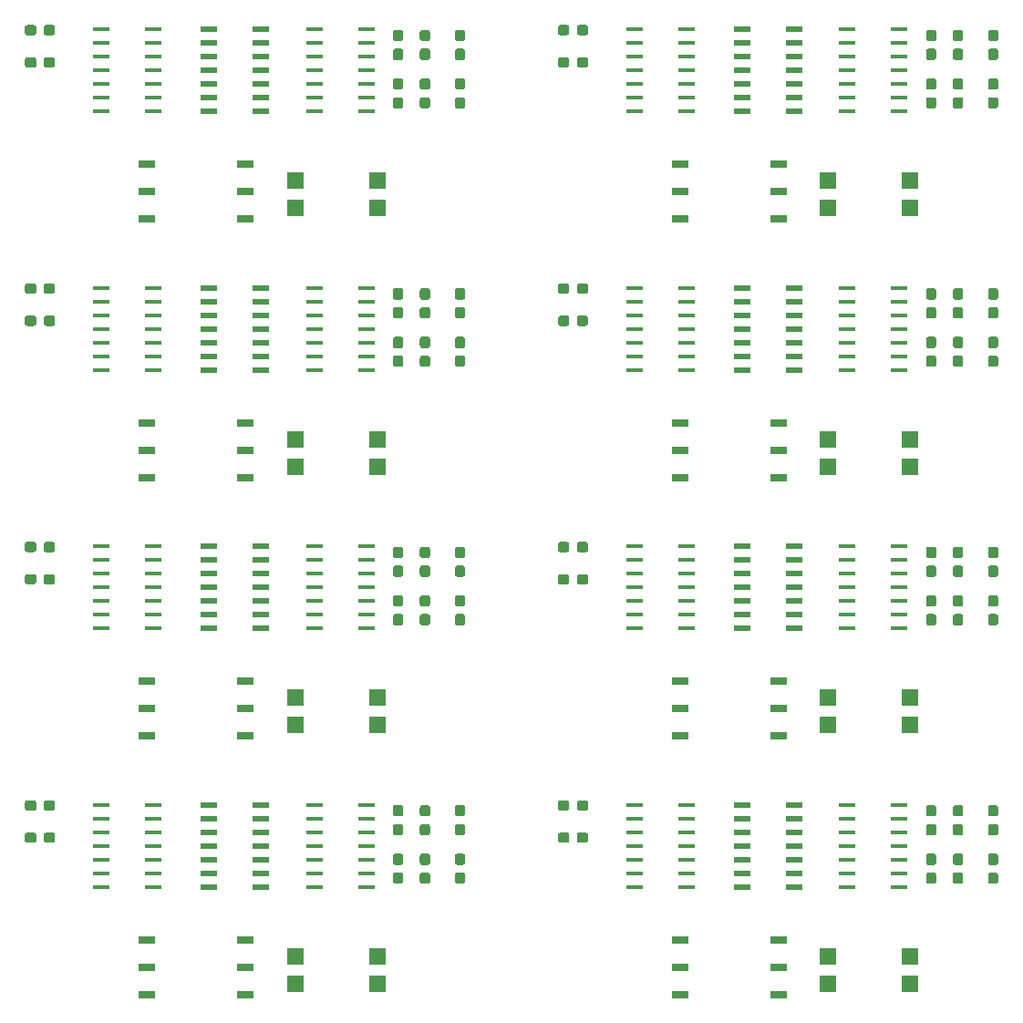
<source format=gtp>
G04 #@! TF.GenerationSoftware,KiCad,Pcbnew,5.1.4*
G04 #@! TF.CreationDate,2019-11-12T07:29:03+09:00*
G04 #@! TF.ProjectId,computerScienceExperience2,636f6d70-7574-4657-9253-6369656e6365,rev?*
G04 #@! TF.SameCoordinates,Original*
G04 #@! TF.FileFunction,Paste,Top*
G04 #@! TF.FilePolarity,Positive*
%FSLAX46Y46*%
G04 Gerber Fmt 4.6, Leading zero omitted, Abs format (unit mm)*
G04 Created by KiCad (PCBNEW 5.1.4) date 2019-11-12 07:29:03*
%MOMM*%
%LPD*%
G04 APERTURE LIST*
%ADD10R,1.500000X0.500000*%
%ADD11C,0.100000*%
%ADD12C,0.950000*%
%ADD13R,1.500000X0.420000*%
%ADD14R,1.524000X0.800000*%
%ADD15R,1.600000X1.600000*%
G04 APERTURE END LIST*
D10*
X125210000Y-137520000D03*
X125210000Y-134980000D03*
X125210000Y-138790000D03*
X125210000Y-132440000D03*
X125210000Y-133710000D03*
X125210000Y-140060000D03*
X125210000Y-136250000D03*
X130036000Y-140060000D03*
X130036000Y-138790000D03*
X130036000Y-137520000D03*
X130036000Y-136250000D03*
X130036000Y-134980000D03*
X130036000Y-133710000D03*
X130036000Y-132440000D03*
X174710000Y-137520000D03*
X174710000Y-134980000D03*
X174710000Y-138790000D03*
X174710000Y-132440000D03*
X174710000Y-133710000D03*
X174710000Y-140060000D03*
X174710000Y-136250000D03*
X179536000Y-140060000D03*
X179536000Y-138790000D03*
X179536000Y-137520000D03*
X179536000Y-136250000D03*
X179536000Y-134980000D03*
X179536000Y-133710000D03*
X179536000Y-132440000D03*
X174710000Y-113520000D03*
X174710000Y-110980000D03*
X174710000Y-114790000D03*
X174710000Y-108440000D03*
X174710000Y-109710000D03*
X174710000Y-116060000D03*
X174710000Y-112250000D03*
X179536000Y-116060000D03*
X179536000Y-114790000D03*
X179536000Y-113520000D03*
X179536000Y-112250000D03*
X179536000Y-110980000D03*
X179536000Y-109710000D03*
X179536000Y-108440000D03*
X125210000Y-113520000D03*
X125210000Y-110980000D03*
X125210000Y-114790000D03*
X125210000Y-108440000D03*
X125210000Y-109710000D03*
X125210000Y-116060000D03*
X125210000Y-112250000D03*
X130036000Y-116060000D03*
X130036000Y-114790000D03*
X130036000Y-113520000D03*
X130036000Y-112250000D03*
X130036000Y-110980000D03*
X130036000Y-109710000D03*
X130036000Y-108440000D03*
X125210000Y-89520000D03*
X125210000Y-86980000D03*
X125210000Y-90790000D03*
X125210000Y-84440000D03*
X125210000Y-85710000D03*
X125210000Y-92060000D03*
X125210000Y-88250000D03*
X130036000Y-92060000D03*
X130036000Y-90790000D03*
X130036000Y-89520000D03*
X130036000Y-88250000D03*
X130036000Y-86980000D03*
X130036000Y-85710000D03*
X130036000Y-84440000D03*
X174710000Y-89520000D03*
X174710000Y-86980000D03*
X174710000Y-90790000D03*
X174710000Y-84440000D03*
X174710000Y-85710000D03*
X174710000Y-92060000D03*
X174710000Y-88250000D03*
X179536000Y-92060000D03*
X179536000Y-90790000D03*
X179536000Y-89520000D03*
X179536000Y-88250000D03*
X179536000Y-86980000D03*
X179536000Y-85710000D03*
X179536000Y-84440000D03*
X174710000Y-65520000D03*
X174710000Y-62980000D03*
X174710000Y-66790000D03*
X174710000Y-60440000D03*
X174710000Y-61710000D03*
X174710000Y-68060000D03*
X174710000Y-64250000D03*
X179536000Y-68060000D03*
X179536000Y-66790000D03*
X179536000Y-65520000D03*
X179536000Y-64250000D03*
X179536000Y-62980000D03*
X179536000Y-61710000D03*
X179536000Y-60440000D03*
D11*
G36*
X148760779Y-136976144D02*
G01*
X148783834Y-136979563D01*
X148806443Y-136985227D01*
X148828387Y-136993079D01*
X148849457Y-137003044D01*
X148869448Y-137015026D01*
X148888168Y-137028910D01*
X148905438Y-137044562D01*
X148921090Y-137061832D01*
X148934974Y-137080552D01*
X148946956Y-137100543D01*
X148956921Y-137121613D01*
X148964773Y-137143557D01*
X148970437Y-137166166D01*
X148973856Y-137189221D01*
X148975000Y-137212500D01*
X148975000Y-137787500D01*
X148973856Y-137810779D01*
X148970437Y-137833834D01*
X148964773Y-137856443D01*
X148956921Y-137878387D01*
X148946956Y-137899457D01*
X148934974Y-137919448D01*
X148921090Y-137938168D01*
X148905438Y-137955438D01*
X148888168Y-137971090D01*
X148869448Y-137984974D01*
X148849457Y-137996956D01*
X148828387Y-138006921D01*
X148806443Y-138014773D01*
X148783834Y-138020437D01*
X148760779Y-138023856D01*
X148737500Y-138025000D01*
X148262500Y-138025000D01*
X148239221Y-138023856D01*
X148216166Y-138020437D01*
X148193557Y-138014773D01*
X148171613Y-138006921D01*
X148150543Y-137996956D01*
X148130552Y-137984974D01*
X148111832Y-137971090D01*
X148094562Y-137955438D01*
X148078910Y-137938168D01*
X148065026Y-137919448D01*
X148053044Y-137899457D01*
X148043079Y-137878387D01*
X148035227Y-137856443D01*
X148029563Y-137833834D01*
X148026144Y-137810779D01*
X148025000Y-137787500D01*
X148025000Y-137212500D01*
X148026144Y-137189221D01*
X148029563Y-137166166D01*
X148035227Y-137143557D01*
X148043079Y-137121613D01*
X148053044Y-137100543D01*
X148065026Y-137080552D01*
X148078910Y-137061832D01*
X148094562Y-137044562D01*
X148111832Y-137028910D01*
X148130552Y-137015026D01*
X148150543Y-137003044D01*
X148171613Y-136993079D01*
X148193557Y-136985227D01*
X148216166Y-136979563D01*
X148239221Y-136976144D01*
X148262500Y-136975000D01*
X148737500Y-136975000D01*
X148760779Y-136976144D01*
X148760779Y-136976144D01*
G37*
D12*
X148500000Y-137500000D03*
D11*
G36*
X148760779Y-138726144D02*
G01*
X148783834Y-138729563D01*
X148806443Y-138735227D01*
X148828387Y-138743079D01*
X148849457Y-138753044D01*
X148869448Y-138765026D01*
X148888168Y-138778910D01*
X148905438Y-138794562D01*
X148921090Y-138811832D01*
X148934974Y-138830552D01*
X148946956Y-138850543D01*
X148956921Y-138871613D01*
X148964773Y-138893557D01*
X148970437Y-138916166D01*
X148973856Y-138939221D01*
X148975000Y-138962500D01*
X148975000Y-139537500D01*
X148973856Y-139560779D01*
X148970437Y-139583834D01*
X148964773Y-139606443D01*
X148956921Y-139628387D01*
X148946956Y-139649457D01*
X148934974Y-139669448D01*
X148921090Y-139688168D01*
X148905438Y-139705438D01*
X148888168Y-139721090D01*
X148869448Y-139734974D01*
X148849457Y-139746956D01*
X148828387Y-139756921D01*
X148806443Y-139764773D01*
X148783834Y-139770437D01*
X148760779Y-139773856D01*
X148737500Y-139775000D01*
X148262500Y-139775000D01*
X148239221Y-139773856D01*
X148216166Y-139770437D01*
X148193557Y-139764773D01*
X148171613Y-139756921D01*
X148150543Y-139746956D01*
X148130552Y-139734974D01*
X148111832Y-139721090D01*
X148094562Y-139705438D01*
X148078910Y-139688168D01*
X148065026Y-139669448D01*
X148053044Y-139649457D01*
X148043079Y-139628387D01*
X148035227Y-139606443D01*
X148029563Y-139583834D01*
X148026144Y-139560779D01*
X148025000Y-139537500D01*
X148025000Y-138962500D01*
X148026144Y-138939221D01*
X148029563Y-138916166D01*
X148035227Y-138893557D01*
X148043079Y-138871613D01*
X148053044Y-138850543D01*
X148065026Y-138830552D01*
X148078910Y-138811832D01*
X148094562Y-138794562D01*
X148111832Y-138778910D01*
X148130552Y-138765026D01*
X148150543Y-138753044D01*
X148171613Y-138743079D01*
X148193557Y-138735227D01*
X148216166Y-138729563D01*
X148239221Y-138726144D01*
X148262500Y-138725000D01*
X148737500Y-138725000D01*
X148760779Y-138726144D01*
X148760779Y-138726144D01*
G37*
D12*
X148500000Y-139250000D03*
D11*
G36*
X198260779Y-136976144D02*
G01*
X198283834Y-136979563D01*
X198306443Y-136985227D01*
X198328387Y-136993079D01*
X198349457Y-137003044D01*
X198369448Y-137015026D01*
X198388168Y-137028910D01*
X198405438Y-137044562D01*
X198421090Y-137061832D01*
X198434974Y-137080552D01*
X198446956Y-137100543D01*
X198456921Y-137121613D01*
X198464773Y-137143557D01*
X198470437Y-137166166D01*
X198473856Y-137189221D01*
X198475000Y-137212500D01*
X198475000Y-137787500D01*
X198473856Y-137810779D01*
X198470437Y-137833834D01*
X198464773Y-137856443D01*
X198456921Y-137878387D01*
X198446956Y-137899457D01*
X198434974Y-137919448D01*
X198421090Y-137938168D01*
X198405438Y-137955438D01*
X198388168Y-137971090D01*
X198369448Y-137984974D01*
X198349457Y-137996956D01*
X198328387Y-138006921D01*
X198306443Y-138014773D01*
X198283834Y-138020437D01*
X198260779Y-138023856D01*
X198237500Y-138025000D01*
X197762500Y-138025000D01*
X197739221Y-138023856D01*
X197716166Y-138020437D01*
X197693557Y-138014773D01*
X197671613Y-138006921D01*
X197650543Y-137996956D01*
X197630552Y-137984974D01*
X197611832Y-137971090D01*
X197594562Y-137955438D01*
X197578910Y-137938168D01*
X197565026Y-137919448D01*
X197553044Y-137899457D01*
X197543079Y-137878387D01*
X197535227Y-137856443D01*
X197529563Y-137833834D01*
X197526144Y-137810779D01*
X197525000Y-137787500D01*
X197525000Y-137212500D01*
X197526144Y-137189221D01*
X197529563Y-137166166D01*
X197535227Y-137143557D01*
X197543079Y-137121613D01*
X197553044Y-137100543D01*
X197565026Y-137080552D01*
X197578910Y-137061832D01*
X197594562Y-137044562D01*
X197611832Y-137028910D01*
X197630552Y-137015026D01*
X197650543Y-137003044D01*
X197671613Y-136993079D01*
X197693557Y-136985227D01*
X197716166Y-136979563D01*
X197739221Y-136976144D01*
X197762500Y-136975000D01*
X198237500Y-136975000D01*
X198260779Y-136976144D01*
X198260779Y-136976144D01*
G37*
D12*
X198000000Y-137500000D03*
D11*
G36*
X198260779Y-138726144D02*
G01*
X198283834Y-138729563D01*
X198306443Y-138735227D01*
X198328387Y-138743079D01*
X198349457Y-138753044D01*
X198369448Y-138765026D01*
X198388168Y-138778910D01*
X198405438Y-138794562D01*
X198421090Y-138811832D01*
X198434974Y-138830552D01*
X198446956Y-138850543D01*
X198456921Y-138871613D01*
X198464773Y-138893557D01*
X198470437Y-138916166D01*
X198473856Y-138939221D01*
X198475000Y-138962500D01*
X198475000Y-139537500D01*
X198473856Y-139560779D01*
X198470437Y-139583834D01*
X198464773Y-139606443D01*
X198456921Y-139628387D01*
X198446956Y-139649457D01*
X198434974Y-139669448D01*
X198421090Y-139688168D01*
X198405438Y-139705438D01*
X198388168Y-139721090D01*
X198369448Y-139734974D01*
X198349457Y-139746956D01*
X198328387Y-139756921D01*
X198306443Y-139764773D01*
X198283834Y-139770437D01*
X198260779Y-139773856D01*
X198237500Y-139775000D01*
X197762500Y-139775000D01*
X197739221Y-139773856D01*
X197716166Y-139770437D01*
X197693557Y-139764773D01*
X197671613Y-139756921D01*
X197650543Y-139746956D01*
X197630552Y-139734974D01*
X197611832Y-139721090D01*
X197594562Y-139705438D01*
X197578910Y-139688168D01*
X197565026Y-139669448D01*
X197553044Y-139649457D01*
X197543079Y-139628387D01*
X197535227Y-139606443D01*
X197529563Y-139583834D01*
X197526144Y-139560779D01*
X197525000Y-139537500D01*
X197525000Y-138962500D01*
X197526144Y-138939221D01*
X197529563Y-138916166D01*
X197535227Y-138893557D01*
X197543079Y-138871613D01*
X197553044Y-138850543D01*
X197565026Y-138830552D01*
X197578910Y-138811832D01*
X197594562Y-138794562D01*
X197611832Y-138778910D01*
X197630552Y-138765026D01*
X197650543Y-138753044D01*
X197671613Y-138743079D01*
X197693557Y-138735227D01*
X197716166Y-138729563D01*
X197739221Y-138726144D01*
X197762500Y-138725000D01*
X198237500Y-138725000D01*
X198260779Y-138726144D01*
X198260779Y-138726144D01*
G37*
D12*
X198000000Y-139250000D03*
D11*
G36*
X198260779Y-112976144D02*
G01*
X198283834Y-112979563D01*
X198306443Y-112985227D01*
X198328387Y-112993079D01*
X198349457Y-113003044D01*
X198369448Y-113015026D01*
X198388168Y-113028910D01*
X198405438Y-113044562D01*
X198421090Y-113061832D01*
X198434974Y-113080552D01*
X198446956Y-113100543D01*
X198456921Y-113121613D01*
X198464773Y-113143557D01*
X198470437Y-113166166D01*
X198473856Y-113189221D01*
X198475000Y-113212500D01*
X198475000Y-113787500D01*
X198473856Y-113810779D01*
X198470437Y-113833834D01*
X198464773Y-113856443D01*
X198456921Y-113878387D01*
X198446956Y-113899457D01*
X198434974Y-113919448D01*
X198421090Y-113938168D01*
X198405438Y-113955438D01*
X198388168Y-113971090D01*
X198369448Y-113984974D01*
X198349457Y-113996956D01*
X198328387Y-114006921D01*
X198306443Y-114014773D01*
X198283834Y-114020437D01*
X198260779Y-114023856D01*
X198237500Y-114025000D01*
X197762500Y-114025000D01*
X197739221Y-114023856D01*
X197716166Y-114020437D01*
X197693557Y-114014773D01*
X197671613Y-114006921D01*
X197650543Y-113996956D01*
X197630552Y-113984974D01*
X197611832Y-113971090D01*
X197594562Y-113955438D01*
X197578910Y-113938168D01*
X197565026Y-113919448D01*
X197553044Y-113899457D01*
X197543079Y-113878387D01*
X197535227Y-113856443D01*
X197529563Y-113833834D01*
X197526144Y-113810779D01*
X197525000Y-113787500D01*
X197525000Y-113212500D01*
X197526144Y-113189221D01*
X197529563Y-113166166D01*
X197535227Y-113143557D01*
X197543079Y-113121613D01*
X197553044Y-113100543D01*
X197565026Y-113080552D01*
X197578910Y-113061832D01*
X197594562Y-113044562D01*
X197611832Y-113028910D01*
X197630552Y-113015026D01*
X197650543Y-113003044D01*
X197671613Y-112993079D01*
X197693557Y-112985227D01*
X197716166Y-112979563D01*
X197739221Y-112976144D01*
X197762500Y-112975000D01*
X198237500Y-112975000D01*
X198260779Y-112976144D01*
X198260779Y-112976144D01*
G37*
D12*
X198000000Y-113500000D03*
D11*
G36*
X198260779Y-114726144D02*
G01*
X198283834Y-114729563D01*
X198306443Y-114735227D01*
X198328387Y-114743079D01*
X198349457Y-114753044D01*
X198369448Y-114765026D01*
X198388168Y-114778910D01*
X198405438Y-114794562D01*
X198421090Y-114811832D01*
X198434974Y-114830552D01*
X198446956Y-114850543D01*
X198456921Y-114871613D01*
X198464773Y-114893557D01*
X198470437Y-114916166D01*
X198473856Y-114939221D01*
X198475000Y-114962500D01*
X198475000Y-115537500D01*
X198473856Y-115560779D01*
X198470437Y-115583834D01*
X198464773Y-115606443D01*
X198456921Y-115628387D01*
X198446956Y-115649457D01*
X198434974Y-115669448D01*
X198421090Y-115688168D01*
X198405438Y-115705438D01*
X198388168Y-115721090D01*
X198369448Y-115734974D01*
X198349457Y-115746956D01*
X198328387Y-115756921D01*
X198306443Y-115764773D01*
X198283834Y-115770437D01*
X198260779Y-115773856D01*
X198237500Y-115775000D01*
X197762500Y-115775000D01*
X197739221Y-115773856D01*
X197716166Y-115770437D01*
X197693557Y-115764773D01*
X197671613Y-115756921D01*
X197650543Y-115746956D01*
X197630552Y-115734974D01*
X197611832Y-115721090D01*
X197594562Y-115705438D01*
X197578910Y-115688168D01*
X197565026Y-115669448D01*
X197553044Y-115649457D01*
X197543079Y-115628387D01*
X197535227Y-115606443D01*
X197529563Y-115583834D01*
X197526144Y-115560779D01*
X197525000Y-115537500D01*
X197525000Y-114962500D01*
X197526144Y-114939221D01*
X197529563Y-114916166D01*
X197535227Y-114893557D01*
X197543079Y-114871613D01*
X197553044Y-114850543D01*
X197565026Y-114830552D01*
X197578910Y-114811832D01*
X197594562Y-114794562D01*
X197611832Y-114778910D01*
X197630552Y-114765026D01*
X197650543Y-114753044D01*
X197671613Y-114743079D01*
X197693557Y-114735227D01*
X197716166Y-114729563D01*
X197739221Y-114726144D01*
X197762500Y-114725000D01*
X198237500Y-114725000D01*
X198260779Y-114726144D01*
X198260779Y-114726144D01*
G37*
D12*
X198000000Y-115250000D03*
D11*
G36*
X148760779Y-112976144D02*
G01*
X148783834Y-112979563D01*
X148806443Y-112985227D01*
X148828387Y-112993079D01*
X148849457Y-113003044D01*
X148869448Y-113015026D01*
X148888168Y-113028910D01*
X148905438Y-113044562D01*
X148921090Y-113061832D01*
X148934974Y-113080552D01*
X148946956Y-113100543D01*
X148956921Y-113121613D01*
X148964773Y-113143557D01*
X148970437Y-113166166D01*
X148973856Y-113189221D01*
X148975000Y-113212500D01*
X148975000Y-113787500D01*
X148973856Y-113810779D01*
X148970437Y-113833834D01*
X148964773Y-113856443D01*
X148956921Y-113878387D01*
X148946956Y-113899457D01*
X148934974Y-113919448D01*
X148921090Y-113938168D01*
X148905438Y-113955438D01*
X148888168Y-113971090D01*
X148869448Y-113984974D01*
X148849457Y-113996956D01*
X148828387Y-114006921D01*
X148806443Y-114014773D01*
X148783834Y-114020437D01*
X148760779Y-114023856D01*
X148737500Y-114025000D01*
X148262500Y-114025000D01*
X148239221Y-114023856D01*
X148216166Y-114020437D01*
X148193557Y-114014773D01*
X148171613Y-114006921D01*
X148150543Y-113996956D01*
X148130552Y-113984974D01*
X148111832Y-113971090D01*
X148094562Y-113955438D01*
X148078910Y-113938168D01*
X148065026Y-113919448D01*
X148053044Y-113899457D01*
X148043079Y-113878387D01*
X148035227Y-113856443D01*
X148029563Y-113833834D01*
X148026144Y-113810779D01*
X148025000Y-113787500D01*
X148025000Y-113212500D01*
X148026144Y-113189221D01*
X148029563Y-113166166D01*
X148035227Y-113143557D01*
X148043079Y-113121613D01*
X148053044Y-113100543D01*
X148065026Y-113080552D01*
X148078910Y-113061832D01*
X148094562Y-113044562D01*
X148111832Y-113028910D01*
X148130552Y-113015026D01*
X148150543Y-113003044D01*
X148171613Y-112993079D01*
X148193557Y-112985227D01*
X148216166Y-112979563D01*
X148239221Y-112976144D01*
X148262500Y-112975000D01*
X148737500Y-112975000D01*
X148760779Y-112976144D01*
X148760779Y-112976144D01*
G37*
D12*
X148500000Y-113500000D03*
D11*
G36*
X148760779Y-114726144D02*
G01*
X148783834Y-114729563D01*
X148806443Y-114735227D01*
X148828387Y-114743079D01*
X148849457Y-114753044D01*
X148869448Y-114765026D01*
X148888168Y-114778910D01*
X148905438Y-114794562D01*
X148921090Y-114811832D01*
X148934974Y-114830552D01*
X148946956Y-114850543D01*
X148956921Y-114871613D01*
X148964773Y-114893557D01*
X148970437Y-114916166D01*
X148973856Y-114939221D01*
X148975000Y-114962500D01*
X148975000Y-115537500D01*
X148973856Y-115560779D01*
X148970437Y-115583834D01*
X148964773Y-115606443D01*
X148956921Y-115628387D01*
X148946956Y-115649457D01*
X148934974Y-115669448D01*
X148921090Y-115688168D01*
X148905438Y-115705438D01*
X148888168Y-115721090D01*
X148869448Y-115734974D01*
X148849457Y-115746956D01*
X148828387Y-115756921D01*
X148806443Y-115764773D01*
X148783834Y-115770437D01*
X148760779Y-115773856D01*
X148737500Y-115775000D01*
X148262500Y-115775000D01*
X148239221Y-115773856D01*
X148216166Y-115770437D01*
X148193557Y-115764773D01*
X148171613Y-115756921D01*
X148150543Y-115746956D01*
X148130552Y-115734974D01*
X148111832Y-115721090D01*
X148094562Y-115705438D01*
X148078910Y-115688168D01*
X148065026Y-115669448D01*
X148053044Y-115649457D01*
X148043079Y-115628387D01*
X148035227Y-115606443D01*
X148029563Y-115583834D01*
X148026144Y-115560779D01*
X148025000Y-115537500D01*
X148025000Y-114962500D01*
X148026144Y-114939221D01*
X148029563Y-114916166D01*
X148035227Y-114893557D01*
X148043079Y-114871613D01*
X148053044Y-114850543D01*
X148065026Y-114830552D01*
X148078910Y-114811832D01*
X148094562Y-114794562D01*
X148111832Y-114778910D01*
X148130552Y-114765026D01*
X148150543Y-114753044D01*
X148171613Y-114743079D01*
X148193557Y-114735227D01*
X148216166Y-114729563D01*
X148239221Y-114726144D01*
X148262500Y-114725000D01*
X148737500Y-114725000D01*
X148760779Y-114726144D01*
X148760779Y-114726144D01*
G37*
D12*
X148500000Y-115250000D03*
D11*
G36*
X148760779Y-88976144D02*
G01*
X148783834Y-88979563D01*
X148806443Y-88985227D01*
X148828387Y-88993079D01*
X148849457Y-89003044D01*
X148869448Y-89015026D01*
X148888168Y-89028910D01*
X148905438Y-89044562D01*
X148921090Y-89061832D01*
X148934974Y-89080552D01*
X148946956Y-89100543D01*
X148956921Y-89121613D01*
X148964773Y-89143557D01*
X148970437Y-89166166D01*
X148973856Y-89189221D01*
X148975000Y-89212500D01*
X148975000Y-89787500D01*
X148973856Y-89810779D01*
X148970437Y-89833834D01*
X148964773Y-89856443D01*
X148956921Y-89878387D01*
X148946956Y-89899457D01*
X148934974Y-89919448D01*
X148921090Y-89938168D01*
X148905438Y-89955438D01*
X148888168Y-89971090D01*
X148869448Y-89984974D01*
X148849457Y-89996956D01*
X148828387Y-90006921D01*
X148806443Y-90014773D01*
X148783834Y-90020437D01*
X148760779Y-90023856D01*
X148737500Y-90025000D01*
X148262500Y-90025000D01*
X148239221Y-90023856D01*
X148216166Y-90020437D01*
X148193557Y-90014773D01*
X148171613Y-90006921D01*
X148150543Y-89996956D01*
X148130552Y-89984974D01*
X148111832Y-89971090D01*
X148094562Y-89955438D01*
X148078910Y-89938168D01*
X148065026Y-89919448D01*
X148053044Y-89899457D01*
X148043079Y-89878387D01*
X148035227Y-89856443D01*
X148029563Y-89833834D01*
X148026144Y-89810779D01*
X148025000Y-89787500D01*
X148025000Y-89212500D01*
X148026144Y-89189221D01*
X148029563Y-89166166D01*
X148035227Y-89143557D01*
X148043079Y-89121613D01*
X148053044Y-89100543D01*
X148065026Y-89080552D01*
X148078910Y-89061832D01*
X148094562Y-89044562D01*
X148111832Y-89028910D01*
X148130552Y-89015026D01*
X148150543Y-89003044D01*
X148171613Y-88993079D01*
X148193557Y-88985227D01*
X148216166Y-88979563D01*
X148239221Y-88976144D01*
X148262500Y-88975000D01*
X148737500Y-88975000D01*
X148760779Y-88976144D01*
X148760779Y-88976144D01*
G37*
D12*
X148500000Y-89500000D03*
D11*
G36*
X148760779Y-90726144D02*
G01*
X148783834Y-90729563D01*
X148806443Y-90735227D01*
X148828387Y-90743079D01*
X148849457Y-90753044D01*
X148869448Y-90765026D01*
X148888168Y-90778910D01*
X148905438Y-90794562D01*
X148921090Y-90811832D01*
X148934974Y-90830552D01*
X148946956Y-90850543D01*
X148956921Y-90871613D01*
X148964773Y-90893557D01*
X148970437Y-90916166D01*
X148973856Y-90939221D01*
X148975000Y-90962500D01*
X148975000Y-91537500D01*
X148973856Y-91560779D01*
X148970437Y-91583834D01*
X148964773Y-91606443D01*
X148956921Y-91628387D01*
X148946956Y-91649457D01*
X148934974Y-91669448D01*
X148921090Y-91688168D01*
X148905438Y-91705438D01*
X148888168Y-91721090D01*
X148869448Y-91734974D01*
X148849457Y-91746956D01*
X148828387Y-91756921D01*
X148806443Y-91764773D01*
X148783834Y-91770437D01*
X148760779Y-91773856D01*
X148737500Y-91775000D01*
X148262500Y-91775000D01*
X148239221Y-91773856D01*
X148216166Y-91770437D01*
X148193557Y-91764773D01*
X148171613Y-91756921D01*
X148150543Y-91746956D01*
X148130552Y-91734974D01*
X148111832Y-91721090D01*
X148094562Y-91705438D01*
X148078910Y-91688168D01*
X148065026Y-91669448D01*
X148053044Y-91649457D01*
X148043079Y-91628387D01*
X148035227Y-91606443D01*
X148029563Y-91583834D01*
X148026144Y-91560779D01*
X148025000Y-91537500D01*
X148025000Y-90962500D01*
X148026144Y-90939221D01*
X148029563Y-90916166D01*
X148035227Y-90893557D01*
X148043079Y-90871613D01*
X148053044Y-90850543D01*
X148065026Y-90830552D01*
X148078910Y-90811832D01*
X148094562Y-90794562D01*
X148111832Y-90778910D01*
X148130552Y-90765026D01*
X148150543Y-90753044D01*
X148171613Y-90743079D01*
X148193557Y-90735227D01*
X148216166Y-90729563D01*
X148239221Y-90726144D01*
X148262500Y-90725000D01*
X148737500Y-90725000D01*
X148760779Y-90726144D01*
X148760779Y-90726144D01*
G37*
D12*
X148500000Y-91250000D03*
D11*
G36*
X198260779Y-88976144D02*
G01*
X198283834Y-88979563D01*
X198306443Y-88985227D01*
X198328387Y-88993079D01*
X198349457Y-89003044D01*
X198369448Y-89015026D01*
X198388168Y-89028910D01*
X198405438Y-89044562D01*
X198421090Y-89061832D01*
X198434974Y-89080552D01*
X198446956Y-89100543D01*
X198456921Y-89121613D01*
X198464773Y-89143557D01*
X198470437Y-89166166D01*
X198473856Y-89189221D01*
X198475000Y-89212500D01*
X198475000Y-89787500D01*
X198473856Y-89810779D01*
X198470437Y-89833834D01*
X198464773Y-89856443D01*
X198456921Y-89878387D01*
X198446956Y-89899457D01*
X198434974Y-89919448D01*
X198421090Y-89938168D01*
X198405438Y-89955438D01*
X198388168Y-89971090D01*
X198369448Y-89984974D01*
X198349457Y-89996956D01*
X198328387Y-90006921D01*
X198306443Y-90014773D01*
X198283834Y-90020437D01*
X198260779Y-90023856D01*
X198237500Y-90025000D01*
X197762500Y-90025000D01*
X197739221Y-90023856D01*
X197716166Y-90020437D01*
X197693557Y-90014773D01*
X197671613Y-90006921D01*
X197650543Y-89996956D01*
X197630552Y-89984974D01*
X197611832Y-89971090D01*
X197594562Y-89955438D01*
X197578910Y-89938168D01*
X197565026Y-89919448D01*
X197553044Y-89899457D01*
X197543079Y-89878387D01*
X197535227Y-89856443D01*
X197529563Y-89833834D01*
X197526144Y-89810779D01*
X197525000Y-89787500D01*
X197525000Y-89212500D01*
X197526144Y-89189221D01*
X197529563Y-89166166D01*
X197535227Y-89143557D01*
X197543079Y-89121613D01*
X197553044Y-89100543D01*
X197565026Y-89080552D01*
X197578910Y-89061832D01*
X197594562Y-89044562D01*
X197611832Y-89028910D01*
X197630552Y-89015026D01*
X197650543Y-89003044D01*
X197671613Y-88993079D01*
X197693557Y-88985227D01*
X197716166Y-88979563D01*
X197739221Y-88976144D01*
X197762500Y-88975000D01*
X198237500Y-88975000D01*
X198260779Y-88976144D01*
X198260779Y-88976144D01*
G37*
D12*
X198000000Y-89500000D03*
D11*
G36*
X198260779Y-90726144D02*
G01*
X198283834Y-90729563D01*
X198306443Y-90735227D01*
X198328387Y-90743079D01*
X198349457Y-90753044D01*
X198369448Y-90765026D01*
X198388168Y-90778910D01*
X198405438Y-90794562D01*
X198421090Y-90811832D01*
X198434974Y-90830552D01*
X198446956Y-90850543D01*
X198456921Y-90871613D01*
X198464773Y-90893557D01*
X198470437Y-90916166D01*
X198473856Y-90939221D01*
X198475000Y-90962500D01*
X198475000Y-91537500D01*
X198473856Y-91560779D01*
X198470437Y-91583834D01*
X198464773Y-91606443D01*
X198456921Y-91628387D01*
X198446956Y-91649457D01*
X198434974Y-91669448D01*
X198421090Y-91688168D01*
X198405438Y-91705438D01*
X198388168Y-91721090D01*
X198369448Y-91734974D01*
X198349457Y-91746956D01*
X198328387Y-91756921D01*
X198306443Y-91764773D01*
X198283834Y-91770437D01*
X198260779Y-91773856D01*
X198237500Y-91775000D01*
X197762500Y-91775000D01*
X197739221Y-91773856D01*
X197716166Y-91770437D01*
X197693557Y-91764773D01*
X197671613Y-91756921D01*
X197650543Y-91746956D01*
X197630552Y-91734974D01*
X197611832Y-91721090D01*
X197594562Y-91705438D01*
X197578910Y-91688168D01*
X197565026Y-91669448D01*
X197553044Y-91649457D01*
X197543079Y-91628387D01*
X197535227Y-91606443D01*
X197529563Y-91583834D01*
X197526144Y-91560779D01*
X197525000Y-91537500D01*
X197525000Y-90962500D01*
X197526144Y-90939221D01*
X197529563Y-90916166D01*
X197535227Y-90893557D01*
X197543079Y-90871613D01*
X197553044Y-90850543D01*
X197565026Y-90830552D01*
X197578910Y-90811832D01*
X197594562Y-90794562D01*
X197611832Y-90778910D01*
X197630552Y-90765026D01*
X197650543Y-90753044D01*
X197671613Y-90743079D01*
X197693557Y-90735227D01*
X197716166Y-90729563D01*
X197739221Y-90726144D01*
X197762500Y-90725000D01*
X198237500Y-90725000D01*
X198260779Y-90726144D01*
X198260779Y-90726144D01*
G37*
D12*
X198000000Y-91250000D03*
D11*
G36*
X198260779Y-64976144D02*
G01*
X198283834Y-64979563D01*
X198306443Y-64985227D01*
X198328387Y-64993079D01*
X198349457Y-65003044D01*
X198369448Y-65015026D01*
X198388168Y-65028910D01*
X198405438Y-65044562D01*
X198421090Y-65061832D01*
X198434974Y-65080552D01*
X198446956Y-65100543D01*
X198456921Y-65121613D01*
X198464773Y-65143557D01*
X198470437Y-65166166D01*
X198473856Y-65189221D01*
X198475000Y-65212500D01*
X198475000Y-65787500D01*
X198473856Y-65810779D01*
X198470437Y-65833834D01*
X198464773Y-65856443D01*
X198456921Y-65878387D01*
X198446956Y-65899457D01*
X198434974Y-65919448D01*
X198421090Y-65938168D01*
X198405438Y-65955438D01*
X198388168Y-65971090D01*
X198369448Y-65984974D01*
X198349457Y-65996956D01*
X198328387Y-66006921D01*
X198306443Y-66014773D01*
X198283834Y-66020437D01*
X198260779Y-66023856D01*
X198237500Y-66025000D01*
X197762500Y-66025000D01*
X197739221Y-66023856D01*
X197716166Y-66020437D01*
X197693557Y-66014773D01*
X197671613Y-66006921D01*
X197650543Y-65996956D01*
X197630552Y-65984974D01*
X197611832Y-65971090D01*
X197594562Y-65955438D01*
X197578910Y-65938168D01*
X197565026Y-65919448D01*
X197553044Y-65899457D01*
X197543079Y-65878387D01*
X197535227Y-65856443D01*
X197529563Y-65833834D01*
X197526144Y-65810779D01*
X197525000Y-65787500D01*
X197525000Y-65212500D01*
X197526144Y-65189221D01*
X197529563Y-65166166D01*
X197535227Y-65143557D01*
X197543079Y-65121613D01*
X197553044Y-65100543D01*
X197565026Y-65080552D01*
X197578910Y-65061832D01*
X197594562Y-65044562D01*
X197611832Y-65028910D01*
X197630552Y-65015026D01*
X197650543Y-65003044D01*
X197671613Y-64993079D01*
X197693557Y-64985227D01*
X197716166Y-64979563D01*
X197739221Y-64976144D01*
X197762500Y-64975000D01*
X198237500Y-64975000D01*
X198260779Y-64976144D01*
X198260779Y-64976144D01*
G37*
D12*
X198000000Y-65500000D03*
D11*
G36*
X198260779Y-66726144D02*
G01*
X198283834Y-66729563D01*
X198306443Y-66735227D01*
X198328387Y-66743079D01*
X198349457Y-66753044D01*
X198369448Y-66765026D01*
X198388168Y-66778910D01*
X198405438Y-66794562D01*
X198421090Y-66811832D01*
X198434974Y-66830552D01*
X198446956Y-66850543D01*
X198456921Y-66871613D01*
X198464773Y-66893557D01*
X198470437Y-66916166D01*
X198473856Y-66939221D01*
X198475000Y-66962500D01*
X198475000Y-67537500D01*
X198473856Y-67560779D01*
X198470437Y-67583834D01*
X198464773Y-67606443D01*
X198456921Y-67628387D01*
X198446956Y-67649457D01*
X198434974Y-67669448D01*
X198421090Y-67688168D01*
X198405438Y-67705438D01*
X198388168Y-67721090D01*
X198369448Y-67734974D01*
X198349457Y-67746956D01*
X198328387Y-67756921D01*
X198306443Y-67764773D01*
X198283834Y-67770437D01*
X198260779Y-67773856D01*
X198237500Y-67775000D01*
X197762500Y-67775000D01*
X197739221Y-67773856D01*
X197716166Y-67770437D01*
X197693557Y-67764773D01*
X197671613Y-67756921D01*
X197650543Y-67746956D01*
X197630552Y-67734974D01*
X197611832Y-67721090D01*
X197594562Y-67705438D01*
X197578910Y-67688168D01*
X197565026Y-67669448D01*
X197553044Y-67649457D01*
X197543079Y-67628387D01*
X197535227Y-67606443D01*
X197529563Y-67583834D01*
X197526144Y-67560779D01*
X197525000Y-67537500D01*
X197525000Y-66962500D01*
X197526144Y-66939221D01*
X197529563Y-66916166D01*
X197535227Y-66893557D01*
X197543079Y-66871613D01*
X197553044Y-66850543D01*
X197565026Y-66830552D01*
X197578910Y-66811832D01*
X197594562Y-66794562D01*
X197611832Y-66778910D01*
X197630552Y-66765026D01*
X197650543Y-66753044D01*
X197671613Y-66743079D01*
X197693557Y-66735227D01*
X197716166Y-66729563D01*
X197739221Y-66726144D01*
X197762500Y-66725000D01*
X198237500Y-66725000D01*
X198260779Y-66726144D01*
X198260779Y-66726144D01*
G37*
D12*
X198000000Y-67250000D03*
D11*
G36*
X110685779Y-132026144D02*
G01*
X110708834Y-132029563D01*
X110731443Y-132035227D01*
X110753387Y-132043079D01*
X110774457Y-132053044D01*
X110794448Y-132065026D01*
X110813168Y-132078910D01*
X110830438Y-132094562D01*
X110846090Y-132111832D01*
X110859974Y-132130552D01*
X110871956Y-132150543D01*
X110881921Y-132171613D01*
X110889773Y-132193557D01*
X110895437Y-132216166D01*
X110898856Y-132239221D01*
X110900000Y-132262500D01*
X110900000Y-132737500D01*
X110898856Y-132760779D01*
X110895437Y-132783834D01*
X110889773Y-132806443D01*
X110881921Y-132828387D01*
X110871956Y-132849457D01*
X110859974Y-132869448D01*
X110846090Y-132888168D01*
X110830438Y-132905438D01*
X110813168Y-132921090D01*
X110794448Y-132934974D01*
X110774457Y-132946956D01*
X110753387Y-132956921D01*
X110731443Y-132964773D01*
X110708834Y-132970437D01*
X110685779Y-132973856D01*
X110662500Y-132975000D01*
X110087500Y-132975000D01*
X110064221Y-132973856D01*
X110041166Y-132970437D01*
X110018557Y-132964773D01*
X109996613Y-132956921D01*
X109975543Y-132946956D01*
X109955552Y-132934974D01*
X109936832Y-132921090D01*
X109919562Y-132905438D01*
X109903910Y-132888168D01*
X109890026Y-132869448D01*
X109878044Y-132849457D01*
X109868079Y-132828387D01*
X109860227Y-132806443D01*
X109854563Y-132783834D01*
X109851144Y-132760779D01*
X109850000Y-132737500D01*
X109850000Y-132262500D01*
X109851144Y-132239221D01*
X109854563Y-132216166D01*
X109860227Y-132193557D01*
X109868079Y-132171613D01*
X109878044Y-132150543D01*
X109890026Y-132130552D01*
X109903910Y-132111832D01*
X109919562Y-132094562D01*
X109936832Y-132078910D01*
X109955552Y-132065026D01*
X109975543Y-132053044D01*
X109996613Y-132043079D01*
X110018557Y-132035227D01*
X110041166Y-132029563D01*
X110064221Y-132026144D01*
X110087500Y-132025000D01*
X110662500Y-132025000D01*
X110685779Y-132026144D01*
X110685779Y-132026144D01*
G37*
D12*
X110375000Y-132500000D03*
D11*
G36*
X108935779Y-132026144D02*
G01*
X108958834Y-132029563D01*
X108981443Y-132035227D01*
X109003387Y-132043079D01*
X109024457Y-132053044D01*
X109044448Y-132065026D01*
X109063168Y-132078910D01*
X109080438Y-132094562D01*
X109096090Y-132111832D01*
X109109974Y-132130552D01*
X109121956Y-132150543D01*
X109131921Y-132171613D01*
X109139773Y-132193557D01*
X109145437Y-132216166D01*
X109148856Y-132239221D01*
X109150000Y-132262500D01*
X109150000Y-132737500D01*
X109148856Y-132760779D01*
X109145437Y-132783834D01*
X109139773Y-132806443D01*
X109131921Y-132828387D01*
X109121956Y-132849457D01*
X109109974Y-132869448D01*
X109096090Y-132888168D01*
X109080438Y-132905438D01*
X109063168Y-132921090D01*
X109044448Y-132934974D01*
X109024457Y-132946956D01*
X109003387Y-132956921D01*
X108981443Y-132964773D01*
X108958834Y-132970437D01*
X108935779Y-132973856D01*
X108912500Y-132975000D01*
X108337500Y-132975000D01*
X108314221Y-132973856D01*
X108291166Y-132970437D01*
X108268557Y-132964773D01*
X108246613Y-132956921D01*
X108225543Y-132946956D01*
X108205552Y-132934974D01*
X108186832Y-132921090D01*
X108169562Y-132905438D01*
X108153910Y-132888168D01*
X108140026Y-132869448D01*
X108128044Y-132849457D01*
X108118079Y-132828387D01*
X108110227Y-132806443D01*
X108104563Y-132783834D01*
X108101144Y-132760779D01*
X108100000Y-132737500D01*
X108100000Y-132262500D01*
X108101144Y-132239221D01*
X108104563Y-132216166D01*
X108110227Y-132193557D01*
X108118079Y-132171613D01*
X108128044Y-132150543D01*
X108140026Y-132130552D01*
X108153910Y-132111832D01*
X108169562Y-132094562D01*
X108186832Y-132078910D01*
X108205552Y-132065026D01*
X108225543Y-132053044D01*
X108246613Y-132043079D01*
X108268557Y-132035227D01*
X108291166Y-132029563D01*
X108314221Y-132026144D01*
X108337500Y-132025000D01*
X108912500Y-132025000D01*
X108935779Y-132026144D01*
X108935779Y-132026144D01*
G37*
D12*
X108625000Y-132500000D03*
D11*
G36*
X160185779Y-132026144D02*
G01*
X160208834Y-132029563D01*
X160231443Y-132035227D01*
X160253387Y-132043079D01*
X160274457Y-132053044D01*
X160294448Y-132065026D01*
X160313168Y-132078910D01*
X160330438Y-132094562D01*
X160346090Y-132111832D01*
X160359974Y-132130552D01*
X160371956Y-132150543D01*
X160381921Y-132171613D01*
X160389773Y-132193557D01*
X160395437Y-132216166D01*
X160398856Y-132239221D01*
X160400000Y-132262500D01*
X160400000Y-132737500D01*
X160398856Y-132760779D01*
X160395437Y-132783834D01*
X160389773Y-132806443D01*
X160381921Y-132828387D01*
X160371956Y-132849457D01*
X160359974Y-132869448D01*
X160346090Y-132888168D01*
X160330438Y-132905438D01*
X160313168Y-132921090D01*
X160294448Y-132934974D01*
X160274457Y-132946956D01*
X160253387Y-132956921D01*
X160231443Y-132964773D01*
X160208834Y-132970437D01*
X160185779Y-132973856D01*
X160162500Y-132975000D01*
X159587500Y-132975000D01*
X159564221Y-132973856D01*
X159541166Y-132970437D01*
X159518557Y-132964773D01*
X159496613Y-132956921D01*
X159475543Y-132946956D01*
X159455552Y-132934974D01*
X159436832Y-132921090D01*
X159419562Y-132905438D01*
X159403910Y-132888168D01*
X159390026Y-132869448D01*
X159378044Y-132849457D01*
X159368079Y-132828387D01*
X159360227Y-132806443D01*
X159354563Y-132783834D01*
X159351144Y-132760779D01*
X159350000Y-132737500D01*
X159350000Y-132262500D01*
X159351144Y-132239221D01*
X159354563Y-132216166D01*
X159360227Y-132193557D01*
X159368079Y-132171613D01*
X159378044Y-132150543D01*
X159390026Y-132130552D01*
X159403910Y-132111832D01*
X159419562Y-132094562D01*
X159436832Y-132078910D01*
X159455552Y-132065026D01*
X159475543Y-132053044D01*
X159496613Y-132043079D01*
X159518557Y-132035227D01*
X159541166Y-132029563D01*
X159564221Y-132026144D01*
X159587500Y-132025000D01*
X160162500Y-132025000D01*
X160185779Y-132026144D01*
X160185779Y-132026144D01*
G37*
D12*
X159875000Y-132500000D03*
D11*
G36*
X158435779Y-132026144D02*
G01*
X158458834Y-132029563D01*
X158481443Y-132035227D01*
X158503387Y-132043079D01*
X158524457Y-132053044D01*
X158544448Y-132065026D01*
X158563168Y-132078910D01*
X158580438Y-132094562D01*
X158596090Y-132111832D01*
X158609974Y-132130552D01*
X158621956Y-132150543D01*
X158631921Y-132171613D01*
X158639773Y-132193557D01*
X158645437Y-132216166D01*
X158648856Y-132239221D01*
X158650000Y-132262500D01*
X158650000Y-132737500D01*
X158648856Y-132760779D01*
X158645437Y-132783834D01*
X158639773Y-132806443D01*
X158631921Y-132828387D01*
X158621956Y-132849457D01*
X158609974Y-132869448D01*
X158596090Y-132888168D01*
X158580438Y-132905438D01*
X158563168Y-132921090D01*
X158544448Y-132934974D01*
X158524457Y-132946956D01*
X158503387Y-132956921D01*
X158481443Y-132964773D01*
X158458834Y-132970437D01*
X158435779Y-132973856D01*
X158412500Y-132975000D01*
X157837500Y-132975000D01*
X157814221Y-132973856D01*
X157791166Y-132970437D01*
X157768557Y-132964773D01*
X157746613Y-132956921D01*
X157725543Y-132946956D01*
X157705552Y-132934974D01*
X157686832Y-132921090D01*
X157669562Y-132905438D01*
X157653910Y-132888168D01*
X157640026Y-132869448D01*
X157628044Y-132849457D01*
X157618079Y-132828387D01*
X157610227Y-132806443D01*
X157604563Y-132783834D01*
X157601144Y-132760779D01*
X157600000Y-132737500D01*
X157600000Y-132262500D01*
X157601144Y-132239221D01*
X157604563Y-132216166D01*
X157610227Y-132193557D01*
X157618079Y-132171613D01*
X157628044Y-132150543D01*
X157640026Y-132130552D01*
X157653910Y-132111832D01*
X157669562Y-132094562D01*
X157686832Y-132078910D01*
X157705552Y-132065026D01*
X157725543Y-132053044D01*
X157746613Y-132043079D01*
X157768557Y-132035227D01*
X157791166Y-132029563D01*
X157814221Y-132026144D01*
X157837500Y-132025000D01*
X158412500Y-132025000D01*
X158435779Y-132026144D01*
X158435779Y-132026144D01*
G37*
D12*
X158125000Y-132500000D03*
D11*
G36*
X160185779Y-108026144D02*
G01*
X160208834Y-108029563D01*
X160231443Y-108035227D01*
X160253387Y-108043079D01*
X160274457Y-108053044D01*
X160294448Y-108065026D01*
X160313168Y-108078910D01*
X160330438Y-108094562D01*
X160346090Y-108111832D01*
X160359974Y-108130552D01*
X160371956Y-108150543D01*
X160381921Y-108171613D01*
X160389773Y-108193557D01*
X160395437Y-108216166D01*
X160398856Y-108239221D01*
X160400000Y-108262500D01*
X160400000Y-108737500D01*
X160398856Y-108760779D01*
X160395437Y-108783834D01*
X160389773Y-108806443D01*
X160381921Y-108828387D01*
X160371956Y-108849457D01*
X160359974Y-108869448D01*
X160346090Y-108888168D01*
X160330438Y-108905438D01*
X160313168Y-108921090D01*
X160294448Y-108934974D01*
X160274457Y-108946956D01*
X160253387Y-108956921D01*
X160231443Y-108964773D01*
X160208834Y-108970437D01*
X160185779Y-108973856D01*
X160162500Y-108975000D01*
X159587500Y-108975000D01*
X159564221Y-108973856D01*
X159541166Y-108970437D01*
X159518557Y-108964773D01*
X159496613Y-108956921D01*
X159475543Y-108946956D01*
X159455552Y-108934974D01*
X159436832Y-108921090D01*
X159419562Y-108905438D01*
X159403910Y-108888168D01*
X159390026Y-108869448D01*
X159378044Y-108849457D01*
X159368079Y-108828387D01*
X159360227Y-108806443D01*
X159354563Y-108783834D01*
X159351144Y-108760779D01*
X159350000Y-108737500D01*
X159350000Y-108262500D01*
X159351144Y-108239221D01*
X159354563Y-108216166D01*
X159360227Y-108193557D01*
X159368079Y-108171613D01*
X159378044Y-108150543D01*
X159390026Y-108130552D01*
X159403910Y-108111832D01*
X159419562Y-108094562D01*
X159436832Y-108078910D01*
X159455552Y-108065026D01*
X159475543Y-108053044D01*
X159496613Y-108043079D01*
X159518557Y-108035227D01*
X159541166Y-108029563D01*
X159564221Y-108026144D01*
X159587500Y-108025000D01*
X160162500Y-108025000D01*
X160185779Y-108026144D01*
X160185779Y-108026144D01*
G37*
D12*
X159875000Y-108500000D03*
D11*
G36*
X158435779Y-108026144D02*
G01*
X158458834Y-108029563D01*
X158481443Y-108035227D01*
X158503387Y-108043079D01*
X158524457Y-108053044D01*
X158544448Y-108065026D01*
X158563168Y-108078910D01*
X158580438Y-108094562D01*
X158596090Y-108111832D01*
X158609974Y-108130552D01*
X158621956Y-108150543D01*
X158631921Y-108171613D01*
X158639773Y-108193557D01*
X158645437Y-108216166D01*
X158648856Y-108239221D01*
X158650000Y-108262500D01*
X158650000Y-108737500D01*
X158648856Y-108760779D01*
X158645437Y-108783834D01*
X158639773Y-108806443D01*
X158631921Y-108828387D01*
X158621956Y-108849457D01*
X158609974Y-108869448D01*
X158596090Y-108888168D01*
X158580438Y-108905438D01*
X158563168Y-108921090D01*
X158544448Y-108934974D01*
X158524457Y-108946956D01*
X158503387Y-108956921D01*
X158481443Y-108964773D01*
X158458834Y-108970437D01*
X158435779Y-108973856D01*
X158412500Y-108975000D01*
X157837500Y-108975000D01*
X157814221Y-108973856D01*
X157791166Y-108970437D01*
X157768557Y-108964773D01*
X157746613Y-108956921D01*
X157725543Y-108946956D01*
X157705552Y-108934974D01*
X157686832Y-108921090D01*
X157669562Y-108905438D01*
X157653910Y-108888168D01*
X157640026Y-108869448D01*
X157628044Y-108849457D01*
X157618079Y-108828387D01*
X157610227Y-108806443D01*
X157604563Y-108783834D01*
X157601144Y-108760779D01*
X157600000Y-108737500D01*
X157600000Y-108262500D01*
X157601144Y-108239221D01*
X157604563Y-108216166D01*
X157610227Y-108193557D01*
X157618079Y-108171613D01*
X157628044Y-108150543D01*
X157640026Y-108130552D01*
X157653910Y-108111832D01*
X157669562Y-108094562D01*
X157686832Y-108078910D01*
X157705552Y-108065026D01*
X157725543Y-108053044D01*
X157746613Y-108043079D01*
X157768557Y-108035227D01*
X157791166Y-108029563D01*
X157814221Y-108026144D01*
X157837500Y-108025000D01*
X158412500Y-108025000D01*
X158435779Y-108026144D01*
X158435779Y-108026144D01*
G37*
D12*
X158125000Y-108500000D03*
D11*
G36*
X110685779Y-108026144D02*
G01*
X110708834Y-108029563D01*
X110731443Y-108035227D01*
X110753387Y-108043079D01*
X110774457Y-108053044D01*
X110794448Y-108065026D01*
X110813168Y-108078910D01*
X110830438Y-108094562D01*
X110846090Y-108111832D01*
X110859974Y-108130552D01*
X110871956Y-108150543D01*
X110881921Y-108171613D01*
X110889773Y-108193557D01*
X110895437Y-108216166D01*
X110898856Y-108239221D01*
X110900000Y-108262500D01*
X110900000Y-108737500D01*
X110898856Y-108760779D01*
X110895437Y-108783834D01*
X110889773Y-108806443D01*
X110881921Y-108828387D01*
X110871956Y-108849457D01*
X110859974Y-108869448D01*
X110846090Y-108888168D01*
X110830438Y-108905438D01*
X110813168Y-108921090D01*
X110794448Y-108934974D01*
X110774457Y-108946956D01*
X110753387Y-108956921D01*
X110731443Y-108964773D01*
X110708834Y-108970437D01*
X110685779Y-108973856D01*
X110662500Y-108975000D01*
X110087500Y-108975000D01*
X110064221Y-108973856D01*
X110041166Y-108970437D01*
X110018557Y-108964773D01*
X109996613Y-108956921D01*
X109975543Y-108946956D01*
X109955552Y-108934974D01*
X109936832Y-108921090D01*
X109919562Y-108905438D01*
X109903910Y-108888168D01*
X109890026Y-108869448D01*
X109878044Y-108849457D01*
X109868079Y-108828387D01*
X109860227Y-108806443D01*
X109854563Y-108783834D01*
X109851144Y-108760779D01*
X109850000Y-108737500D01*
X109850000Y-108262500D01*
X109851144Y-108239221D01*
X109854563Y-108216166D01*
X109860227Y-108193557D01*
X109868079Y-108171613D01*
X109878044Y-108150543D01*
X109890026Y-108130552D01*
X109903910Y-108111832D01*
X109919562Y-108094562D01*
X109936832Y-108078910D01*
X109955552Y-108065026D01*
X109975543Y-108053044D01*
X109996613Y-108043079D01*
X110018557Y-108035227D01*
X110041166Y-108029563D01*
X110064221Y-108026144D01*
X110087500Y-108025000D01*
X110662500Y-108025000D01*
X110685779Y-108026144D01*
X110685779Y-108026144D01*
G37*
D12*
X110375000Y-108500000D03*
D11*
G36*
X108935779Y-108026144D02*
G01*
X108958834Y-108029563D01*
X108981443Y-108035227D01*
X109003387Y-108043079D01*
X109024457Y-108053044D01*
X109044448Y-108065026D01*
X109063168Y-108078910D01*
X109080438Y-108094562D01*
X109096090Y-108111832D01*
X109109974Y-108130552D01*
X109121956Y-108150543D01*
X109131921Y-108171613D01*
X109139773Y-108193557D01*
X109145437Y-108216166D01*
X109148856Y-108239221D01*
X109150000Y-108262500D01*
X109150000Y-108737500D01*
X109148856Y-108760779D01*
X109145437Y-108783834D01*
X109139773Y-108806443D01*
X109131921Y-108828387D01*
X109121956Y-108849457D01*
X109109974Y-108869448D01*
X109096090Y-108888168D01*
X109080438Y-108905438D01*
X109063168Y-108921090D01*
X109044448Y-108934974D01*
X109024457Y-108946956D01*
X109003387Y-108956921D01*
X108981443Y-108964773D01*
X108958834Y-108970437D01*
X108935779Y-108973856D01*
X108912500Y-108975000D01*
X108337500Y-108975000D01*
X108314221Y-108973856D01*
X108291166Y-108970437D01*
X108268557Y-108964773D01*
X108246613Y-108956921D01*
X108225543Y-108946956D01*
X108205552Y-108934974D01*
X108186832Y-108921090D01*
X108169562Y-108905438D01*
X108153910Y-108888168D01*
X108140026Y-108869448D01*
X108128044Y-108849457D01*
X108118079Y-108828387D01*
X108110227Y-108806443D01*
X108104563Y-108783834D01*
X108101144Y-108760779D01*
X108100000Y-108737500D01*
X108100000Y-108262500D01*
X108101144Y-108239221D01*
X108104563Y-108216166D01*
X108110227Y-108193557D01*
X108118079Y-108171613D01*
X108128044Y-108150543D01*
X108140026Y-108130552D01*
X108153910Y-108111832D01*
X108169562Y-108094562D01*
X108186832Y-108078910D01*
X108205552Y-108065026D01*
X108225543Y-108053044D01*
X108246613Y-108043079D01*
X108268557Y-108035227D01*
X108291166Y-108029563D01*
X108314221Y-108026144D01*
X108337500Y-108025000D01*
X108912500Y-108025000D01*
X108935779Y-108026144D01*
X108935779Y-108026144D01*
G37*
D12*
X108625000Y-108500000D03*
D11*
G36*
X110685779Y-84026144D02*
G01*
X110708834Y-84029563D01*
X110731443Y-84035227D01*
X110753387Y-84043079D01*
X110774457Y-84053044D01*
X110794448Y-84065026D01*
X110813168Y-84078910D01*
X110830438Y-84094562D01*
X110846090Y-84111832D01*
X110859974Y-84130552D01*
X110871956Y-84150543D01*
X110881921Y-84171613D01*
X110889773Y-84193557D01*
X110895437Y-84216166D01*
X110898856Y-84239221D01*
X110900000Y-84262500D01*
X110900000Y-84737500D01*
X110898856Y-84760779D01*
X110895437Y-84783834D01*
X110889773Y-84806443D01*
X110881921Y-84828387D01*
X110871956Y-84849457D01*
X110859974Y-84869448D01*
X110846090Y-84888168D01*
X110830438Y-84905438D01*
X110813168Y-84921090D01*
X110794448Y-84934974D01*
X110774457Y-84946956D01*
X110753387Y-84956921D01*
X110731443Y-84964773D01*
X110708834Y-84970437D01*
X110685779Y-84973856D01*
X110662500Y-84975000D01*
X110087500Y-84975000D01*
X110064221Y-84973856D01*
X110041166Y-84970437D01*
X110018557Y-84964773D01*
X109996613Y-84956921D01*
X109975543Y-84946956D01*
X109955552Y-84934974D01*
X109936832Y-84921090D01*
X109919562Y-84905438D01*
X109903910Y-84888168D01*
X109890026Y-84869448D01*
X109878044Y-84849457D01*
X109868079Y-84828387D01*
X109860227Y-84806443D01*
X109854563Y-84783834D01*
X109851144Y-84760779D01*
X109850000Y-84737500D01*
X109850000Y-84262500D01*
X109851144Y-84239221D01*
X109854563Y-84216166D01*
X109860227Y-84193557D01*
X109868079Y-84171613D01*
X109878044Y-84150543D01*
X109890026Y-84130552D01*
X109903910Y-84111832D01*
X109919562Y-84094562D01*
X109936832Y-84078910D01*
X109955552Y-84065026D01*
X109975543Y-84053044D01*
X109996613Y-84043079D01*
X110018557Y-84035227D01*
X110041166Y-84029563D01*
X110064221Y-84026144D01*
X110087500Y-84025000D01*
X110662500Y-84025000D01*
X110685779Y-84026144D01*
X110685779Y-84026144D01*
G37*
D12*
X110375000Y-84500000D03*
D11*
G36*
X108935779Y-84026144D02*
G01*
X108958834Y-84029563D01*
X108981443Y-84035227D01*
X109003387Y-84043079D01*
X109024457Y-84053044D01*
X109044448Y-84065026D01*
X109063168Y-84078910D01*
X109080438Y-84094562D01*
X109096090Y-84111832D01*
X109109974Y-84130552D01*
X109121956Y-84150543D01*
X109131921Y-84171613D01*
X109139773Y-84193557D01*
X109145437Y-84216166D01*
X109148856Y-84239221D01*
X109150000Y-84262500D01*
X109150000Y-84737500D01*
X109148856Y-84760779D01*
X109145437Y-84783834D01*
X109139773Y-84806443D01*
X109131921Y-84828387D01*
X109121956Y-84849457D01*
X109109974Y-84869448D01*
X109096090Y-84888168D01*
X109080438Y-84905438D01*
X109063168Y-84921090D01*
X109044448Y-84934974D01*
X109024457Y-84946956D01*
X109003387Y-84956921D01*
X108981443Y-84964773D01*
X108958834Y-84970437D01*
X108935779Y-84973856D01*
X108912500Y-84975000D01*
X108337500Y-84975000D01*
X108314221Y-84973856D01*
X108291166Y-84970437D01*
X108268557Y-84964773D01*
X108246613Y-84956921D01*
X108225543Y-84946956D01*
X108205552Y-84934974D01*
X108186832Y-84921090D01*
X108169562Y-84905438D01*
X108153910Y-84888168D01*
X108140026Y-84869448D01*
X108128044Y-84849457D01*
X108118079Y-84828387D01*
X108110227Y-84806443D01*
X108104563Y-84783834D01*
X108101144Y-84760779D01*
X108100000Y-84737500D01*
X108100000Y-84262500D01*
X108101144Y-84239221D01*
X108104563Y-84216166D01*
X108110227Y-84193557D01*
X108118079Y-84171613D01*
X108128044Y-84150543D01*
X108140026Y-84130552D01*
X108153910Y-84111832D01*
X108169562Y-84094562D01*
X108186832Y-84078910D01*
X108205552Y-84065026D01*
X108225543Y-84053044D01*
X108246613Y-84043079D01*
X108268557Y-84035227D01*
X108291166Y-84029563D01*
X108314221Y-84026144D01*
X108337500Y-84025000D01*
X108912500Y-84025000D01*
X108935779Y-84026144D01*
X108935779Y-84026144D01*
G37*
D12*
X108625000Y-84500000D03*
D11*
G36*
X160185779Y-84026144D02*
G01*
X160208834Y-84029563D01*
X160231443Y-84035227D01*
X160253387Y-84043079D01*
X160274457Y-84053044D01*
X160294448Y-84065026D01*
X160313168Y-84078910D01*
X160330438Y-84094562D01*
X160346090Y-84111832D01*
X160359974Y-84130552D01*
X160371956Y-84150543D01*
X160381921Y-84171613D01*
X160389773Y-84193557D01*
X160395437Y-84216166D01*
X160398856Y-84239221D01*
X160400000Y-84262500D01*
X160400000Y-84737500D01*
X160398856Y-84760779D01*
X160395437Y-84783834D01*
X160389773Y-84806443D01*
X160381921Y-84828387D01*
X160371956Y-84849457D01*
X160359974Y-84869448D01*
X160346090Y-84888168D01*
X160330438Y-84905438D01*
X160313168Y-84921090D01*
X160294448Y-84934974D01*
X160274457Y-84946956D01*
X160253387Y-84956921D01*
X160231443Y-84964773D01*
X160208834Y-84970437D01*
X160185779Y-84973856D01*
X160162500Y-84975000D01*
X159587500Y-84975000D01*
X159564221Y-84973856D01*
X159541166Y-84970437D01*
X159518557Y-84964773D01*
X159496613Y-84956921D01*
X159475543Y-84946956D01*
X159455552Y-84934974D01*
X159436832Y-84921090D01*
X159419562Y-84905438D01*
X159403910Y-84888168D01*
X159390026Y-84869448D01*
X159378044Y-84849457D01*
X159368079Y-84828387D01*
X159360227Y-84806443D01*
X159354563Y-84783834D01*
X159351144Y-84760779D01*
X159350000Y-84737500D01*
X159350000Y-84262500D01*
X159351144Y-84239221D01*
X159354563Y-84216166D01*
X159360227Y-84193557D01*
X159368079Y-84171613D01*
X159378044Y-84150543D01*
X159390026Y-84130552D01*
X159403910Y-84111832D01*
X159419562Y-84094562D01*
X159436832Y-84078910D01*
X159455552Y-84065026D01*
X159475543Y-84053044D01*
X159496613Y-84043079D01*
X159518557Y-84035227D01*
X159541166Y-84029563D01*
X159564221Y-84026144D01*
X159587500Y-84025000D01*
X160162500Y-84025000D01*
X160185779Y-84026144D01*
X160185779Y-84026144D01*
G37*
D12*
X159875000Y-84500000D03*
D11*
G36*
X158435779Y-84026144D02*
G01*
X158458834Y-84029563D01*
X158481443Y-84035227D01*
X158503387Y-84043079D01*
X158524457Y-84053044D01*
X158544448Y-84065026D01*
X158563168Y-84078910D01*
X158580438Y-84094562D01*
X158596090Y-84111832D01*
X158609974Y-84130552D01*
X158621956Y-84150543D01*
X158631921Y-84171613D01*
X158639773Y-84193557D01*
X158645437Y-84216166D01*
X158648856Y-84239221D01*
X158650000Y-84262500D01*
X158650000Y-84737500D01*
X158648856Y-84760779D01*
X158645437Y-84783834D01*
X158639773Y-84806443D01*
X158631921Y-84828387D01*
X158621956Y-84849457D01*
X158609974Y-84869448D01*
X158596090Y-84888168D01*
X158580438Y-84905438D01*
X158563168Y-84921090D01*
X158544448Y-84934974D01*
X158524457Y-84946956D01*
X158503387Y-84956921D01*
X158481443Y-84964773D01*
X158458834Y-84970437D01*
X158435779Y-84973856D01*
X158412500Y-84975000D01*
X157837500Y-84975000D01*
X157814221Y-84973856D01*
X157791166Y-84970437D01*
X157768557Y-84964773D01*
X157746613Y-84956921D01*
X157725543Y-84946956D01*
X157705552Y-84934974D01*
X157686832Y-84921090D01*
X157669562Y-84905438D01*
X157653910Y-84888168D01*
X157640026Y-84869448D01*
X157628044Y-84849457D01*
X157618079Y-84828387D01*
X157610227Y-84806443D01*
X157604563Y-84783834D01*
X157601144Y-84760779D01*
X157600000Y-84737500D01*
X157600000Y-84262500D01*
X157601144Y-84239221D01*
X157604563Y-84216166D01*
X157610227Y-84193557D01*
X157618079Y-84171613D01*
X157628044Y-84150543D01*
X157640026Y-84130552D01*
X157653910Y-84111832D01*
X157669562Y-84094562D01*
X157686832Y-84078910D01*
X157705552Y-84065026D01*
X157725543Y-84053044D01*
X157746613Y-84043079D01*
X157768557Y-84035227D01*
X157791166Y-84029563D01*
X157814221Y-84026144D01*
X157837500Y-84025000D01*
X158412500Y-84025000D01*
X158435779Y-84026144D01*
X158435779Y-84026144D01*
G37*
D12*
X158125000Y-84500000D03*
D11*
G36*
X160185779Y-60026144D02*
G01*
X160208834Y-60029563D01*
X160231443Y-60035227D01*
X160253387Y-60043079D01*
X160274457Y-60053044D01*
X160294448Y-60065026D01*
X160313168Y-60078910D01*
X160330438Y-60094562D01*
X160346090Y-60111832D01*
X160359974Y-60130552D01*
X160371956Y-60150543D01*
X160381921Y-60171613D01*
X160389773Y-60193557D01*
X160395437Y-60216166D01*
X160398856Y-60239221D01*
X160400000Y-60262500D01*
X160400000Y-60737500D01*
X160398856Y-60760779D01*
X160395437Y-60783834D01*
X160389773Y-60806443D01*
X160381921Y-60828387D01*
X160371956Y-60849457D01*
X160359974Y-60869448D01*
X160346090Y-60888168D01*
X160330438Y-60905438D01*
X160313168Y-60921090D01*
X160294448Y-60934974D01*
X160274457Y-60946956D01*
X160253387Y-60956921D01*
X160231443Y-60964773D01*
X160208834Y-60970437D01*
X160185779Y-60973856D01*
X160162500Y-60975000D01*
X159587500Y-60975000D01*
X159564221Y-60973856D01*
X159541166Y-60970437D01*
X159518557Y-60964773D01*
X159496613Y-60956921D01*
X159475543Y-60946956D01*
X159455552Y-60934974D01*
X159436832Y-60921090D01*
X159419562Y-60905438D01*
X159403910Y-60888168D01*
X159390026Y-60869448D01*
X159378044Y-60849457D01*
X159368079Y-60828387D01*
X159360227Y-60806443D01*
X159354563Y-60783834D01*
X159351144Y-60760779D01*
X159350000Y-60737500D01*
X159350000Y-60262500D01*
X159351144Y-60239221D01*
X159354563Y-60216166D01*
X159360227Y-60193557D01*
X159368079Y-60171613D01*
X159378044Y-60150543D01*
X159390026Y-60130552D01*
X159403910Y-60111832D01*
X159419562Y-60094562D01*
X159436832Y-60078910D01*
X159455552Y-60065026D01*
X159475543Y-60053044D01*
X159496613Y-60043079D01*
X159518557Y-60035227D01*
X159541166Y-60029563D01*
X159564221Y-60026144D01*
X159587500Y-60025000D01*
X160162500Y-60025000D01*
X160185779Y-60026144D01*
X160185779Y-60026144D01*
G37*
D12*
X159875000Y-60500000D03*
D11*
G36*
X158435779Y-60026144D02*
G01*
X158458834Y-60029563D01*
X158481443Y-60035227D01*
X158503387Y-60043079D01*
X158524457Y-60053044D01*
X158544448Y-60065026D01*
X158563168Y-60078910D01*
X158580438Y-60094562D01*
X158596090Y-60111832D01*
X158609974Y-60130552D01*
X158621956Y-60150543D01*
X158631921Y-60171613D01*
X158639773Y-60193557D01*
X158645437Y-60216166D01*
X158648856Y-60239221D01*
X158650000Y-60262500D01*
X158650000Y-60737500D01*
X158648856Y-60760779D01*
X158645437Y-60783834D01*
X158639773Y-60806443D01*
X158631921Y-60828387D01*
X158621956Y-60849457D01*
X158609974Y-60869448D01*
X158596090Y-60888168D01*
X158580438Y-60905438D01*
X158563168Y-60921090D01*
X158544448Y-60934974D01*
X158524457Y-60946956D01*
X158503387Y-60956921D01*
X158481443Y-60964773D01*
X158458834Y-60970437D01*
X158435779Y-60973856D01*
X158412500Y-60975000D01*
X157837500Y-60975000D01*
X157814221Y-60973856D01*
X157791166Y-60970437D01*
X157768557Y-60964773D01*
X157746613Y-60956921D01*
X157725543Y-60946956D01*
X157705552Y-60934974D01*
X157686832Y-60921090D01*
X157669562Y-60905438D01*
X157653910Y-60888168D01*
X157640026Y-60869448D01*
X157628044Y-60849457D01*
X157618079Y-60828387D01*
X157610227Y-60806443D01*
X157604563Y-60783834D01*
X157601144Y-60760779D01*
X157600000Y-60737500D01*
X157600000Y-60262500D01*
X157601144Y-60239221D01*
X157604563Y-60216166D01*
X157610227Y-60193557D01*
X157618079Y-60171613D01*
X157628044Y-60150543D01*
X157640026Y-60130552D01*
X157653910Y-60111832D01*
X157669562Y-60094562D01*
X157686832Y-60078910D01*
X157705552Y-60065026D01*
X157725543Y-60053044D01*
X157746613Y-60043079D01*
X157768557Y-60035227D01*
X157791166Y-60029563D01*
X157814221Y-60026144D01*
X157837500Y-60025000D01*
X158412500Y-60025000D01*
X158435779Y-60026144D01*
X158435779Y-60026144D01*
G37*
D12*
X158125000Y-60500000D03*
D11*
G36*
X108935779Y-135026144D02*
G01*
X108958834Y-135029563D01*
X108981443Y-135035227D01*
X109003387Y-135043079D01*
X109024457Y-135053044D01*
X109044448Y-135065026D01*
X109063168Y-135078910D01*
X109080438Y-135094562D01*
X109096090Y-135111832D01*
X109109974Y-135130552D01*
X109121956Y-135150543D01*
X109131921Y-135171613D01*
X109139773Y-135193557D01*
X109145437Y-135216166D01*
X109148856Y-135239221D01*
X109150000Y-135262500D01*
X109150000Y-135737500D01*
X109148856Y-135760779D01*
X109145437Y-135783834D01*
X109139773Y-135806443D01*
X109131921Y-135828387D01*
X109121956Y-135849457D01*
X109109974Y-135869448D01*
X109096090Y-135888168D01*
X109080438Y-135905438D01*
X109063168Y-135921090D01*
X109044448Y-135934974D01*
X109024457Y-135946956D01*
X109003387Y-135956921D01*
X108981443Y-135964773D01*
X108958834Y-135970437D01*
X108935779Y-135973856D01*
X108912500Y-135975000D01*
X108337500Y-135975000D01*
X108314221Y-135973856D01*
X108291166Y-135970437D01*
X108268557Y-135964773D01*
X108246613Y-135956921D01*
X108225543Y-135946956D01*
X108205552Y-135934974D01*
X108186832Y-135921090D01*
X108169562Y-135905438D01*
X108153910Y-135888168D01*
X108140026Y-135869448D01*
X108128044Y-135849457D01*
X108118079Y-135828387D01*
X108110227Y-135806443D01*
X108104563Y-135783834D01*
X108101144Y-135760779D01*
X108100000Y-135737500D01*
X108100000Y-135262500D01*
X108101144Y-135239221D01*
X108104563Y-135216166D01*
X108110227Y-135193557D01*
X108118079Y-135171613D01*
X108128044Y-135150543D01*
X108140026Y-135130552D01*
X108153910Y-135111832D01*
X108169562Y-135094562D01*
X108186832Y-135078910D01*
X108205552Y-135065026D01*
X108225543Y-135053044D01*
X108246613Y-135043079D01*
X108268557Y-135035227D01*
X108291166Y-135029563D01*
X108314221Y-135026144D01*
X108337500Y-135025000D01*
X108912500Y-135025000D01*
X108935779Y-135026144D01*
X108935779Y-135026144D01*
G37*
D12*
X108625000Y-135500000D03*
D11*
G36*
X110685779Y-135026144D02*
G01*
X110708834Y-135029563D01*
X110731443Y-135035227D01*
X110753387Y-135043079D01*
X110774457Y-135053044D01*
X110794448Y-135065026D01*
X110813168Y-135078910D01*
X110830438Y-135094562D01*
X110846090Y-135111832D01*
X110859974Y-135130552D01*
X110871956Y-135150543D01*
X110881921Y-135171613D01*
X110889773Y-135193557D01*
X110895437Y-135216166D01*
X110898856Y-135239221D01*
X110900000Y-135262500D01*
X110900000Y-135737500D01*
X110898856Y-135760779D01*
X110895437Y-135783834D01*
X110889773Y-135806443D01*
X110881921Y-135828387D01*
X110871956Y-135849457D01*
X110859974Y-135869448D01*
X110846090Y-135888168D01*
X110830438Y-135905438D01*
X110813168Y-135921090D01*
X110794448Y-135934974D01*
X110774457Y-135946956D01*
X110753387Y-135956921D01*
X110731443Y-135964773D01*
X110708834Y-135970437D01*
X110685779Y-135973856D01*
X110662500Y-135975000D01*
X110087500Y-135975000D01*
X110064221Y-135973856D01*
X110041166Y-135970437D01*
X110018557Y-135964773D01*
X109996613Y-135956921D01*
X109975543Y-135946956D01*
X109955552Y-135934974D01*
X109936832Y-135921090D01*
X109919562Y-135905438D01*
X109903910Y-135888168D01*
X109890026Y-135869448D01*
X109878044Y-135849457D01*
X109868079Y-135828387D01*
X109860227Y-135806443D01*
X109854563Y-135783834D01*
X109851144Y-135760779D01*
X109850000Y-135737500D01*
X109850000Y-135262500D01*
X109851144Y-135239221D01*
X109854563Y-135216166D01*
X109860227Y-135193557D01*
X109868079Y-135171613D01*
X109878044Y-135150543D01*
X109890026Y-135130552D01*
X109903910Y-135111832D01*
X109919562Y-135094562D01*
X109936832Y-135078910D01*
X109955552Y-135065026D01*
X109975543Y-135053044D01*
X109996613Y-135043079D01*
X110018557Y-135035227D01*
X110041166Y-135029563D01*
X110064221Y-135026144D01*
X110087500Y-135025000D01*
X110662500Y-135025000D01*
X110685779Y-135026144D01*
X110685779Y-135026144D01*
G37*
D12*
X110375000Y-135500000D03*
D11*
G36*
X158435779Y-135026144D02*
G01*
X158458834Y-135029563D01*
X158481443Y-135035227D01*
X158503387Y-135043079D01*
X158524457Y-135053044D01*
X158544448Y-135065026D01*
X158563168Y-135078910D01*
X158580438Y-135094562D01*
X158596090Y-135111832D01*
X158609974Y-135130552D01*
X158621956Y-135150543D01*
X158631921Y-135171613D01*
X158639773Y-135193557D01*
X158645437Y-135216166D01*
X158648856Y-135239221D01*
X158650000Y-135262500D01*
X158650000Y-135737500D01*
X158648856Y-135760779D01*
X158645437Y-135783834D01*
X158639773Y-135806443D01*
X158631921Y-135828387D01*
X158621956Y-135849457D01*
X158609974Y-135869448D01*
X158596090Y-135888168D01*
X158580438Y-135905438D01*
X158563168Y-135921090D01*
X158544448Y-135934974D01*
X158524457Y-135946956D01*
X158503387Y-135956921D01*
X158481443Y-135964773D01*
X158458834Y-135970437D01*
X158435779Y-135973856D01*
X158412500Y-135975000D01*
X157837500Y-135975000D01*
X157814221Y-135973856D01*
X157791166Y-135970437D01*
X157768557Y-135964773D01*
X157746613Y-135956921D01*
X157725543Y-135946956D01*
X157705552Y-135934974D01*
X157686832Y-135921090D01*
X157669562Y-135905438D01*
X157653910Y-135888168D01*
X157640026Y-135869448D01*
X157628044Y-135849457D01*
X157618079Y-135828387D01*
X157610227Y-135806443D01*
X157604563Y-135783834D01*
X157601144Y-135760779D01*
X157600000Y-135737500D01*
X157600000Y-135262500D01*
X157601144Y-135239221D01*
X157604563Y-135216166D01*
X157610227Y-135193557D01*
X157618079Y-135171613D01*
X157628044Y-135150543D01*
X157640026Y-135130552D01*
X157653910Y-135111832D01*
X157669562Y-135094562D01*
X157686832Y-135078910D01*
X157705552Y-135065026D01*
X157725543Y-135053044D01*
X157746613Y-135043079D01*
X157768557Y-135035227D01*
X157791166Y-135029563D01*
X157814221Y-135026144D01*
X157837500Y-135025000D01*
X158412500Y-135025000D01*
X158435779Y-135026144D01*
X158435779Y-135026144D01*
G37*
D12*
X158125000Y-135500000D03*
D11*
G36*
X160185779Y-135026144D02*
G01*
X160208834Y-135029563D01*
X160231443Y-135035227D01*
X160253387Y-135043079D01*
X160274457Y-135053044D01*
X160294448Y-135065026D01*
X160313168Y-135078910D01*
X160330438Y-135094562D01*
X160346090Y-135111832D01*
X160359974Y-135130552D01*
X160371956Y-135150543D01*
X160381921Y-135171613D01*
X160389773Y-135193557D01*
X160395437Y-135216166D01*
X160398856Y-135239221D01*
X160400000Y-135262500D01*
X160400000Y-135737500D01*
X160398856Y-135760779D01*
X160395437Y-135783834D01*
X160389773Y-135806443D01*
X160381921Y-135828387D01*
X160371956Y-135849457D01*
X160359974Y-135869448D01*
X160346090Y-135888168D01*
X160330438Y-135905438D01*
X160313168Y-135921090D01*
X160294448Y-135934974D01*
X160274457Y-135946956D01*
X160253387Y-135956921D01*
X160231443Y-135964773D01*
X160208834Y-135970437D01*
X160185779Y-135973856D01*
X160162500Y-135975000D01*
X159587500Y-135975000D01*
X159564221Y-135973856D01*
X159541166Y-135970437D01*
X159518557Y-135964773D01*
X159496613Y-135956921D01*
X159475543Y-135946956D01*
X159455552Y-135934974D01*
X159436832Y-135921090D01*
X159419562Y-135905438D01*
X159403910Y-135888168D01*
X159390026Y-135869448D01*
X159378044Y-135849457D01*
X159368079Y-135828387D01*
X159360227Y-135806443D01*
X159354563Y-135783834D01*
X159351144Y-135760779D01*
X159350000Y-135737500D01*
X159350000Y-135262500D01*
X159351144Y-135239221D01*
X159354563Y-135216166D01*
X159360227Y-135193557D01*
X159368079Y-135171613D01*
X159378044Y-135150543D01*
X159390026Y-135130552D01*
X159403910Y-135111832D01*
X159419562Y-135094562D01*
X159436832Y-135078910D01*
X159455552Y-135065026D01*
X159475543Y-135053044D01*
X159496613Y-135043079D01*
X159518557Y-135035227D01*
X159541166Y-135029563D01*
X159564221Y-135026144D01*
X159587500Y-135025000D01*
X160162500Y-135025000D01*
X160185779Y-135026144D01*
X160185779Y-135026144D01*
G37*
D12*
X159875000Y-135500000D03*
D11*
G36*
X158435779Y-111026144D02*
G01*
X158458834Y-111029563D01*
X158481443Y-111035227D01*
X158503387Y-111043079D01*
X158524457Y-111053044D01*
X158544448Y-111065026D01*
X158563168Y-111078910D01*
X158580438Y-111094562D01*
X158596090Y-111111832D01*
X158609974Y-111130552D01*
X158621956Y-111150543D01*
X158631921Y-111171613D01*
X158639773Y-111193557D01*
X158645437Y-111216166D01*
X158648856Y-111239221D01*
X158650000Y-111262500D01*
X158650000Y-111737500D01*
X158648856Y-111760779D01*
X158645437Y-111783834D01*
X158639773Y-111806443D01*
X158631921Y-111828387D01*
X158621956Y-111849457D01*
X158609974Y-111869448D01*
X158596090Y-111888168D01*
X158580438Y-111905438D01*
X158563168Y-111921090D01*
X158544448Y-111934974D01*
X158524457Y-111946956D01*
X158503387Y-111956921D01*
X158481443Y-111964773D01*
X158458834Y-111970437D01*
X158435779Y-111973856D01*
X158412500Y-111975000D01*
X157837500Y-111975000D01*
X157814221Y-111973856D01*
X157791166Y-111970437D01*
X157768557Y-111964773D01*
X157746613Y-111956921D01*
X157725543Y-111946956D01*
X157705552Y-111934974D01*
X157686832Y-111921090D01*
X157669562Y-111905438D01*
X157653910Y-111888168D01*
X157640026Y-111869448D01*
X157628044Y-111849457D01*
X157618079Y-111828387D01*
X157610227Y-111806443D01*
X157604563Y-111783834D01*
X157601144Y-111760779D01*
X157600000Y-111737500D01*
X157600000Y-111262500D01*
X157601144Y-111239221D01*
X157604563Y-111216166D01*
X157610227Y-111193557D01*
X157618079Y-111171613D01*
X157628044Y-111150543D01*
X157640026Y-111130552D01*
X157653910Y-111111832D01*
X157669562Y-111094562D01*
X157686832Y-111078910D01*
X157705552Y-111065026D01*
X157725543Y-111053044D01*
X157746613Y-111043079D01*
X157768557Y-111035227D01*
X157791166Y-111029563D01*
X157814221Y-111026144D01*
X157837500Y-111025000D01*
X158412500Y-111025000D01*
X158435779Y-111026144D01*
X158435779Y-111026144D01*
G37*
D12*
X158125000Y-111500000D03*
D11*
G36*
X160185779Y-111026144D02*
G01*
X160208834Y-111029563D01*
X160231443Y-111035227D01*
X160253387Y-111043079D01*
X160274457Y-111053044D01*
X160294448Y-111065026D01*
X160313168Y-111078910D01*
X160330438Y-111094562D01*
X160346090Y-111111832D01*
X160359974Y-111130552D01*
X160371956Y-111150543D01*
X160381921Y-111171613D01*
X160389773Y-111193557D01*
X160395437Y-111216166D01*
X160398856Y-111239221D01*
X160400000Y-111262500D01*
X160400000Y-111737500D01*
X160398856Y-111760779D01*
X160395437Y-111783834D01*
X160389773Y-111806443D01*
X160381921Y-111828387D01*
X160371956Y-111849457D01*
X160359974Y-111869448D01*
X160346090Y-111888168D01*
X160330438Y-111905438D01*
X160313168Y-111921090D01*
X160294448Y-111934974D01*
X160274457Y-111946956D01*
X160253387Y-111956921D01*
X160231443Y-111964773D01*
X160208834Y-111970437D01*
X160185779Y-111973856D01*
X160162500Y-111975000D01*
X159587500Y-111975000D01*
X159564221Y-111973856D01*
X159541166Y-111970437D01*
X159518557Y-111964773D01*
X159496613Y-111956921D01*
X159475543Y-111946956D01*
X159455552Y-111934974D01*
X159436832Y-111921090D01*
X159419562Y-111905438D01*
X159403910Y-111888168D01*
X159390026Y-111869448D01*
X159378044Y-111849457D01*
X159368079Y-111828387D01*
X159360227Y-111806443D01*
X159354563Y-111783834D01*
X159351144Y-111760779D01*
X159350000Y-111737500D01*
X159350000Y-111262500D01*
X159351144Y-111239221D01*
X159354563Y-111216166D01*
X159360227Y-111193557D01*
X159368079Y-111171613D01*
X159378044Y-111150543D01*
X159390026Y-111130552D01*
X159403910Y-111111832D01*
X159419562Y-111094562D01*
X159436832Y-111078910D01*
X159455552Y-111065026D01*
X159475543Y-111053044D01*
X159496613Y-111043079D01*
X159518557Y-111035227D01*
X159541166Y-111029563D01*
X159564221Y-111026144D01*
X159587500Y-111025000D01*
X160162500Y-111025000D01*
X160185779Y-111026144D01*
X160185779Y-111026144D01*
G37*
D12*
X159875000Y-111500000D03*
D11*
G36*
X108935779Y-111026144D02*
G01*
X108958834Y-111029563D01*
X108981443Y-111035227D01*
X109003387Y-111043079D01*
X109024457Y-111053044D01*
X109044448Y-111065026D01*
X109063168Y-111078910D01*
X109080438Y-111094562D01*
X109096090Y-111111832D01*
X109109974Y-111130552D01*
X109121956Y-111150543D01*
X109131921Y-111171613D01*
X109139773Y-111193557D01*
X109145437Y-111216166D01*
X109148856Y-111239221D01*
X109150000Y-111262500D01*
X109150000Y-111737500D01*
X109148856Y-111760779D01*
X109145437Y-111783834D01*
X109139773Y-111806443D01*
X109131921Y-111828387D01*
X109121956Y-111849457D01*
X109109974Y-111869448D01*
X109096090Y-111888168D01*
X109080438Y-111905438D01*
X109063168Y-111921090D01*
X109044448Y-111934974D01*
X109024457Y-111946956D01*
X109003387Y-111956921D01*
X108981443Y-111964773D01*
X108958834Y-111970437D01*
X108935779Y-111973856D01*
X108912500Y-111975000D01*
X108337500Y-111975000D01*
X108314221Y-111973856D01*
X108291166Y-111970437D01*
X108268557Y-111964773D01*
X108246613Y-111956921D01*
X108225543Y-111946956D01*
X108205552Y-111934974D01*
X108186832Y-111921090D01*
X108169562Y-111905438D01*
X108153910Y-111888168D01*
X108140026Y-111869448D01*
X108128044Y-111849457D01*
X108118079Y-111828387D01*
X108110227Y-111806443D01*
X108104563Y-111783834D01*
X108101144Y-111760779D01*
X108100000Y-111737500D01*
X108100000Y-111262500D01*
X108101144Y-111239221D01*
X108104563Y-111216166D01*
X108110227Y-111193557D01*
X108118079Y-111171613D01*
X108128044Y-111150543D01*
X108140026Y-111130552D01*
X108153910Y-111111832D01*
X108169562Y-111094562D01*
X108186832Y-111078910D01*
X108205552Y-111065026D01*
X108225543Y-111053044D01*
X108246613Y-111043079D01*
X108268557Y-111035227D01*
X108291166Y-111029563D01*
X108314221Y-111026144D01*
X108337500Y-111025000D01*
X108912500Y-111025000D01*
X108935779Y-111026144D01*
X108935779Y-111026144D01*
G37*
D12*
X108625000Y-111500000D03*
D11*
G36*
X110685779Y-111026144D02*
G01*
X110708834Y-111029563D01*
X110731443Y-111035227D01*
X110753387Y-111043079D01*
X110774457Y-111053044D01*
X110794448Y-111065026D01*
X110813168Y-111078910D01*
X110830438Y-111094562D01*
X110846090Y-111111832D01*
X110859974Y-111130552D01*
X110871956Y-111150543D01*
X110881921Y-111171613D01*
X110889773Y-111193557D01*
X110895437Y-111216166D01*
X110898856Y-111239221D01*
X110900000Y-111262500D01*
X110900000Y-111737500D01*
X110898856Y-111760779D01*
X110895437Y-111783834D01*
X110889773Y-111806443D01*
X110881921Y-111828387D01*
X110871956Y-111849457D01*
X110859974Y-111869448D01*
X110846090Y-111888168D01*
X110830438Y-111905438D01*
X110813168Y-111921090D01*
X110794448Y-111934974D01*
X110774457Y-111946956D01*
X110753387Y-111956921D01*
X110731443Y-111964773D01*
X110708834Y-111970437D01*
X110685779Y-111973856D01*
X110662500Y-111975000D01*
X110087500Y-111975000D01*
X110064221Y-111973856D01*
X110041166Y-111970437D01*
X110018557Y-111964773D01*
X109996613Y-111956921D01*
X109975543Y-111946956D01*
X109955552Y-111934974D01*
X109936832Y-111921090D01*
X109919562Y-111905438D01*
X109903910Y-111888168D01*
X109890026Y-111869448D01*
X109878044Y-111849457D01*
X109868079Y-111828387D01*
X109860227Y-111806443D01*
X109854563Y-111783834D01*
X109851144Y-111760779D01*
X109850000Y-111737500D01*
X109850000Y-111262500D01*
X109851144Y-111239221D01*
X109854563Y-111216166D01*
X109860227Y-111193557D01*
X109868079Y-111171613D01*
X109878044Y-111150543D01*
X109890026Y-111130552D01*
X109903910Y-111111832D01*
X109919562Y-111094562D01*
X109936832Y-111078910D01*
X109955552Y-111065026D01*
X109975543Y-111053044D01*
X109996613Y-111043079D01*
X110018557Y-111035227D01*
X110041166Y-111029563D01*
X110064221Y-111026144D01*
X110087500Y-111025000D01*
X110662500Y-111025000D01*
X110685779Y-111026144D01*
X110685779Y-111026144D01*
G37*
D12*
X110375000Y-111500000D03*
D11*
G36*
X108935779Y-87026144D02*
G01*
X108958834Y-87029563D01*
X108981443Y-87035227D01*
X109003387Y-87043079D01*
X109024457Y-87053044D01*
X109044448Y-87065026D01*
X109063168Y-87078910D01*
X109080438Y-87094562D01*
X109096090Y-87111832D01*
X109109974Y-87130552D01*
X109121956Y-87150543D01*
X109131921Y-87171613D01*
X109139773Y-87193557D01*
X109145437Y-87216166D01*
X109148856Y-87239221D01*
X109150000Y-87262500D01*
X109150000Y-87737500D01*
X109148856Y-87760779D01*
X109145437Y-87783834D01*
X109139773Y-87806443D01*
X109131921Y-87828387D01*
X109121956Y-87849457D01*
X109109974Y-87869448D01*
X109096090Y-87888168D01*
X109080438Y-87905438D01*
X109063168Y-87921090D01*
X109044448Y-87934974D01*
X109024457Y-87946956D01*
X109003387Y-87956921D01*
X108981443Y-87964773D01*
X108958834Y-87970437D01*
X108935779Y-87973856D01*
X108912500Y-87975000D01*
X108337500Y-87975000D01*
X108314221Y-87973856D01*
X108291166Y-87970437D01*
X108268557Y-87964773D01*
X108246613Y-87956921D01*
X108225543Y-87946956D01*
X108205552Y-87934974D01*
X108186832Y-87921090D01*
X108169562Y-87905438D01*
X108153910Y-87888168D01*
X108140026Y-87869448D01*
X108128044Y-87849457D01*
X108118079Y-87828387D01*
X108110227Y-87806443D01*
X108104563Y-87783834D01*
X108101144Y-87760779D01*
X108100000Y-87737500D01*
X108100000Y-87262500D01*
X108101144Y-87239221D01*
X108104563Y-87216166D01*
X108110227Y-87193557D01*
X108118079Y-87171613D01*
X108128044Y-87150543D01*
X108140026Y-87130552D01*
X108153910Y-87111832D01*
X108169562Y-87094562D01*
X108186832Y-87078910D01*
X108205552Y-87065026D01*
X108225543Y-87053044D01*
X108246613Y-87043079D01*
X108268557Y-87035227D01*
X108291166Y-87029563D01*
X108314221Y-87026144D01*
X108337500Y-87025000D01*
X108912500Y-87025000D01*
X108935779Y-87026144D01*
X108935779Y-87026144D01*
G37*
D12*
X108625000Y-87500000D03*
D11*
G36*
X110685779Y-87026144D02*
G01*
X110708834Y-87029563D01*
X110731443Y-87035227D01*
X110753387Y-87043079D01*
X110774457Y-87053044D01*
X110794448Y-87065026D01*
X110813168Y-87078910D01*
X110830438Y-87094562D01*
X110846090Y-87111832D01*
X110859974Y-87130552D01*
X110871956Y-87150543D01*
X110881921Y-87171613D01*
X110889773Y-87193557D01*
X110895437Y-87216166D01*
X110898856Y-87239221D01*
X110900000Y-87262500D01*
X110900000Y-87737500D01*
X110898856Y-87760779D01*
X110895437Y-87783834D01*
X110889773Y-87806443D01*
X110881921Y-87828387D01*
X110871956Y-87849457D01*
X110859974Y-87869448D01*
X110846090Y-87888168D01*
X110830438Y-87905438D01*
X110813168Y-87921090D01*
X110794448Y-87934974D01*
X110774457Y-87946956D01*
X110753387Y-87956921D01*
X110731443Y-87964773D01*
X110708834Y-87970437D01*
X110685779Y-87973856D01*
X110662500Y-87975000D01*
X110087500Y-87975000D01*
X110064221Y-87973856D01*
X110041166Y-87970437D01*
X110018557Y-87964773D01*
X109996613Y-87956921D01*
X109975543Y-87946956D01*
X109955552Y-87934974D01*
X109936832Y-87921090D01*
X109919562Y-87905438D01*
X109903910Y-87888168D01*
X109890026Y-87869448D01*
X109878044Y-87849457D01*
X109868079Y-87828387D01*
X109860227Y-87806443D01*
X109854563Y-87783834D01*
X109851144Y-87760779D01*
X109850000Y-87737500D01*
X109850000Y-87262500D01*
X109851144Y-87239221D01*
X109854563Y-87216166D01*
X109860227Y-87193557D01*
X109868079Y-87171613D01*
X109878044Y-87150543D01*
X109890026Y-87130552D01*
X109903910Y-87111832D01*
X109919562Y-87094562D01*
X109936832Y-87078910D01*
X109955552Y-87065026D01*
X109975543Y-87053044D01*
X109996613Y-87043079D01*
X110018557Y-87035227D01*
X110041166Y-87029563D01*
X110064221Y-87026144D01*
X110087500Y-87025000D01*
X110662500Y-87025000D01*
X110685779Y-87026144D01*
X110685779Y-87026144D01*
G37*
D12*
X110375000Y-87500000D03*
D11*
G36*
X158435779Y-87026144D02*
G01*
X158458834Y-87029563D01*
X158481443Y-87035227D01*
X158503387Y-87043079D01*
X158524457Y-87053044D01*
X158544448Y-87065026D01*
X158563168Y-87078910D01*
X158580438Y-87094562D01*
X158596090Y-87111832D01*
X158609974Y-87130552D01*
X158621956Y-87150543D01*
X158631921Y-87171613D01*
X158639773Y-87193557D01*
X158645437Y-87216166D01*
X158648856Y-87239221D01*
X158650000Y-87262500D01*
X158650000Y-87737500D01*
X158648856Y-87760779D01*
X158645437Y-87783834D01*
X158639773Y-87806443D01*
X158631921Y-87828387D01*
X158621956Y-87849457D01*
X158609974Y-87869448D01*
X158596090Y-87888168D01*
X158580438Y-87905438D01*
X158563168Y-87921090D01*
X158544448Y-87934974D01*
X158524457Y-87946956D01*
X158503387Y-87956921D01*
X158481443Y-87964773D01*
X158458834Y-87970437D01*
X158435779Y-87973856D01*
X158412500Y-87975000D01*
X157837500Y-87975000D01*
X157814221Y-87973856D01*
X157791166Y-87970437D01*
X157768557Y-87964773D01*
X157746613Y-87956921D01*
X157725543Y-87946956D01*
X157705552Y-87934974D01*
X157686832Y-87921090D01*
X157669562Y-87905438D01*
X157653910Y-87888168D01*
X157640026Y-87869448D01*
X157628044Y-87849457D01*
X157618079Y-87828387D01*
X157610227Y-87806443D01*
X157604563Y-87783834D01*
X157601144Y-87760779D01*
X157600000Y-87737500D01*
X157600000Y-87262500D01*
X157601144Y-87239221D01*
X157604563Y-87216166D01*
X157610227Y-87193557D01*
X157618079Y-87171613D01*
X157628044Y-87150543D01*
X157640026Y-87130552D01*
X157653910Y-87111832D01*
X157669562Y-87094562D01*
X157686832Y-87078910D01*
X157705552Y-87065026D01*
X157725543Y-87053044D01*
X157746613Y-87043079D01*
X157768557Y-87035227D01*
X157791166Y-87029563D01*
X157814221Y-87026144D01*
X157837500Y-87025000D01*
X158412500Y-87025000D01*
X158435779Y-87026144D01*
X158435779Y-87026144D01*
G37*
D12*
X158125000Y-87500000D03*
D11*
G36*
X160185779Y-87026144D02*
G01*
X160208834Y-87029563D01*
X160231443Y-87035227D01*
X160253387Y-87043079D01*
X160274457Y-87053044D01*
X160294448Y-87065026D01*
X160313168Y-87078910D01*
X160330438Y-87094562D01*
X160346090Y-87111832D01*
X160359974Y-87130552D01*
X160371956Y-87150543D01*
X160381921Y-87171613D01*
X160389773Y-87193557D01*
X160395437Y-87216166D01*
X160398856Y-87239221D01*
X160400000Y-87262500D01*
X160400000Y-87737500D01*
X160398856Y-87760779D01*
X160395437Y-87783834D01*
X160389773Y-87806443D01*
X160381921Y-87828387D01*
X160371956Y-87849457D01*
X160359974Y-87869448D01*
X160346090Y-87888168D01*
X160330438Y-87905438D01*
X160313168Y-87921090D01*
X160294448Y-87934974D01*
X160274457Y-87946956D01*
X160253387Y-87956921D01*
X160231443Y-87964773D01*
X160208834Y-87970437D01*
X160185779Y-87973856D01*
X160162500Y-87975000D01*
X159587500Y-87975000D01*
X159564221Y-87973856D01*
X159541166Y-87970437D01*
X159518557Y-87964773D01*
X159496613Y-87956921D01*
X159475543Y-87946956D01*
X159455552Y-87934974D01*
X159436832Y-87921090D01*
X159419562Y-87905438D01*
X159403910Y-87888168D01*
X159390026Y-87869448D01*
X159378044Y-87849457D01*
X159368079Y-87828387D01*
X159360227Y-87806443D01*
X159354563Y-87783834D01*
X159351144Y-87760779D01*
X159350000Y-87737500D01*
X159350000Y-87262500D01*
X159351144Y-87239221D01*
X159354563Y-87216166D01*
X159360227Y-87193557D01*
X159368079Y-87171613D01*
X159378044Y-87150543D01*
X159390026Y-87130552D01*
X159403910Y-87111832D01*
X159419562Y-87094562D01*
X159436832Y-87078910D01*
X159455552Y-87065026D01*
X159475543Y-87053044D01*
X159496613Y-87043079D01*
X159518557Y-87035227D01*
X159541166Y-87029563D01*
X159564221Y-87026144D01*
X159587500Y-87025000D01*
X160162500Y-87025000D01*
X160185779Y-87026144D01*
X160185779Y-87026144D01*
G37*
D12*
X159875000Y-87500000D03*
D11*
G36*
X158435779Y-63026144D02*
G01*
X158458834Y-63029563D01*
X158481443Y-63035227D01*
X158503387Y-63043079D01*
X158524457Y-63053044D01*
X158544448Y-63065026D01*
X158563168Y-63078910D01*
X158580438Y-63094562D01*
X158596090Y-63111832D01*
X158609974Y-63130552D01*
X158621956Y-63150543D01*
X158631921Y-63171613D01*
X158639773Y-63193557D01*
X158645437Y-63216166D01*
X158648856Y-63239221D01*
X158650000Y-63262500D01*
X158650000Y-63737500D01*
X158648856Y-63760779D01*
X158645437Y-63783834D01*
X158639773Y-63806443D01*
X158631921Y-63828387D01*
X158621956Y-63849457D01*
X158609974Y-63869448D01*
X158596090Y-63888168D01*
X158580438Y-63905438D01*
X158563168Y-63921090D01*
X158544448Y-63934974D01*
X158524457Y-63946956D01*
X158503387Y-63956921D01*
X158481443Y-63964773D01*
X158458834Y-63970437D01*
X158435779Y-63973856D01*
X158412500Y-63975000D01*
X157837500Y-63975000D01*
X157814221Y-63973856D01*
X157791166Y-63970437D01*
X157768557Y-63964773D01*
X157746613Y-63956921D01*
X157725543Y-63946956D01*
X157705552Y-63934974D01*
X157686832Y-63921090D01*
X157669562Y-63905438D01*
X157653910Y-63888168D01*
X157640026Y-63869448D01*
X157628044Y-63849457D01*
X157618079Y-63828387D01*
X157610227Y-63806443D01*
X157604563Y-63783834D01*
X157601144Y-63760779D01*
X157600000Y-63737500D01*
X157600000Y-63262500D01*
X157601144Y-63239221D01*
X157604563Y-63216166D01*
X157610227Y-63193557D01*
X157618079Y-63171613D01*
X157628044Y-63150543D01*
X157640026Y-63130552D01*
X157653910Y-63111832D01*
X157669562Y-63094562D01*
X157686832Y-63078910D01*
X157705552Y-63065026D01*
X157725543Y-63053044D01*
X157746613Y-63043079D01*
X157768557Y-63035227D01*
X157791166Y-63029563D01*
X157814221Y-63026144D01*
X157837500Y-63025000D01*
X158412500Y-63025000D01*
X158435779Y-63026144D01*
X158435779Y-63026144D01*
G37*
D12*
X158125000Y-63500000D03*
D11*
G36*
X160185779Y-63026144D02*
G01*
X160208834Y-63029563D01*
X160231443Y-63035227D01*
X160253387Y-63043079D01*
X160274457Y-63053044D01*
X160294448Y-63065026D01*
X160313168Y-63078910D01*
X160330438Y-63094562D01*
X160346090Y-63111832D01*
X160359974Y-63130552D01*
X160371956Y-63150543D01*
X160381921Y-63171613D01*
X160389773Y-63193557D01*
X160395437Y-63216166D01*
X160398856Y-63239221D01*
X160400000Y-63262500D01*
X160400000Y-63737500D01*
X160398856Y-63760779D01*
X160395437Y-63783834D01*
X160389773Y-63806443D01*
X160381921Y-63828387D01*
X160371956Y-63849457D01*
X160359974Y-63869448D01*
X160346090Y-63888168D01*
X160330438Y-63905438D01*
X160313168Y-63921090D01*
X160294448Y-63934974D01*
X160274457Y-63946956D01*
X160253387Y-63956921D01*
X160231443Y-63964773D01*
X160208834Y-63970437D01*
X160185779Y-63973856D01*
X160162500Y-63975000D01*
X159587500Y-63975000D01*
X159564221Y-63973856D01*
X159541166Y-63970437D01*
X159518557Y-63964773D01*
X159496613Y-63956921D01*
X159475543Y-63946956D01*
X159455552Y-63934974D01*
X159436832Y-63921090D01*
X159419562Y-63905438D01*
X159403910Y-63888168D01*
X159390026Y-63869448D01*
X159378044Y-63849457D01*
X159368079Y-63828387D01*
X159360227Y-63806443D01*
X159354563Y-63783834D01*
X159351144Y-63760779D01*
X159350000Y-63737500D01*
X159350000Y-63262500D01*
X159351144Y-63239221D01*
X159354563Y-63216166D01*
X159360227Y-63193557D01*
X159368079Y-63171613D01*
X159378044Y-63150543D01*
X159390026Y-63130552D01*
X159403910Y-63111832D01*
X159419562Y-63094562D01*
X159436832Y-63078910D01*
X159455552Y-63065026D01*
X159475543Y-63053044D01*
X159496613Y-63043079D01*
X159518557Y-63035227D01*
X159541166Y-63029563D01*
X159564221Y-63026144D01*
X159587500Y-63025000D01*
X160162500Y-63025000D01*
X160185779Y-63026144D01*
X160185779Y-63026144D01*
G37*
D12*
X159875000Y-63500000D03*
D11*
G36*
X145510779Y-134226144D02*
G01*
X145533834Y-134229563D01*
X145556443Y-134235227D01*
X145578387Y-134243079D01*
X145599457Y-134253044D01*
X145619448Y-134265026D01*
X145638168Y-134278910D01*
X145655438Y-134294562D01*
X145671090Y-134311832D01*
X145684974Y-134330552D01*
X145696956Y-134350543D01*
X145706921Y-134371613D01*
X145714773Y-134393557D01*
X145720437Y-134416166D01*
X145723856Y-134439221D01*
X145725000Y-134462500D01*
X145725000Y-135037500D01*
X145723856Y-135060779D01*
X145720437Y-135083834D01*
X145714773Y-135106443D01*
X145706921Y-135128387D01*
X145696956Y-135149457D01*
X145684974Y-135169448D01*
X145671090Y-135188168D01*
X145655438Y-135205438D01*
X145638168Y-135221090D01*
X145619448Y-135234974D01*
X145599457Y-135246956D01*
X145578387Y-135256921D01*
X145556443Y-135264773D01*
X145533834Y-135270437D01*
X145510779Y-135273856D01*
X145487500Y-135275000D01*
X145012500Y-135275000D01*
X144989221Y-135273856D01*
X144966166Y-135270437D01*
X144943557Y-135264773D01*
X144921613Y-135256921D01*
X144900543Y-135246956D01*
X144880552Y-135234974D01*
X144861832Y-135221090D01*
X144844562Y-135205438D01*
X144828910Y-135188168D01*
X144815026Y-135169448D01*
X144803044Y-135149457D01*
X144793079Y-135128387D01*
X144785227Y-135106443D01*
X144779563Y-135083834D01*
X144776144Y-135060779D01*
X144775000Y-135037500D01*
X144775000Y-134462500D01*
X144776144Y-134439221D01*
X144779563Y-134416166D01*
X144785227Y-134393557D01*
X144793079Y-134371613D01*
X144803044Y-134350543D01*
X144815026Y-134330552D01*
X144828910Y-134311832D01*
X144844562Y-134294562D01*
X144861832Y-134278910D01*
X144880552Y-134265026D01*
X144900543Y-134253044D01*
X144921613Y-134243079D01*
X144943557Y-134235227D01*
X144966166Y-134229563D01*
X144989221Y-134226144D01*
X145012500Y-134225000D01*
X145487500Y-134225000D01*
X145510779Y-134226144D01*
X145510779Y-134226144D01*
G37*
D12*
X145250000Y-134750000D03*
D11*
G36*
X145510779Y-132476144D02*
G01*
X145533834Y-132479563D01*
X145556443Y-132485227D01*
X145578387Y-132493079D01*
X145599457Y-132503044D01*
X145619448Y-132515026D01*
X145638168Y-132528910D01*
X145655438Y-132544562D01*
X145671090Y-132561832D01*
X145684974Y-132580552D01*
X145696956Y-132600543D01*
X145706921Y-132621613D01*
X145714773Y-132643557D01*
X145720437Y-132666166D01*
X145723856Y-132689221D01*
X145725000Y-132712500D01*
X145725000Y-133287500D01*
X145723856Y-133310779D01*
X145720437Y-133333834D01*
X145714773Y-133356443D01*
X145706921Y-133378387D01*
X145696956Y-133399457D01*
X145684974Y-133419448D01*
X145671090Y-133438168D01*
X145655438Y-133455438D01*
X145638168Y-133471090D01*
X145619448Y-133484974D01*
X145599457Y-133496956D01*
X145578387Y-133506921D01*
X145556443Y-133514773D01*
X145533834Y-133520437D01*
X145510779Y-133523856D01*
X145487500Y-133525000D01*
X145012500Y-133525000D01*
X144989221Y-133523856D01*
X144966166Y-133520437D01*
X144943557Y-133514773D01*
X144921613Y-133506921D01*
X144900543Y-133496956D01*
X144880552Y-133484974D01*
X144861832Y-133471090D01*
X144844562Y-133455438D01*
X144828910Y-133438168D01*
X144815026Y-133419448D01*
X144803044Y-133399457D01*
X144793079Y-133378387D01*
X144785227Y-133356443D01*
X144779563Y-133333834D01*
X144776144Y-133310779D01*
X144775000Y-133287500D01*
X144775000Y-132712500D01*
X144776144Y-132689221D01*
X144779563Y-132666166D01*
X144785227Y-132643557D01*
X144793079Y-132621613D01*
X144803044Y-132600543D01*
X144815026Y-132580552D01*
X144828910Y-132561832D01*
X144844562Y-132544562D01*
X144861832Y-132528910D01*
X144880552Y-132515026D01*
X144900543Y-132503044D01*
X144921613Y-132493079D01*
X144943557Y-132485227D01*
X144966166Y-132479563D01*
X144989221Y-132476144D01*
X145012500Y-132475000D01*
X145487500Y-132475000D01*
X145510779Y-132476144D01*
X145510779Y-132476144D01*
G37*
D12*
X145250000Y-133000000D03*
D11*
G36*
X195010779Y-134226144D02*
G01*
X195033834Y-134229563D01*
X195056443Y-134235227D01*
X195078387Y-134243079D01*
X195099457Y-134253044D01*
X195119448Y-134265026D01*
X195138168Y-134278910D01*
X195155438Y-134294562D01*
X195171090Y-134311832D01*
X195184974Y-134330552D01*
X195196956Y-134350543D01*
X195206921Y-134371613D01*
X195214773Y-134393557D01*
X195220437Y-134416166D01*
X195223856Y-134439221D01*
X195225000Y-134462500D01*
X195225000Y-135037500D01*
X195223856Y-135060779D01*
X195220437Y-135083834D01*
X195214773Y-135106443D01*
X195206921Y-135128387D01*
X195196956Y-135149457D01*
X195184974Y-135169448D01*
X195171090Y-135188168D01*
X195155438Y-135205438D01*
X195138168Y-135221090D01*
X195119448Y-135234974D01*
X195099457Y-135246956D01*
X195078387Y-135256921D01*
X195056443Y-135264773D01*
X195033834Y-135270437D01*
X195010779Y-135273856D01*
X194987500Y-135275000D01*
X194512500Y-135275000D01*
X194489221Y-135273856D01*
X194466166Y-135270437D01*
X194443557Y-135264773D01*
X194421613Y-135256921D01*
X194400543Y-135246956D01*
X194380552Y-135234974D01*
X194361832Y-135221090D01*
X194344562Y-135205438D01*
X194328910Y-135188168D01*
X194315026Y-135169448D01*
X194303044Y-135149457D01*
X194293079Y-135128387D01*
X194285227Y-135106443D01*
X194279563Y-135083834D01*
X194276144Y-135060779D01*
X194275000Y-135037500D01*
X194275000Y-134462500D01*
X194276144Y-134439221D01*
X194279563Y-134416166D01*
X194285227Y-134393557D01*
X194293079Y-134371613D01*
X194303044Y-134350543D01*
X194315026Y-134330552D01*
X194328910Y-134311832D01*
X194344562Y-134294562D01*
X194361832Y-134278910D01*
X194380552Y-134265026D01*
X194400543Y-134253044D01*
X194421613Y-134243079D01*
X194443557Y-134235227D01*
X194466166Y-134229563D01*
X194489221Y-134226144D01*
X194512500Y-134225000D01*
X194987500Y-134225000D01*
X195010779Y-134226144D01*
X195010779Y-134226144D01*
G37*
D12*
X194750000Y-134750000D03*
D11*
G36*
X195010779Y-132476144D02*
G01*
X195033834Y-132479563D01*
X195056443Y-132485227D01*
X195078387Y-132493079D01*
X195099457Y-132503044D01*
X195119448Y-132515026D01*
X195138168Y-132528910D01*
X195155438Y-132544562D01*
X195171090Y-132561832D01*
X195184974Y-132580552D01*
X195196956Y-132600543D01*
X195206921Y-132621613D01*
X195214773Y-132643557D01*
X195220437Y-132666166D01*
X195223856Y-132689221D01*
X195225000Y-132712500D01*
X195225000Y-133287500D01*
X195223856Y-133310779D01*
X195220437Y-133333834D01*
X195214773Y-133356443D01*
X195206921Y-133378387D01*
X195196956Y-133399457D01*
X195184974Y-133419448D01*
X195171090Y-133438168D01*
X195155438Y-133455438D01*
X195138168Y-133471090D01*
X195119448Y-133484974D01*
X195099457Y-133496956D01*
X195078387Y-133506921D01*
X195056443Y-133514773D01*
X195033834Y-133520437D01*
X195010779Y-133523856D01*
X194987500Y-133525000D01*
X194512500Y-133525000D01*
X194489221Y-133523856D01*
X194466166Y-133520437D01*
X194443557Y-133514773D01*
X194421613Y-133506921D01*
X194400543Y-133496956D01*
X194380552Y-133484974D01*
X194361832Y-133471090D01*
X194344562Y-133455438D01*
X194328910Y-133438168D01*
X194315026Y-133419448D01*
X194303044Y-133399457D01*
X194293079Y-133378387D01*
X194285227Y-133356443D01*
X194279563Y-133333834D01*
X194276144Y-133310779D01*
X194275000Y-133287500D01*
X194275000Y-132712500D01*
X194276144Y-132689221D01*
X194279563Y-132666166D01*
X194285227Y-132643557D01*
X194293079Y-132621613D01*
X194303044Y-132600543D01*
X194315026Y-132580552D01*
X194328910Y-132561832D01*
X194344562Y-132544562D01*
X194361832Y-132528910D01*
X194380552Y-132515026D01*
X194400543Y-132503044D01*
X194421613Y-132493079D01*
X194443557Y-132485227D01*
X194466166Y-132479563D01*
X194489221Y-132476144D01*
X194512500Y-132475000D01*
X194987500Y-132475000D01*
X195010779Y-132476144D01*
X195010779Y-132476144D01*
G37*
D12*
X194750000Y-133000000D03*
D11*
G36*
X195010779Y-110226144D02*
G01*
X195033834Y-110229563D01*
X195056443Y-110235227D01*
X195078387Y-110243079D01*
X195099457Y-110253044D01*
X195119448Y-110265026D01*
X195138168Y-110278910D01*
X195155438Y-110294562D01*
X195171090Y-110311832D01*
X195184974Y-110330552D01*
X195196956Y-110350543D01*
X195206921Y-110371613D01*
X195214773Y-110393557D01*
X195220437Y-110416166D01*
X195223856Y-110439221D01*
X195225000Y-110462500D01*
X195225000Y-111037500D01*
X195223856Y-111060779D01*
X195220437Y-111083834D01*
X195214773Y-111106443D01*
X195206921Y-111128387D01*
X195196956Y-111149457D01*
X195184974Y-111169448D01*
X195171090Y-111188168D01*
X195155438Y-111205438D01*
X195138168Y-111221090D01*
X195119448Y-111234974D01*
X195099457Y-111246956D01*
X195078387Y-111256921D01*
X195056443Y-111264773D01*
X195033834Y-111270437D01*
X195010779Y-111273856D01*
X194987500Y-111275000D01*
X194512500Y-111275000D01*
X194489221Y-111273856D01*
X194466166Y-111270437D01*
X194443557Y-111264773D01*
X194421613Y-111256921D01*
X194400543Y-111246956D01*
X194380552Y-111234974D01*
X194361832Y-111221090D01*
X194344562Y-111205438D01*
X194328910Y-111188168D01*
X194315026Y-111169448D01*
X194303044Y-111149457D01*
X194293079Y-111128387D01*
X194285227Y-111106443D01*
X194279563Y-111083834D01*
X194276144Y-111060779D01*
X194275000Y-111037500D01*
X194275000Y-110462500D01*
X194276144Y-110439221D01*
X194279563Y-110416166D01*
X194285227Y-110393557D01*
X194293079Y-110371613D01*
X194303044Y-110350543D01*
X194315026Y-110330552D01*
X194328910Y-110311832D01*
X194344562Y-110294562D01*
X194361832Y-110278910D01*
X194380552Y-110265026D01*
X194400543Y-110253044D01*
X194421613Y-110243079D01*
X194443557Y-110235227D01*
X194466166Y-110229563D01*
X194489221Y-110226144D01*
X194512500Y-110225000D01*
X194987500Y-110225000D01*
X195010779Y-110226144D01*
X195010779Y-110226144D01*
G37*
D12*
X194750000Y-110750000D03*
D11*
G36*
X195010779Y-108476144D02*
G01*
X195033834Y-108479563D01*
X195056443Y-108485227D01*
X195078387Y-108493079D01*
X195099457Y-108503044D01*
X195119448Y-108515026D01*
X195138168Y-108528910D01*
X195155438Y-108544562D01*
X195171090Y-108561832D01*
X195184974Y-108580552D01*
X195196956Y-108600543D01*
X195206921Y-108621613D01*
X195214773Y-108643557D01*
X195220437Y-108666166D01*
X195223856Y-108689221D01*
X195225000Y-108712500D01*
X195225000Y-109287500D01*
X195223856Y-109310779D01*
X195220437Y-109333834D01*
X195214773Y-109356443D01*
X195206921Y-109378387D01*
X195196956Y-109399457D01*
X195184974Y-109419448D01*
X195171090Y-109438168D01*
X195155438Y-109455438D01*
X195138168Y-109471090D01*
X195119448Y-109484974D01*
X195099457Y-109496956D01*
X195078387Y-109506921D01*
X195056443Y-109514773D01*
X195033834Y-109520437D01*
X195010779Y-109523856D01*
X194987500Y-109525000D01*
X194512500Y-109525000D01*
X194489221Y-109523856D01*
X194466166Y-109520437D01*
X194443557Y-109514773D01*
X194421613Y-109506921D01*
X194400543Y-109496956D01*
X194380552Y-109484974D01*
X194361832Y-109471090D01*
X194344562Y-109455438D01*
X194328910Y-109438168D01*
X194315026Y-109419448D01*
X194303044Y-109399457D01*
X194293079Y-109378387D01*
X194285227Y-109356443D01*
X194279563Y-109333834D01*
X194276144Y-109310779D01*
X194275000Y-109287500D01*
X194275000Y-108712500D01*
X194276144Y-108689221D01*
X194279563Y-108666166D01*
X194285227Y-108643557D01*
X194293079Y-108621613D01*
X194303044Y-108600543D01*
X194315026Y-108580552D01*
X194328910Y-108561832D01*
X194344562Y-108544562D01*
X194361832Y-108528910D01*
X194380552Y-108515026D01*
X194400543Y-108503044D01*
X194421613Y-108493079D01*
X194443557Y-108485227D01*
X194466166Y-108479563D01*
X194489221Y-108476144D01*
X194512500Y-108475000D01*
X194987500Y-108475000D01*
X195010779Y-108476144D01*
X195010779Y-108476144D01*
G37*
D12*
X194750000Y-109000000D03*
D11*
G36*
X145510779Y-110226144D02*
G01*
X145533834Y-110229563D01*
X145556443Y-110235227D01*
X145578387Y-110243079D01*
X145599457Y-110253044D01*
X145619448Y-110265026D01*
X145638168Y-110278910D01*
X145655438Y-110294562D01*
X145671090Y-110311832D01*
X145684974Y-110330552D01*
X145696956Y-110350543D01*
X145706921Y-110371613D01*
X145714773Y-110393557D01*
X145720437Y-110416166D01*
X145723856Y-110439221D01*
X145725000Y-110462500D01*
X145725000Y-111037500D01*
X145723856Y-111060779D01*
X145720437Y-111083834D01*
X145714773Y-111106443D01*
X145706921Y-111128387D01*
X145696956Y-111149457D01*
X145684974Y-111169448D01*
X145671090Y-111188168D01*
X145655438Y-111205438D01*
X145638168Y-111221090D01*
X145619448Y-111234974D01*
X145599457Y-111246956D01*
X145578387Y-111256921D01*
X145556443Y-111264773D01*
X145533834Y-111270437D01*
X145510779Y-111273856D01*
X145487500Y-111275000D01*
X145012500Y-111275000D01*
X144989221Y-111273856D01*
X144966166Y-111270437D01*
X144943557Y-111264773D01*
X144921613Y-111256921D01*
X144900543Y-111246956D01*
X144880552Y-111234974D01*
X144861832Y-111221090D01*
X144844562Y-111205438D01*
X144828910Y-111188168D01*
X144815026Y-111169448D01*
X144803044Y-111149457D01*
X144793079Y-111128387D01*
X144785227Y-111106443D01*
X144779563Y-111083834D01*
X144776144Y-111060779D01*
X144775000Y-111037500D01*
X144775000Y-110462500D01*
X144776144Y-110439221D01*
X144779563Y-110416166D01*
X144785227Y-110393557D01*
X144793079Y-110371613D01*
X144803044Y-110350543D01*
X144815026Y-110330552D01*
X144828910Y-110311832D01*
X144844562Y-110294562D01*
X144861832Y-110278910D01*
X144880552Y-110265026D01*
X144900543Y-110253044D01*
X144921613Y-110243079D01*
X144943557Y-110235227D01*
X144966166Y-110229563D01*
X144989221Y-110226144D01*
X145012500Y-110225000D01*
X145487500Y-110225000D01*
X145510779Y-110226144D01*
X145510779Y-110226144D01*
G37*
D12*
X145250000Y-110750000D03*
D11*
G36*
X145510779Y-108476144D02*
G01*
X145533834Y-108479563D01*
X145556443Y-108485227D01*
X145578387Y-108493079D01*
X145599457Y-108503044D01*
X145619448Y-108515026D01*
X145638168Y-108528910D01*
X145655438Y-108544562D01*
X145671090Y-108561832D01*
X145684974Y-108580552D01*
X145696956Y-108600543D01*
X145706921Y-108621613D01*
X145714773Y-108643557D01*
X145720437Y-108666166D01*
X145723856Y-108689221D01*
X145725000Y-108712500D01*
X145725000Y-109287500D01*
X145723856Y-109310779D01*
X145720437Y-109333834D01*
X145714773Y-109356443D01*
X145706921Y-109378387D01*
X145696956Y-109399457D01*
X145684974Y-109419448D01*
X145671090Y-109438168D01*
X145655438Y-109455438D01*
X145638168Y-109471090D01*
X145619448Y-109484974D01*
X145599457Y-109496956D01*
X145578387Y-109506921D01*
X145556443Y-109514773D01*
X145533834Y-109520437D01*
X145510779Y-109523856D01*
X145487500Y-109525000D01*
X145012500Y-109525000D01*
X144989221Y-109523856D01*
X144966166Y-109520437D01*
X144943557Y-109514773D01*
X144921613Y-109506921D01*
X144900543Y-109496956D01*
X144880552Y-109484974D01*
X144861832Y-109471090D01*
X144844562Y-109455438D01*
X144828910Y-109438168D01*
X144815026Y-109419448D01*
X144803044Y-109399457D01*
X144793079Y-109378387D01*
X144785227Y-109356443D01*
X144779563Y-109333834D01*
X144776144Y-109310779D01*
X144775000Y-109287500D01*
X144775000Y-108712500D01*
X144776144Y-108689221D01*
X144779563Y-108666166D01*
X144785227Y-108643557D01*
X144793079Y-108621613D01*
X144803044Y-108600543D01*
X144815026Y-108580552D01*
X144828910Y-108561832D01*
X144844562Y-108544562D01*
X144861832Y-108528910D01*
X144880552Y-108515026D01*
X144900543Y-108503044D01*
X144921613Y-108493079D01*
X144943557Y-108485227D01*
X144966166Y-108479563D01*
X144989221Y-108476144D01*
X145012500Y-108475000D01*
X145487500Y-108475000D01*
X145510779Y-108476144D01*
X145510779Y-108476144D01*
G37*
D12*
X145250000Y-109000000D03*
D11*
G36*
X145510779Y-86226144D02*
G01*
X145533834Y-86229563D01*
X145556443Y-86235227D01*
X145578387Y-86243079D01*
X145599457Y-86253044D01*
X145619448Y-86265026D01*
X145638168Y-86278910D01*
X145655438Y-86294562D01*
X145671090Y-86311832D01*
X145684974Y-86330552D01*
X145696956Y-86350543D01*
X145706921Y-86371613D01*
X145714773Y-86393557D01*
X145720437Y-86416166D01*
X145723856Y-86439221D01*
X145725000Y-86462500D01*
X145725000Y-87037500D01*
X145723856Y-87060779D01*
X145720437Y-87083834D01*
X145714773Y-87106443D01*
X145706921Y-87128387D01*
X145696956Y-87149457D01*
X145684974Y-87169448D01*
X145671090Y-87188168D01*
X145655438Y-87205438D01*
X145638168Y-87221090D01*
X145619448Y-87234974D01*
X145599457Y-87246956D01*
X145578387Y-87256921D01*
X145556443Y-87264773D01*
X145533834Y-87270437D01*
X145510779Y-87273856D01*
X145487500Y-87275000D01*
X145012500Y-87275000D01*
X144989221Y-87273856D01*
X144966166Y-87270437D01*
X144943557Y-87264773D01*
X144921613Y-87256921D01*
X144900543Y-87246956D01*
X144880552Y-87234974D01*
X144861832Y-87221090D01*
X144844562Y-87205438D01*
X144828910Y-87188168D01*
X144815026Y-87169448D01*
X144803044Y-87149457D01*
X144793079Y-87128387D01*
X144785227Y-87106443D01*
X144779563Y-87083834D01*
X144776144Y-87060779D01*
X144775000Y-87037500D01*
X144775000Y-86462500D01*
X144776144Y-86439221D01*
X144779563Y-86416166D01*
X144785227Y-86393557D01*
X144793079Y-86371613D01*
X144803044Y-86350543D01*
X144815026Y-86330552D01*
X144828910Y-86311832D01*
X144844562Y-86294562D01*
X144861832Y-86278910D01*
X144880552Y-86265026D01*
X144900543Y-86253044D01*
X144921613Y-86243079D01*
X144943557Y-86235227D01*
X144966166Y-86229563D01*
X144989221Y-86226144D01*
X145012500Y-86225000D01*
X145487500Y-86225000D01*
X145510779Y-86226144D01*
X145510779Y-86226144D01*
G37*
D12*
X145250000Y-86750000D03*
D11*
G36*
X145510779Y-84476144D02*
G01*
X145533834Y-84479563D01*
X145556443Y-84485227D01*
X145578387Y-84493079D01*
X145599457Y-84503044D01*
X145619448Y-84515026D01*
X145638168Y-84528910D01*
X145655438Y-84544562D01*
X145671090Y-84561832D01*
X145684974Y-84580552D01*
X145696956Y-84600543D01*
X145706921Y-84621613D01*
X145714773Y-84643557D01*
X145720437Y-84666166D01*
X145723856Y-84689221D01*
X145725000Y-84712500D01*
X145725000Y-85287500D01*
X145723856Y-85310779D01*
X145720437Y-85333834D01*
X145714773Y-85356443D01*
X145706921Y-85378387D01*
X145696956Y-85399457D01*
X145684974Y-85419448D01*
X145671090Y-85438168D01*
X145655438Y-85455438D01*
X145638168Y-85471090D01*
X145619448Y-85484974D01*
X145599457Y-85496956D01*
X145578387Y-85506921D01*
X145556443Y-85514773D01*
X145533834Y-85520437D01*
X145510779Y-85523856D01*
X145487500Y-85525000D01*
X145012500Y-85525000D01*
X144989221Y-85523856D01*
X144966166Y-85520437D01*
X144943557Y-85514773D01*
X144921613Y-85506921D01*
X144900543Y-85496956D01*
X144880552Y-85484974D01*
X144861832Y-85471090D01*
X144844562Y-85455438D01*
X144828910Y-85438168D01*
X144815026Y-85419448D01*
X144803044Y-85399457D01*
X144793079Y-85378387D01*
X144785227Y-85356443D01*
X144779563Y-85333834D01*
X144776144Y-85310779D01*
X144775000Y-85287500D01*
X144775000Y-84712500D01*
X144776144Y-84689221D01*
X144779563Y-84666166D01*
X144785227Y-84643557D01*
X144793079Y-84621613D01*
X144803044Y-84600543D01*
X144815026Y-84580552D01*
X144828910Y-84561832D01*
X144844562Y-84544562D01*
X144861832Y-84528910D01*
X144880552Y-84515026D01*
X144900543Y-84503044D01*
X144921613Y-84493079D01*
X144943557Y-84485227D01*
X144966166Y-84479563D01*
X144989221Y-84476144D01*
X145012500Y-84475000D01*
X145487500Y-84475000D01*
X145510779Y-84476144D01*
X145510779Y-84476144D01*
G37*
D12*
X145250000Y-85000000D03*
D11*
G36*
X195010779Y-86226144D02*
G01*
X195033834Y-86229563D01*
X195056443Y-86235227D01*
X195078387Y-86243079D01*
X195099457Y-86253044D01*
X195119448Y-86265026D01*
X195138168Y-86278910D01*
X195155438Y-86294562D01*
X195171090Y-86311832D01*
X195184974Y-86330552D01*
X195196956Y-86350543D01*
X195206921Y-86371613D01*
X195214773Y-86393557D01*
X195220437Y-86416166D01*
X195223856Y-86439221D01*
X195225000Y-86462500D01*
X195225000Y-87037500D01*
X195223856Y-87060779D01*
X195220437Y-87083834D01*
X195214773Y-87106443D01*
X195206921Y-87128387D01*
X195196956Y-87149457D01*
X195184974Y-87169448D01*
X195171090Y-87188168D01*
X195155438Y-87205438D01*
X195138168Y-87221090D01*
X195119448Y-87234974D01*
X195099457Y-87246956D01*
X195078387Y-87256921D01*
X195056443Y-87264773D01*
X195033834Y-87270437D01*
X195010779Y-87273856D01*
X194987500Y-87275000D01*
X194512500Y-87275000D01*
X194489221Y-87273856D01*
X194466166Y-87270437D01*
X194443557Y-87264773D01*
X194421613Y-87256921D01*
X194400543Y-87246956D01*
X194380552Y-87234974D01*
X194361832Y-87221090D01*
X194344562Y-87205438D01*
X194328910Y-87188168D01*
X194315026Y-87169448D01*
X194303044Y-87149457D01*
X194293079Y-87128387D01*
X194285227Y-87106443D01*
X194279563Y-87083834D01*
X194276144Y-87060779D01*
X194275000Y-87037500D01*
X194275000Y-86462500D01*
X194276144Y-86439221D01*
X194279563Y-86416166D01*
X194285227Y-86393557D01*
X194293079Y-86371613D01*
X194303044Y-86350543D01*
X194315026Y-86330552D01*
X194328910Y-86311832D01*
X194344562Y-86294562D01*
X194361832Y-86278910D01*
X194380552Y-86265026D01*
X194400543Y-86253044D01*
X194421613Y-86243079D01*
X194443557Y-86235227D01*
X194466166Y-86229563D01*
X194489221Y-86226144D01*
X194512500Y-86225000D01*
X194987500Y-86225000D01*
X195010779Y-86226144D01*
X195010779Y-86226144D01*
G37*
D12*
X194750000Y-86750000D03*
D11*
G36*
X195010779Y-84476144D02*
G01*
X195033834Y-84479563D01*
X195056443Y-84485227D01*
X195078387Y-84493079D01*
X195099457Y-84503044D01*
X195119448Y-84515026D01*
X195138168Y-84528910D01*
X195155438Y-84544562D01*
X195171090Y-84561832D01*
X195184974Y-84580552D01*
X195196956Y-84600543D01*
X195206921Y-84621613D01*
X195214773Y-84643557D01*
X195220437Y-84666166D01*
X195223856Y-84689221D01*
X195225000Y-84712500D01*
X195225000Y-85287500D01*
X195223856Y-85310779D01*
X195220437Y-85333834D01*
X195214773Y-85356443D01*
X195206921Y-85378387D01*
X195196956Y-85399457D01*
X195184974Y-85419448D01*
X195171090Y-85438168D01*
X195155438Y-85455438D01*
X195138168Y-85471090D01*
X195119448Y-85484974D01*
X195099457Y-85496956D01*
X195078387Y-85506921D01*
X195056443Y-85514773D01*
X195033834Y-85520437D01*
X195010779Y-85523856D01*
X194987500Y-85525000D01*
X194512500Y-85525000D01*
X194489221Y-85523856D01*
X194466166Y-85520437D01*
X194443557Y-85514773D01*
X194421613Y-85506921D01*
X194400543Y-85496956D01*
X194380552Y-85484974D01*
X194361832Y-85471090D01*
X194344562Y-85455438D01*
X194328910Y-85438168D01*
X194315026Y-85419448D01*
X194303044Y-85399457D01*
X194293079Y-85378387D01*
X194285227Y-85356443D01*
X194279563Y-85333834D01*
X194276144Y-85310779D01*
X194275000Y-85287500D01*
X194275000Y-84712500D01*
X194276144Y-84689221D01*
X194279563Y-84666166D01*
X194285227Y-84643557D01*
X194293079Y-84621613D01*
X194303044Y-84600543D01*
X194315026Y-84580552D01*
X194328910Y-84561832D01*
X194344562Y-84544562D01*
X194361832Y-84528910D01*
X194380552Y-84515026D01*
X194400543Y-84503044D01*
X194421613Y-84493079D01*
X194443557Y-84485227D01*
X194466166Y-84479563D01*
X194489221Y-84476144D01*
X194512500Y-84475000D01*
X194987500Y-84475000D01*
X195010779Y-84476144D01*
X195010779Y-84476144D01*
G37*
D12*
X194750000Y-85000000D03*
D11*
G36*
X195010779Y-62226144D02*
G01*
X195033834Y-62229563D01*
X195056443Y-62235227D01*
X195078387Y-62243079D01*
X195099457Y-62253044D01*
X195119448Y-62265026D01*
X195138168Y-62278910D01*
X195155438Y-62294562D01*
X195171090Y-62311832D01*
X195184974Y-62330552D01*
X195196956Y-62350543D01*
X195206921Y-62371613D01*
X195214773Y-62393557D01*
X195220437Y-62416166D01*
X195223856Y-62439221D01*
X195225000Y-62462500D01*
X195225000Y-63037500D01*
X195223856Y-63060779D01*
X195220437Y-63083834D01*
X195214773Y-63106443D01*
X195206921Y-63128387D01*
X195196956Y-63149457D01*
X195184974Y-63169448D01*
X195171090Y-63188168D01*
X195155438Y-63205438D01*
X195138168Y-63221090D01*
X195119448Y-63234974D01*
X195099457Y-63246956D01*
X195078387Y-63256921D01*
X195056443Y-63264773D01*
X195033834Y-63270437D01*
X195010779Y-63273856D01*
X194987500Y-63275000D01*
X194512500Y-63275000D01*
X194489221Y-63273856D01*
X194466166Y-63270437D01*
X194443557Y-63264773D01*
X194421613Y-63256921D01*
X194400543Y-63246956D01*
X194380552Y-63234974D01*
X194361832Y-63221090D01*
X194344562Y-63205438D01*
X194328910Y-63188168D01*
X194315026Y-63169448D01*
X194303044Y-63149457D01*
X194293079Y-63128387D01*
X194285227Y-63106443D01*
X194279563Y-63083834D01*
X194276144Y-63060779D01*
X194275000Y-63037500D01*
X194275000Y-62462500D01*
X194276144Y-62439221D01*
X194279563Y-62416166D01*
X194285227Y-62393557D01*
X194293079Y-62371613D01*
X194303044Y-62350543D01*
X194315026Y-62330552D01*
X194328910Y-62311832D01*
X194344562Y-62294562D01*
X194361832Y-62278910D01*
X194380552Y-62265026D01*
X194400543Y-62253044D01*
X194421613Y-62243079D01*
X194443557Y-62235227D01*
X194466166Y-62229563D01*
X194489221Y-62226144D01*
X194512500Y-62225000D01*
X194987500Y-62225000D01*
X195010779Y-62226144D01*
X195010779Y-62226144D01*
G37*
D12*
X194750000Y-62750000D03*
D11*
G36*
X195010779Y-60476144D02*
G01*
X195033834Y-60479563D01*
X195056443Y-60485227D01*
X195078387Y-60493079D01*
X195099457Y-60503044D01*
X195119448Y-60515026D01*
X195138168Y-60528910D01*
X195155438Y-60544562D01*
X195171090Y-60561832D01*
X195184974Y-60580552D01*
X195196956Y-60600543D01*
X195206921Y-60621613D01*
X195214773Y-60643557D01*
X195220437Y-60666166D01*
X195223856Y-60689221D01*
X195225000Y-60712500D01*
X195225000Y-61287500D01*
X195223856Y-61310779D01*
X195220437Y-61333834D01*
X195214773Y-61356443D01*
X195206921Y-61378387D01*
X195196956Y-61399457D01*
X195184974Y-61419448D01*
X195171090Y-61438168D01*
X195155438Y-61455438D01*
X195138168Y-61471090D01*
X195119448Y-61484974D01*
X195099457Y-61496956D01*
X195078387Y-61506921D01*
X195056443Y-61514773D01*
X195033834Y-61520437D01*
X195010779Y-61523856D01*
X194987500Y-61525000D01*
X194512500Y-61525000D01*
X194489221Y-61523856D01*
X194466166Y-61520437D01*
X194443557Y-61514773D01*
X194421613Y-61506921D01*
X194400543Y-61496956D01*
X194380552Y-61484974D01*
X194361832Y-61471090D01*
X194344562Y-61455438D01*
X194328910Y-61438168D01*
X194315026Y-61419448D01*
X194303044Y-61399457D01*
X194293079Y-61378387D01*
X194285227Y-61356443D01*
X194279563Y-61333834D01*
X194276144Y-61310779D01*
X194275000Y-61287500D01*
X194275000Y-60712500D01*
X194276144Y-60689221D01*
X194279563Y-60666166D01*
X194285227Y-60643557D01*
X194293079Y-60621613D01*
X194303044Y-60600543D01*
X194315026Y-60580552D01*
X194328910Y-60561832D01*
X194344562Y-60544562D01*
X194361832Y-60528910D01*
X194380552Y-60515026D01*
X194400543Y-60503044D01*
X194421613Y-60493079D01*
X194443557Y-60485227D01*
X194466166Y-60479563D01*
X194489221Y-60476144D01*
X194512500Y-60475000D01*
X194987500Y-60475000D01*
X195010779Y-60476144D01*
X195010779Y-60476144D01*
G37*
D12*
X194750000Y-61000000D03*
D11*
G36*
X143010779Y-134226144D02*
G01*
X143033834Y-134229563D01*
X143056443Y-134235227D01*
X143078387Y-134243079D01*
X143099457Y-134253044D01*
X143119448Y-134265026D01*
X143138168Y-134278910D01*
X143155438Y-134294562D01*
X143171090Y-134311832D01*
X143184974Y-134330552D01*
X143196956Y-134350543D01*
X143206921Y-134371613D01*
X143214773Y-134393557D01*
X143220437Y-134416166D01*
X143223856Y-134439221D01*
X143225000Y-134462500D01*
X143225000Y-135037500D01*
X143223856Y-135060779D01*
X143220437Y-135083834D01*
X143214773Y-135106443D01*
X143206921Y-135128387D01*
X143196956Y-135149457D01*
X143184974Y-135169448D01*
X143171090Y-135188168D01*
X143155438Y-135205438D01*
X143138168Y-135221090D01*
X143119448Y-135234974D01*
X143099457Y-135246956D01*
X143078387Y-135256921D01*
X143056443Y-135264773D01*
X143033834Y-135270437D01*
X143010779Y-135273856D01*
X142987500Y-135275000D01*
X142512500Y-135275000D01*
X142489221Y-135273856D01*
X142466166Y-135270437D01*
X142443557Y-135264773D01*
X142421613Y-135256921D01*
X142400543Y-135246956D01*
X142380552Y-135234974D01*
X142361832Y-135221090D01*
X142344562Y-135205438D01*
X142328910Y-135188168D01*
X142315026Y-135169448D01*
X142303044Y-135149457D01*
X142293079Y-135128387D01*
X142285227Y-135106443D01*
X142279563Y-135083834D01*
X142276144Y-135060779D01*
X142275000Y-135037500D01*
X142275000Y-134462500D01*
X142276144Y-134439221D01*
X142279563Y-134416166D01*
X142285227Y-134393557D01*
X142293079Y-134371613D01*
X142303044Y-134350543D01*
X142315026Y-134330552D01*
X142328910Y-134311832D01*
X142344562Y-134294562D01*
X142361832Y-134278910D01*
X142380552Y-134265026D01*
X142400543Y-134253044D01*
X142421613Y-134243079D01*
X142443557Y-134235227D01*
X142466166Y-134229563D01*
X142489221Y-134226144D01*
X142512500Y-134225000D01*
X142987500Y-134225000D01*
X143010779Y-134226144D01*
X143010779Y-134226144D01*
G37*
D12*
X142750000Y-134750000D03*
D11*
G36*
X143010779Y-132476144D02*
G01*
X143033834Y-132479563D01*
X143056443Y-132485227D01*
X143078387Y-132493079D01*
X143099457Y-132503044D01*
X143119448Y-132515026D01*
X143138168Y-132528910D01*
X143155438Y-132544562D01*
X143171090Y-132561832D01*
X143184974Y-132580552D01*
X143196956Y-132600543D01*
X143206921Y-132621613D01*
X143214773Y-132643557D01*
X143220437Y-132666166D01*
X143223856Y-132689221D01*
X143225000Y-132712500D01*
X143225000Y-133287500D01*
X143223856Y-133310779D01*
X143220437Y-133333834D01*
X143214773Y-133356443D01*
X143206921Y-133378387D01*
X143196956Y-133399457D01*
X143184974Y-133419448D01*
X143171090Y-133438168D01*
X143155438Y-133455438D01*
X143138168Y-133471090D01*
X143119448Y-133484974D01*
X143099457Y-133496956D01*
X143078387Y-133506921D01*
X143056443Y-133514773D01*
X143033834Y-133520437D01*
X143010779Y-133523856D01*
X142987500Y-133525000D01*
X142512500Y-133525000D01*
X142489221Y-133523856D01*
X142466166Y-133520437D01*
X142443557Y-133514773D01*
X142421613Y-133506921D01*
X142400543Y-133496956D01*
X142380552Y-133484974D01*
X142361832Y-133471090D01*
X142344562Y-133455438D01*
X142328910Y-133438168D01*
X142315026Y-133419448D01*
X142303044Y-133399457D01*
X142293079Y-133378387D01*
X142285227Y-133356443D01*
X142279563Y-133333834D01*
X142276144Y-133310779D01*
X142275000Y-133287500D01*
X142275000Y-132712500D01*
X142276144Y-132689221D01*
X142279563Y-132666166D01*
X142285227Y-132643557D01*
X142293079Y-132621613D01*
X142303044Y-132600543D01*
X142315026Y-132580552D01*
X142328910Y-132561832D01*
X142344562Y-132544562D01*
X142361832Y-132528910D01*
X142380552Y-132515026D01*
X142400543Y-132503044D01*
X142421613Y-132493079D01*
X142443557Y-132485227D01*
X142466166Y-132479563D01*
X142489221Y-132476144D01*
X142512500Y-132475000D01*
X142987500Y-132475000D01*
X143010779Y-132476144D01*
X143010779Y-132476144D01*
G37*
D12*
X142750000Y-133000000D03*
D11*
G36*
X192510779Y-134226144D02*
G01*
X192533834Y-134229563D01*
X192556443Y-134235227D01*
X192578387Y-134243079D01*
X192599457Y-134253044D01*
X192619448Y-134265026D01*
X192638168Y-134278910D01*
X192655438Y-134294562D01*
X192671090Y-134311832D01*
X192684974Y-134330552D01*
X192696956Y-134350543D01*
X192706921Y-134371613D01*
X192714773Y-134393557D01*
X192720437Y-134416166D01*
X192723856Y-134439221D01*
X192725000Y-134462500D01*
X192725000Y-135037500D01*
X192723856Y-135060779D01*
X192720437Y-135083834D01*
X192714773Y-135106443D01*
X192706921Y-135128387D01*
X192696956Y-135149457D01*
X192684974Y-135169448D01*
X192671090Y-135188168D01*
X192655438Y-135205438D01*
X192638168Y-135221090D01*
X192619448Y-135234974D01*
X192599457Y-135246956D01*
X192578387Y-135256921D01*
X192556443Y-135264773D01*
X192533834Y-135270437D01*
X192510779Y-135273856D01*
X192487500Y-135275000D01*
X192012500Y-135275000D01*
X191989221Y-135273856D01*
X191966166Y-135270437D01*
X191943557Y-135264773D01*
X191921613Y-135256921D01*
X191900543Y-135246956D01*
X191880552Y-135234974D01*
X191861832Y-135221090D01*
X191844562Y-135205438D01*
X191828910Y-135188168D01*
X191815026Y-135169448D01*
X191803044Y-135149457D01*
X191793079Y-135128387D01*
X191785227Y-135106443D01*
X191779563Y-135083834D01*
X191776144Y-135060779D01*
X191775000Y-135037500D01*
X191775000Y-134462500D01*
X191776144Y-134439221D01*
X191779563Y-134416166D01*
X191785227Y-134393557D01*
X191793079Y-134371613D01*
X191803044Y-134350543D01*
X191815026Y-134330552D01*
X191828910Y-134311832D01*
X191844562Y-134294562D01*
X191861832Y-134278910D01*
X191880552Y-134265026D01*
X191900543Y-134253044D01*
X191921613Y-134243079D01*
X191943557Y-134235227D01*
X191966166Y-134229563D01*
X191989221Y-134226144D01*
X192012500Y-134225000D01*
X192487500Y-134225000D01*
X192510779Y-134226144D01*
X192510779Y-134226144D01*
G37*
D12*
X192250000Y-134750000D03*
D11*
G36*
X192510779Y-132476144D02*
G01*
X192533834Y-132479563D01*
X192556443Y-132485227D01*
X192578387Y-132493079D01*
X192599457Y-132503044D01*
X192619448Y-132515026D01*
X192638168Y-132528910D01*
X192655438Y-132544562D01*
X192671090Y-132561832D01*
X192684974Y-132580552D01*
X192696956Y-132600543D01*
X192706921Y-132621613D01*
X192714773Y-132643557D01*
X192720437Y-132666166D01*
X192723856Y-132689221D01*
X192725000Y-132712500D01*
X192725000Y-133287500D01*
X192723856Y-133310779D01*
X192720437Y-133333834D01*
X192714773Y-133356443D01*
X192706921Y-133378387D01*
X192696956Y-133399457D01*
X192684974Y-133419448D01*
X192671090Y-133438168D01*
X192655438Y-133455438D01*
X192638168Y-133471090D01*
X192619448Y-133484974D01*
X192599457Y-133496956D01*
X192578387Y-133506921D01*
X192556443Y-133514773D01*
X192533834Y-133520437D01*
X192510779Y-133523856D01*
X192487500Y-133525000D01*
X192012500Y-133525000D01*
X191989221Y-133523856D01*
X191966166Y-133520437D01*
X191943557Y-133514773D01*
X191921613Y-133506921D01*
X191900543Y-133496956D01*
X191880552Y-133484974D01*
X191861832Y-133471090D01*
X191844562Y-133455438D01*
X191828910Y-133438168D01*
X191815026Y-133419448D01*
X191803044Y-133399457D01*
X191793079Y-133378387D01*
X191785227Y-133356443D01*
X191779563Y-133333834D01*
X191776144Y-133310779D01*
X191775000Y-133287500D01*
X191775000Y-132712500D01*
X191776144Y-132689221D01*
X191779563Y-132666166D01*
X191785227Y-132643557D01*
X191793079Y-132621613D01*
X191803044Y-132600543D01*
X191815026Y-132580552D01*
X191828910Y-132561832D01*
X191844562Y-132544562D01*
X191861832Y-132528910D01*
X191880552Y-132515026D01*
X191900543Y-132503044D01*
X191921613Y-132493079D01*
X191943557Y-132485227D01*
X191966166Y-132479563D01*
X191989221Y-132476144D01*
X192012500Y-132475000D01*
X192487500Y-132475000D01*
X192510779Y-132476144D01*
X192510779Y-132476144D01*
G37*
D12*
X192250000Y-133000000D03*
D11*
G36*
X192510779Y-110226144D02*
G01*
X192533834Y-110229563D01*
X192556443Y-110235227D01*
X192578387Y-110243079D01*
X192599457Y-110253044D01*
X192619448Y-110265026D01*
X192638168Y-110278910D01*
X192655438Y-110294562D01*
X192671090Y-110311832D01*
X192684974Y-110330552D01*
X192696956Y-110350543D01*
X192706921Y-110371613D01*
X192714773Y-110393557D01*
X192720437Y-110416166D01*
X192723856Y-110439221D01*
X192725000Y-110462500D01*
X192725000Y-111037500D01*
X192723856Y-111060779D01*
X192720437Y-111083834D01*
X192714773Y-111106443D01*
X192706921Y-111128387D01*
X192696956Y-111149457D01*
X192684974Y-111169448D01*
X192671090Y-111188168D01*
X192655438Y-111205438D01*
X192638168Y-111221090D01*
X192619448Y-111234974D01*
X192599457Y-111246956D01*
X192578387Y-111256921D01*
X192556443Y-111264773D01*
X192533834Y-111270437D01*
X192510779Y-111273856D01*
X192487500Y-111275000D01*
X192012500Y-111275000D01*
X191989221Y-111273856D01*
X191966166Y-111270437D01*
X191943557Y-111264773D01*
X191921613Y-111256921D01*
X191900543Y-111246956D01*
X191880552Y-111234974D01*
X191861832Y-111221090D01*
X191844562Y-111205438D01*
X191828910Y-111188168D01*
X191815026Y-111169448D01*
X191803044Y-111149457D01*
X191793079Y-111128387D01*
X191785227Y-111106443D01*
X191779563Y-111083834D01*
X191776144Y-111060779D01*
X191775000Y-111037500D01*
X191775000Y-110462500D01*
X191776144Y-110439221D01*
X191779563Y-110416166D01*
X191785227Y-110393557D01*
X191793079Y-110371613D01*
X191803044Y-110350543D01*
X191815026Y-110330552D01*
X191828910Y-110311832D01*
X191844562Y-110294562D01*
X191861832Y-110278910D01*
X191880552Y-110265026D01*
X191900543Y-110253044D01*
X191921613Y-110243079D01*
X191943557Y-110235227D01*
X191966166Y-110229563D01*
X191989221Y-110226144D01*
X192012500Y-110225000D01*
X192487500Y-110225000D01*
X192510779Y-110226144D01*
X192510779Y-110226144D01*
G37*
D12*
X192250000Y-110750000D03*
D11*
G36*
X192510779Y-108476144D02*
G01*
X192533834Y-108479563D01*
X192556443Y-108485227D01*
X192578387Y-108493079D01*
X192599457Y-108503044D01*
X192619448Y-108515026D01*
X192638168Y-108528910D01*
X192655438Y-108544562D01*
X192671090Y-108561832D01*
X192684974Y-108580552D01*
X192696956Y-108600543D01*
X192706921Y-108621613D01*
X192714773Y-108643557D01*
X192720437Y-108666166D01*
X192723856Y-108689221D01*
X192725000Y-108712500D01*
X192725000Y-109287500D01*
X192723856Y-109310779D01*
X192720437Y-109333834D01*
X192714773Y-109356443D01*
X192706921Y-109378387D01*
X192696956Y-109399457D01*
X192684974Y-109419448D01*
X192671090Y-109438168D01*
X192655438Y-109455438D01*
X192638168Y-109471090D01*
X192619448Y-109484974D01*
X192599457Y-109496956D01*
X192578387Y-109506921D01*
X192556443Y-109514773D01*
X192533834Y-109520437D01*
X192510779Y-109523856D01*
X192487500Y-109525000D01*
X192012500Y-109525000D01*
X191989221Y-109523856D01*
X191966166Y-109520437D01*
X191943557Y-109514773D01*
X191921613Y-109506921D01*
X191900543Y-109496956D01*
X191880552Y-109484974D01*
X191861832Y-109471090D01*
X191844562Y-109455438D01*
X191828910Y-109438168D01*
X191815026Y-109419448D01*
X191803044Y-109399457D01*
X191793079Y-109378387D01*
X191785227Y-109356443D01*
X191779563Y-109333834D01*
X191776144Y-109310779D01*
X191775000Y-109287500D01*
X191775000Y-108712500D01*
X191776144Y-108689221D01*
X191779563Y-108666166D01*
X191785227Y-108643557D01*
X191793079Y-108621613D01*
X191803044Y-108600543D01*
X191815026Y-108580552D01*
X191828910Y-108561832D01*
X191844562Y-108544562D01*
X191861832Y-108528910D01*
X191880552Y-108515026D01*
X191900543Y-108503044D01*
X191921613Y-108493079D01*
X191943557Y-108485227D01*
X191966166Y-108479563D01*
X191989221Y-108476144D01*
X192012500Y-108475000D01*
X192487500Y-108475000D01*
X192510779Y-108476144D01*
X192510779Y-108476144D01*
G37*
D12*
X192250000Y-109000000D03*
D11*
G36*
X143010779Y-110226144D02*
G01*
X143033834Y-110229563D01*
X143056443Y-110235227D01*
X143078387Y-110243079D01*
X143099457Y-110253044D01*
X143119448Y-110265026D01*
X143138168Y-110278910D01*
X143155438Y-110294562D01*
X143171090Y-110311832D01*
X143184974Y-110330552D01*
X143196956Y-110350543D01*
X143206921Y-110371613D01*
X143214773Y-110393557D01*
X143220437Y-110416166D01*
X143223856Y-110439221D01*
X143225000Y-110462500D01*
X143225000Y-111037500D01*
X143223856Y-111060779D01*
X143220437Y-111083834D01*
X143214773Y-111106443D01*
X143206921Y-111128387D01*
X143196956Y-111149457D01*
X143184974Y-111169448D01*
X143171090Y-111188168D01*
X143155438Y-111205438D01*
X143138168Y-111221090D01*
X143119448Y-111234974D01*
X143099457Y-111246956D01*
X143078387Y-111256921D01*
X143056443Y-111264773D01*
X143033834Y-111270437D01*
X143010779Y-111273856D01*
X142987500Y-111275000D01*
X142512500Y-111275000D01*
X142489221Y-111273856D01*
X142466166Y-111270437D01*
X142443557Y-111264773D01*
X142421613Y-111256921D01*
X142400543Y-111246956D01*
X142380552Y-111234974D01*
X142361832Y-111221090D01*
X142344562Y-111205438D01*
X142328910Y-111188168D01*
X142315026Y-111169448D01*
X142303044Y-111149457D01*
X142293079Y-111128387D01*
X142285227Y-111106443D01*
X142279563Y-111083834D01*
X142276144Y-111060779D01*
X142275000Y-111037500D01*
X142275000Y-110462500D01*
X142276144Y-110439221D01*
X142279563Y-110416166D01*
X142285227Y-110393557D01*
X142293079Y-110371613D01*
X142303044Y-110350543D01*
X142315026Y-110330552D01*
X142328910Y-110311832D01*
X142344562Y-110294562D01*
X142361832Y-110278910D01*
X142380552Y-110265026D01*
X142400543Y-110253044D01*
X142421613Y-110243079D01*
X142443557Y-110235227D01*
X142466166Y-110229563D01*
X142489221Y-110226144D01*
X142512500Y-110225000D01*
X142987500Y-110225000D01*
X143010779Y-110226144D01*
X143010779Y-110226144D01*
G37*
D12*
X142750000Y-110750000D03*
D11*
G36*
X143010779Y-108476144D02*
G01*
X143033834Y-108479563D01*
X143056443Y-108485227D01*
X143078387Y-108493079D01*
X143099457Y-108503044D01*
X143119448Y-108515026D01*
X143138168Y-108528910D01*
X143155438Y-108544562D01*
X143171090Y-108561832D01*
X143184974Y-108580552D01*
X143196956Y-108600543D01*
X143206921Y-108621613D01*
X143214773Y-108643557D01*
X143220437Y-108666166D01*
X143223856Y-108689221D01*
X143225000Y-108712500D01*
X143225000Y-109287500D01*
X143223856Y-109310779D01*
X143220437Y-109333834D01*
X143214773Y-109356443D01*
X143206921Y-109378387D01*
X143196956Y-109399457D01*
X143184974Y-109419448D01*
X143171090Y-109438168D01*
X143155438Y-109455438D01*
X143138168Y-109471090D01*
X143119448Y-109484974D01*
X143099457Y-109496956D01*
X143078387Y-109506921D01*
X143056443Y-109514773D01*
X143033834Y-109520437D01*
X143010779Y-109523856D01*
X142987500Y-109525000D01*
X142512500Y-109525000D01*
X142489221Y-109523856D01*
X142466166Y-109520437D01*
X142443557Y-109514773D01*
X142421613Y-109506921D01*
X142400543Y-109496956D01*
X142380552Y-109484974D01*
X142361832Y-109471090D01*
X142344562Y-109455438D01*
X142328910Y-109438168D01*
X142315026Y-109419448D01*
X142303044Y-109399457D01*
X142293079Y-109378387D01*
X142285227Y-109356443D01*
X142279563Y-109333834D01*
X142276144Y-109310779D01*
X142275000Y-109287500D01*
X142275000Y-108712500D01*
X142276144Y-108689221D01*
X142279563Y-108666166D01*
X142285227Y-108643557D01*
X142293079Y-108621613D01*
X142303044Y-108600543D01*
X142315026Y-108580552D01*
X142328910Y-108561832D01*
X142344562Y-108544562D01*
X142361832Y-108528910D01*
X142380552Y-108515026D01*
X142400543Y-108503044D01*
X142421613Y-108493079D01*
X142443557Y-108485227D01*
X142466166Y-108479563D01*
X142489221Y-108476144D01*
X142512500Y-108475000D01*
X142987500Y-108475000D01*
X143010779Y-108476144D01*
X143010779Y-108476144D01*
G37*
D12*
X142750000Y-109000000D03*
D11*
G36*
X143010779Y-86226144D02*
G01*
X143033834Y-86229563D01*
X143056443Y-86235227D01*
X143078387Y-86243079D01*
X143099457Y-86253044D01*
X143119448Y-86265026D01*
X143138168Y-86278910D01*
X143155438Y-86294562D01*
X143171090Y-86311832D01*
X143184974Y-86330552D01*
X143196956Y-86350543D01*
X143206921Y-86371613D01*
X143214773Y-86393557D01*
X143220437Y-86416166D01*
X143223856Y-86439221D01*
X143225000Y-86462500D01*
X143225000Y-87037500D01*
X143223856Y-87060779D01*
X143220437Y-87083834D01*
X143214773Y-87106443D01*
X143206921Y-87128387D01*
X143196956Y-87149457D01*
X143184974Y-87169448D01*
X143171090Y-87188168D01*
X143155438Y-87205438D01*
X143138168Y-87221090D01*
X143119448Y-87234974D01*
X143099457Y-87246956D01*
X143078387Y-87256921D01*
X143056443Y-87264773D01*
X143033834Y-87270437D01*
X143010779Y-87273856D01*
X142987500Y-87275000D01*
X142512500Y-87275000D01*
X142489221Y-87273856D01*
X142466166Y-87270437D01*
X142443557Y-87264773D01*
X142421613Y-87256921D01*
X142400543Y-87246956D01*
X142380552Y-87234974D01*
X142361832Y-87221090D01*
X142344562Y-87205438D01*
X142328910Y-87188168D01*
X142315026Y-87169448D01*
X142303044Y-87149457D01*
X142293079Y-87128387D01*
X142285227Y-87106443D01*
X142279563Y-87083834D01*
X142276144Y-87060779D01*
X142275000Y-87037500D01*
X142275000Y-86462500D01*
X142276144Y-86439221D01*
X142279563Y-86416166D01*
X142285227Y-86393557D01*
X142293079Y-86371613D01*
X142303044Y-86350543D01*
X142315026Y-86330552D01*
X142328910Y-86311832D01*
X142344562Y-86294562D01*
X142361832Y-86278910D01*
X142380552Y-86265026D01*
X142400543Y-86253044D01*
X142421613Y-86243079D01*
X142443557Y-86235227D01*
X142466166Y-86229563D01*
X142489221Y-86226144D01*
X142512500Y-86225000D01*
X142987500Y-86225000D01*
X143010779Y-86226144D01*
X143010779Y-86226144D01*
G37*
D12*
X142750000Y-86750000D03*
D11*
G36*
X143010779Y-84476144D02*
G01*
X143033834Y-84479563D01*
X143056443Y-84485227D01*
X143078387Y-84493079D01*
X143099457Y-84503044D01*
X143119448Y-84515026D01*
X143138168Y-84528910D01*
X143155438Y-84544562D01*
X143171090Y-84561832D01*
X143184974Y-84580552D01*
X143196956Y-84600543D01*
X143206921Y-84621613D01*
X143214773Y-84643557D01*
X143220437Y-84666166D01*
X143223856Y-84689221D01*
X143225000Y-84712500D01*
X143225000Y-85287500D01*
X143223856Y-85310779D01*
X143220437Y-85333834D01*
X143214773Y-85356443D01*
X143206921Y-85378387D01*
X143196956Y-85399457D01*
X143184974Y-85419448D01*
X143171090Y-85438168D01*
X143155438Y-85455438D01*
X143138168Y-85471090D01*
X143119448Y-85484974D01*
X143099457Y-85496956D01*
X143078387Y-85506921D01*
X143056443Y-85514773D01*
X143033834Y-85520437D01*
X143010779Y-85523856D01*
X142987500Y-85525000D01*
X142512500Y-85525000D01*
X142489221Y-85523856D01*
X142466166Y-85520437D01*
X142443557Y-85514773D01*
X142421613Y-85506921D01*
X142400543Y-85496956D01*
X142380552Y-85484974D01*
X142361832Y-85471090D01*
X142344562Y-85455438D01*
X142328910Y-85438168D01*
X142315026Y-85419448D01*
X142303044Y-85399457D01*
X142293079Y-85378387D01*
X142285227Y-85356443D01*
X142279563Y-85333834D01*
X142276144Y-85310779D01*
X142275000Y-85287500D01*
X142275000Y-84712500D01*
X142276144Y-84689221D01*
X142279563Y-84666166D01*
X142285227Y-84643557D01*
X142293079Y-84621613D01*
X142303044Y-84600543D01*
X142315026Y-84580552D01*
X142328910Y-84561832D01*
X142344562Y-84544562D01*
X142361832Y-84528910D01*
X142380552Y-84515026D01*
X142400543Y-84503044D01*
X142421613Y-84493079D01*
X142443557Y-84485227D01*
X142466166Y-84479563D01*
X142489221Y-84476144D01*
X142512500Y-84475000D01*
X142987500Y-84475000D01*
X143010779Y-84476144D01*
X143010779Y-84476144D01*
G37*
D12*
X142750000Y-85000000D03*
D11*
G36*
X192510779Y-86226144D02*
G01*
X192533834Y-86229563D01*
X192556443Y-86235227D01*
X192578387Y-86243079D01*
X192599457Y-86253044D01*
X192619448Y-86265026D01*
X192638168Y-86278910D01*
X192655438Y-86294562D01*
X192671090Y-86311832D01*
X192684974Y-86330552D01*
X192696956Y-86350543D01*
X192706921Y-86371613D01*
X192714773Y-86393557D01*
X192720437Y-86416166D01*
X192723856Y-86439221D01*
X192725000Y-86462500D01*
X192725000Y-87037500D01*
X192723856Y-87060779D01*
X192720437Y-87083834D01*
X192714773Y-87106443D01*
X192706921Y-87128387D01*
X192696956Y-87149457D01*
X192684974Y-87169448D01*
X192671090Y-87188168D01*
X192655438Y-87205438D01*
X192638168Y-87221090D01*
X192619448Y-87234974D01*
X192599457Y-87246956D01*
X192578387Y-87256921D01*
X192556443Y-87264773D01*
X192533834Y-87270437D01*
X192510779Y-87273856D01*
X192487500Y-87275000D01*
X192012500Y-87275000D01*
X191989221Y-87273856D01*
X191966166Y-87270437D01*
X191943557Y-87264773D01*
X191921613Y-87256921D01*
X191900543Y-87246956D01*
X191880552Y-87234974D01*
X191861832Y-87221090D01*
X191844562Y-87205438D01*
X191828910Y-87188168D01*
X191815026Y-87169448D01*
X191803044Y-87149457D01*
X191793079Y-87128387D01*
X191785227Y-87106443D01*
X191779563Y-87083834D01*
X191776144Y-87060779D01*
X191775000Y-87037500D01*
X191775000Y-86462500D01*
X191776144Y-86439221D01*
X191779563Y-86416166D01*
X191785227Y-86393557D01*
X191793079Y-86371613D01*
X191803044Y-86350543D01*
X191815026Y-86330552D01*
X191828910Y-86311832D01*
X191844562Y-86294562D01*
X191861832Y-86278910D01*
X191880552Y-86265026D01*
X191900543Y-86253044D01*
X191921613Y-86243079D01*
X191943557Y-86235227D01*
X191966166Y-86229563D01*
X191989221Y-86226144D01*
X192012500Y-86225000D01*
X192487500Y-86225000D01*
X192510779Y-86226144D01*
X192510779Y-86226144D01*
G37*
D12*
X192250000Y-86750000D03*
D11*
G36*
X192510779Y-84476144D02*
G01*
X192533834Y-84479563D01*
X192556443Y-84485227D01*
X192578387Y-84493079D01*
X192599457Y-84503044D01*
X192619448Y-84515026D01*
X192638168Y-84528910D01*
X192655438Y-84544562D01*
X192671090Y-84561832D01*
X192684974Y-84580552D01*
X192696956Y-84600543D01*
X192706921Y-84621613D01*
X192714773Y-84643557D01*
X192720437Y-84666166D01*
X192723856Y-84689221D01*
X192725000Y-84712500D01*
X192725000Y-85287500D01*
X192723856Y-85310779D01*
X192720437Y-85333834D01*
X192714773Y-85356443D01*
X192706921Y-85378387D01*
X192696956Y-85399457D01*
X192684974Y-85419448D01*
X192671090Y-85438168D01*
X192655438Y-85455438D01*
X192638168Y-85471090D01*
X192619448Y-85484974D01*
X192599457Y-85496956D01*
X192578387Y-85506921D01*
X192556443Y-85514773D01*
X192533834Y-85520437D01*
X192510779Y-85523856D01*
X192487500Y-85525000D01*
X192012500Y-85525000D01*
X191989221Y-85523856D01*
X191966166Y-85520437D01*
X191943557Y-85514773D01*
X191921613Y-85506921D01*
X191900543Y-85496956D01*
X191880552Y-85484974D01*
X191861832Y-85471090D01*
X191844562Y-85455438D01*
X191828910Y-85438168D01*
X191815026Y-85419448D01*
X191803044Y-85399457D01*
X191793079Y-85378387D01*
X191785227Y-85356443D01*
X191779563Y-85333834D01*
X191776144Y-85310779D01*
X191775000Y-85287500D01*
X191775000Y-84712500D01*
X191776144Y-84689221D01*
X191779563Y-84666166D01*
X191785227Y-84643557D01*
X191793079Y-84621613D01*
X191803044Y-84600543D01*
X191815026Y-84580552D01*
X191828910Y-84561832D01*
X191844562Y-84544562D01*
X191861832Y-84528910D01*
X191880552Y-84515026D01*
X191900543Y-84503044D01*
X191921613Y-84493079D01*
X191943557Y-84485227D01*
X191966166Y-84479563D01*
X191989221Y-84476144D01*
X192012500Y-84475000D01*
X192487500Y-84475000D01*
X192510779Y-84476144D01*
X192510779Y-84476144D01*
G37*
D12*
X192250000Y-85000000D03*
D11*
G36*
X192510779Y-62226144D02*
G01*
X192533834Y-62229563D01*
X192556443Y-62235227D01*
X192578387Y-62243079D01*
X192599457Y-62253044D01*
X192619448Y-62265026D01*
X192638168Y-62278910D01*
X192655438Y-62294562D01*
X192671090Y-62311832D01*
X192684974Y-62330552D01*
X192696956Y-62350543D01*
X192706921Y-62371613D01*
X192714773Y-62393557D01*
X192720437Y-62416166D01*
X192723856Y-62439221D01*
X192725000Y-62462500D01*
X192725000Y-63037500D01*
X192723856Y-63060779D01*
X192720437Y-63083834D01*
X192714773Y-63106443D01*
X192706921Y-63128387D01*
X192696956Y-63149457D01*
X192684974Y-63169448D01*
X192671090Y-63188168D01*
X192655438Y-63205438D01*
X192638168Y-63221090D01*
X192619448Y-63234974D01*
X192599457Y-63246956D01*
X192578387Y-63256921D01*
X192556443Y-63264773D01*
X192533834Y-63270437D01*
X192510779Y-63273856D01*
X192487500Y-63275000D01*
X192012500Y-63275000D01*
X191989221Y-63273856D01*
X191966166Y-63270437D01*
X191943557Y-63264773D01*
X191921613Y-63256921D01*
X191900543Y-63246956D01*
X191880552Y-63234974D01*
X191861832Y-63221090D01*
X191844562Y-63205438D01*
X191828910Y-63188168D01*
X191815026Y-63169448D01*
X191803044Y-63149457D01*
X191793079Y-63128387D01*
X191785227Y-63106443D01*
X191779563Y-63083834D01*
X191776144Y-63060779D01*
X191775000Y-63037500D01*
X191775000Y-62462500D01*
X191776144Y-62439221D01*
X191779563Y-62416166D01*
X191785227Y-62393557D01*
X191793079Y-62371613D01*
X191803044Y-62350543D01*
X191815026Y-62330552D01*
X191828910Y-62311832D01*
X191844562Y-62294562D01*
X191861832Y-62278910D01*
X191880552Y-62265026D01*
X191900543Y-62253044D01*
X191921613Y-62243079D01*
X191943557Y-62235227D01*
X191966166Y-62229563D01*
X191989221Y-62226144D01*
X192012500Y-62225000D01*
X192487500Y-62225000D01*
X192510779Y-62226144D01*
X192510779Y-62226144D01*
G37*
D12*
X192250000Y-62750000D03*
D11*
G36*
X192510779Y-60476144D02*
G01*
X192533834Y-60479563D01*
X192556443Y-60485227D01*
X192578387Y-60493079D01*
X192599457Y-60503044D01*
X192619448Y-60515026D01*
X192638168Y-60528910D01*
X192655438Y-60544562D01*
X192671090Y-60561832D01*
X192684974Y-60580552D01*
X192696956Y-60600543D01*
X192706921Y-60621613D01*
X192714773Y-60643557D01*
X192720437Y-60666166D01*
X192723856Y-60689221D01*
X192725000Y-60712500D01*
X192725000Y-61287500D01*
X192723856Y-61310779D01*
X192720437Y-61333834D01*
X192714773Y-61356443D01*
X192706921Y-61378387D01*
X192696956Y-61399457D01*
X192684974Y-61419448D01*
X192671090Y-61438168D01*
X192655438Y-61455438D01*
X192638168Y-61471090D01*
X192619448Y-61484974D01*
X192599457Y-61496956D01*
X192578387Y-61506921D01*
X192556443Y-61514773D01*
X192533834Y-61520437D01*
X192510779Y-61523856D01*
X192487500Y-61525000D01*
X192012500Y-61525000D01*
X191989221Y-61523856D01*
X191966166Y-61520437D01*
X191943557Y-61514773D01*
X191921613Y-61506921D01*
X191900543Y-61496956D01*
X191880552Y-61484974D01*
X191861832Y-61471090D01*
X191844562Y-61455438D01*
X191828910Y-61438168D01*
X191815026Y-61419448D01*
X191803044Y-61399457D01*
X191793079Y-61378387D01*
X191785227Y-61356443D01*
X191779563Y-61333834D01*
X191776144Y-61310779D01*
X191775000Y-61287500D01*
X191775000Y-60712500D01*
X191776144Y-60689221D01*
X191779563Y-60666166D01*
X191785227Y-60643557D01*
X191793079Y-60621613D01*
X191803044Y-60600543D01*
X191815026Y-60580552D01*
X191828910Y-60561832D01*
X191844562Y-60544562D01*
X191861832Y-60528910D01*
X191880552Y-60515026D01*
X191900543Y-60503044D01*
X191921613Y-60493079D01*
X191943557Y-60485227D01*
X191966166Y-60479563D01*
X191989221Y-60476144D01*
X192012500Y-60475000D01*
X192487500Y-60475000D01*
X192510779Y-60476144D01*
X192510779Y-60476144D01*
G37*
D12*
X192250000Y-61000000D03*
D13*
X139786000Y-137520000D03*
X139786000Y-132440000D03*
X139786000Y-133710000D03*
X139786000Y-140060000D03*
X139786000Y-134980000D03*
X139786000Y-138790000D03*
X139786000Y-136250000D03*
X134960000Y-140060000D03*
X134960000Y-137520000D03*
X134960000Y-138790000D03*
X134960000Y-134980000D03*
X134960000Y-136250000D03*
X134960000Y-133710000D03*
X134960000Y-132440000D03*
X189286000Y-137520000D03*
X189286000Y-132440000D03*
X189286000Y-133710000D03*
X189286000Y-140060000D03*
X189286000Y-134980000D03*
X189286000Y-138790000D03*
X189286000Y-136250000D03*
X184460000Y-140060000D03*
X184460000Y-137520000D03*
X184460000Y-138790000D03*
X184460000Y-134980000D03*
X184460000Y-136250000D03*
X184460000Y-133710000D03*
X184460000Y-132440000D03*
X189286000Y-113520000D03*
X189286000Y-108440000D03*
X189286000Y-109710000D03*
X189286000Y-116060000D03*
X189286000Y-110980000D03*
X189286000Y-114790000D03*
X189286000Y-112250000D03*
X184460000Y-116060000D03*
X184460000Y-113520000D03*
X184460000Y-114790000D03*
X184460000Y-110980000D03*
X184460000Y-112250000D03*
X184460000Y-109710000D03*
X184460000Y-108440000D03*
X139786000Y-113520000D03*
X139786000Y-108440000D03*
X139786000Y-109710000D03*
X139786000Y-116060000D03*
X139786000Y-110980000D03*
X139786000Y-114790000D03*
X139786000Y-112250000D03*
X134960000Y-116060000D03*
X134960000Y-113520000D03*
X134960000Y-114790000D03*
X134960000Y-110980000D03*
X134960000Y-112250000D03*
X134960000Y-109710000D03*
X134960000Y-108440000D03*
X139786000Y-89520000D03*
X139786000Y-84440000D03*
X139786000Y-85710000D03*
X139786000Y-92060000D03*
X139786000Y-86980000D03*
X139786000Y-90790000D03*
X139786000Y-88250000D03*
X134960000Y-92060000D03*
X134960000Y-89520000D03*
X134960000Y-90790000D03*
X134960000Y-86980000D03*
X134960000Y-88250000D03*
X134960000Y-85710000D03*
X134960000Y-84440000D03*
X189286000Y-89520000D03*
X189286000Y-84440000D03*
X189286000Y-85710000D03*
X189286000Y-92060000D03*
X189286000Y-86980000D03*
X189286000Y-90790000D03*
X189286000Y-88250000D03*
X184460000Y-92060000D03*
X184460000Y-89520000D03*
X184460000Y-90790000D03*
X184460000Y-86980000D03*
X184460000Y-88250000D03*
X184460000Y-85710000D03*
X184460000Y-84440000D03*
X189286000Y-65520000D03*
X189286000Y-60440000D03*
X189286000Y-61710000D03*
X189286000Y-68060000D03*
X189286000Y-62980000D03*
X189286000Y-66790000D03*
X189286000Y-64250000D03*
X184460000Y-68060000D03*
X184460000Y-65520000D03*
X184460000Y-66790000D03*
X184460000Y-62980000D03*
X184460000Y-64250000D03*
X184460000Y-61710000D03*
X184460000Y-60440000D03*
X120036000Y-137520000D03*
X120036000Y-132440000D03*
X120036000Y-133710000D03*
X120036000Y-140060000D03*
X120036000Y-134980000D03*
X120036000Y-138790000D03*
X120036000Y-136250000D03*
X115210000Y-140060000D03*
X115210000Y-137520000D03*
X115210000Y-138790000D03*
X115210000Y-134980000D03*
X115210000Y-136250000D03*
X115210000Y-133710000D03*
X115210000Y-132440000D03*
X169536000Y-137520000D03*
X169536000Y-132440000D03*
X169536000Y-133710000D03*
X169536000Y-140060000D03*
X169536000Y-134980000D03*
X169536000Y-138790000D03*
X169536000Y-136250000D03*
X164710000Y-140060000D03*
X164710000Y-137520000D03*
X164710000Y-138790000D03*
X164710000Y-134980000D03*
X164710000Y-136250000D03*
X164710000Y-133710000D03*
X164710000Y-132440000D03*
X169536000Y-113520000D03*
X169536000Y-108440000D03*
X169536000Y-109710000D03*
X169536000Y-116060000D03*
X169536000Y-110980000D03*
X169536000Y-114790000D03*
X169536000Y-112250000D03*
X164710000Y-116060000D03*
X164710000Y-113520000D03*
X164710000Y-114790000D03*
X164710000Y-110980000D03*
X164710000Y-112250000D03*
X164710000Y-109710000D03*
X164710000Y-108440000D03*
X120036000Y-113520000D03*
X120036000Y-108440000D03*
X120036000Y-109710000D03*
X120036000Y-116060000D03*
X120036000Y-110980000D03*
X120036000Y-114790000D03*
X120036000Y-112250000D03*
X115210000Y-116060000D03*
X115210000Y-113520000D03*
X115210000Y-114790000D03*
X115210000Y-110980000D03*
X115210000Y-112250000D03*
X115210000Y-109710000D03*
X115210000Y-108440000D03*
X120036000Y-89520000D03*
X120036000Y-84440000D03*
X120036000Y-85710000D03*
X120036000Y-92060000D03*
X120036000Y-86980000D03*
X120036000Y-90790000D03*
X120036000Y-88250000D03*
X115210000Y-92060000D03*
X115210000Y-89520000D03*
X115210000Y-90790000D03*
X115210000Y-86980000D03*
X115210000Y-88250000D03*
X115210000Y-85710000D03*
X115210000Y-84440000D03*
X169536000Y-89520000D03*
X169536000Y-84440000D03*
X169536000Y-85710000D03*
X169536000Y-92060000D03*
X169536000Y-86980000D03*
X169536000Y-90790000D03*
X169536000Y-88250000D03*
X164710000Y-92060000D03*
X164710000Y-89520000D03*
X164710000Y-90790000D03*
X164710000Y-86980000D03*
X164710000Y-88250000D03*
X164710000Y-85710000D03*
X164710000Y-84440000D03*
X169536000Y-65520000D03*
X169536000Y-60440000D03*
X169536000Y-61710000D03*
X169536000Y-68060000D03*
X169536000Y-62980000D03*
X169536000Y-66790000D03*
X169536000Y-64250000D03*
X164710000Y-68060000D03*
X164710000Y-65520000D03*
X164710000Y-66790000D03*
X164710000Y-62980000D03*
X164710000Y-64250000D03*
X164710000Y-61710000D03*
X164710000Y-60440000D03*
D11*
G36*
X145510779Y-136976144D02*
G01*
X145533834Y-136979563D01*
X145556443Y-136985227D01*
X145578387Y-136993079D01*
X145599457Y-137003044D01*
X145619448Y-137015026D01*
X145638168Y-137028910D01*
X145655438Y-137044562D01*
X145671090Y-137061832D01*
X145684974Y-137080552D01*
X145696956Y-137100543D01*
X145706921Y-137121613D01*
X145714773Y-137143557D01*
X145720437Y-137166166D01*
X145723856Y-137189221D01*
X145725000Y-137212500D01*
X145725000Y-137787500D01*
X145723856Y-137810779D01*
X145720437Y-137833834D01*
X145714773Y-137856443D01*
X145706921Y-137878387D01*
X145696956Y-137899457D01*
X145684974Y-137919448D01*
X145671090Y-137938168D01*
X145655438Y-137955438D01*
X145638168Y-137971090D01*
X145619448Y-137984974D01*
X145599457Y-137996956D01*
X145578387Y-138006921D01*
X145556443Y-138014773D01*
X145533834Y-138020437D01*
X145510779Y-138023856D01*
X145487500Y-138025000D01*
X145012500Y-138025000D01*
X144989221Y-138023856D01*
X144966166Y-138020437D01*
X144943557Y-138014773D01*
X144921613Y-138006921D01*
X144900543Y-137996956D01*
X144880552Y-137984974D01*
X144861832Y-137971090D01*
X144844562Y-137955438D01*
X144828910Y-137938168D01*
X144815026Y-137919448D01*
X144803044Y-137899457D01*
X144793079Y-137878387D01*
X144785227Y-137856443D01*
X144779563Y-137833834D01*
X144776144Y-137810779D01*
X144775000Y-137787500D01*
X144775000Y-137212500D01*
X144776144Y-137189221D01*
X144779563Y-137166166D01*
X144785227Y-137143557D01*
X144793079Y-137121613D01*
X144803044Y-137100543D01*
X144815026Y-137080552D01*
X144828910Y-137061832D01*
X144844562Y-137044562D01*
X144861832Y-137028910D01*
X144880552Y-137015026D01*
X144900543Y-137003044D01*
X144921613Y-136993079D01*
X144943557Y-136985227D01*
X144966166Y-136979563D01*
X144989221Y-136976144D01*
X145012500Y-136975000D01*
X145487500Y-136975000D01*
X145510779Y-136976144D01*
X145510779Y-136976144D01*
G37*
D12*
X145250000Y-137500000D03*
D11*
G36*
X145510779Y-138726144D02*
G01*
X145533834Y-138729563D01*
X145556443Y-138735227D01*
X145578387Y-138743079D01*
X145599457Y-138753044D01*
X145619448Y-138765026D01*
X145638168Y-138778910D01*
X145655438Y-138794562D01*
X145671090Y-138811832D01*
X145684974Y-138830552D01*
X145696956Y-138850543D01*
X145706921Y-138871613D01*
X145714773Y-138893557D01*
X145720437Y-138916166D01*
X145723856Y-138939221D01*
X145725000Y-138962500D01*
X145725000Y-139537500D01*
X145723856Y-139560779D01*
X145720437Y-139583834D01*
X145714773Y-139606443D01*
X145706921Y-139628387D01*
X145696956Y-139649457D01*
X145684974Y-139669448D01*
X145671090Y-139688168D01*
X145655438Y-139705438D01*
X145638168Y-139721090D01*
X145619448Y-139734974D01*
X145599457Y-139746956D01*
X145578387Y-139756921D01*
X145556443Y-139764773D01*
X145533834Y-139770437D01*
X145510779Y-139773856D01*
X145487500Y-139775000D01*
X145012500Y-139775000D01*
X144989221Y-139773856D01*
X144966166Y-139770437D01*
X144943557Y-139764773D01*
X144921613Y-139756921D01*
X144900543Y-139746956D01*
X144880552Y-139734974D01*
X144861832Y-139721090D01*
X144844562Y-139705438D01*
X144828910Y-139688168D01*
X144815026Y-139669448D01*
X144803044Y-139649457D01*
X144793079Y-139628387D01*
X144785227Y-139606443D01*
X144779563Y-139583834D01*
X144776144Y-139560779D01*
X144775000Y-139537500D01*
X144775000Y-138962500D01*
X144776144Y-138939221D01*
X144779563Y-138916166D01*
X144785227Y-138893557D01*
X144793079Y-138871613D01*
X144803044Y-138850543D01*
X144815026Y-138830552D01*
X144828910Y-138811832D01*
X144844562Y-138794562D01*
X144861832Y-138778910D01*
X144880552Y-138765026D01*
X144900543Y-138753044D01*
X144921613Y-138743079D01*
X144943557Y-138735227D01*
X144966166Y-138729563D01*
X144989221Y-138726144D01*
X145012500Y-138725000D01*
X145487500Y-138725000D01*
X145510779Y-138726144D01*
X145510779Y-138726144D01*
G37*
D12*
X145250000Y-139250000D03*
D11*
G36*
X195010779Y-136976144D02*
G01*
X195033834Y-136979563D01*
X195056443Y-136985227D01*
X195078387Y-136993079D01*
X195099457Y-137003044D01*
X195119448Y-137015026D01*
X195138168Y-137028910D01*
X195155438Y-137044562D01*
X195171090Y-137061832D01*
X195184974Y-137080552D01*
X195196956Y-137100543D01*
X195206921Y-137121613D01*
X195214773Y-137143557D01*
X195220437Y-137166166D01*
X195223856Y-137189221D01*
X195225000Y-137212500D01*
X195225000Y-137787500D01*
X195223856Y-137810779D01*
X195220437Y-137833834D01*
X195214773Y-137856443D01*
X195206921Y-137878387D01*
X195196956Y-137899457D01*
X195184974Y-137919448D01*
X195171090Y-137938168D01*
X195155438Y-137955438D01*
X195138168Y-137971090D01*
X195119448Y-137984974D01*
X195099457Y-137996956D01*
X195078387Y-138006921D01*
X195056443Y-138014773D01*
X195033834Y-138020437D01*
X195010779Y-138023856D01*
X194987500Y-138025000D01*
X194512500Y-138025000D01*
X194489221Y-138023856D01*
X194466166Y-138020437D01*
X194443557Y-138014773D01*
X194421613Y-138006921D01*
X194400543Y-137996956D01*
X194380552Y-137984974D01*
X194361832Y-137971090D01*
X194344562Y-137955438D01*
X194328910Y-137938168D01*
X194315026Y-137919448D01*
X194303044Y-137899457D01*
X194293079Y-137878387D01*
X194285227Y-137856443D01*
X194279563Y-137833834D01*
X194276144Y-137810779D01*
X194275000Y-137787500D01*
X194275000Y-137212500D01*
X194276144Y-137189221D01*
X194279563Y-137166166D01*
X194285227Y-137143557D01*
X194293079Y-137121613D01*
X194303044Y-137100543D01*
X194315026Y-137080552D01*
X194328910Y-137061832D01*
X194344562Y-137044562D01*
X194361832Y-137028910D01*
X194380552Y-137015026D01*
X194400543Y-137003044D01*
X194421613Y-136993079D01*
X194443557Y-136985227D01*
X194466166Y-136979563D01*
X194489221Y-136976144D01*
X194512500Y-136975000D01*
X194987500Y-136975000D01*
X195010779Y-136976144D01*
X195010779Y-136976144D01*
G37*
D12*
X194750000Y-137500000D03*
D11*
G36*
X195010779Y-138726144D02*
G01*
X195033834Y-138729563D01*
X195056443Y-138735227D01*
X195078387Y-138743079D01*
X195099457Y-138753044D01*
X195119448Y-138765026D01*
X195138168Y-138778910D01*
X195155438Y-138794562D01*
X195171090Y-138811832D01*
X195184974Y-138830552D01*
X195196956Y-138850543D01*
X195206921Y-138871613D01*
X195214773Y-138893557D01*
X195220437Y-138916166D01*
X195223856Y-138939221D01*
X195225000Y-138962500D01*
X195225000Y-139537500D01*
X195223856Y-139560779D01*
X195220437Y-139583834D01*
X195214773Y-139606443D01*
X195206921Y-139628387D01*
X195196956Y-139649457D01*
X195184974Y-139669448D01*
X195171090Y-139688168D01*
X195155438Y-139705438D01*
X195138168Y-139721090D01*
X195119448Y-139734974D01*
X195099457Y-139746956D01*
X195078387Y-139756921D01*
X195056443Y-139764773D01*
X195033834Y-139770437D01*
X195010779Y-139773856D01*
X194987500Y-139775000D01*
X194512500Y-139775000D01*
X194489221Y-139773856D01*
X194466166Y-139770437D01*
X194443557Y-139764773D01*
X194421613Y-139756921D01*
X194400543Y-139746956D01*
X194380552Y-139734974D01*
X194361832Y-139721090D01*
X194344562Y-139705438D01*
X194328910Y-139688168D01*
X194315026Y-139669448D01*
X194303044Y-139649457D01*
X194293079Y-139628387D01*
X194285227Y-139606443D01*
X194279563Y-139583834D01*
X194276144Y-139560779D01*
X194275000Y-139537500D01*
X194275000Y-138962500D01*
X194276144Y-138939221D01*
X194279563Y-138916166D01*
X194285227Y-138893557D01*
X194293079Y-138871613D01*
X194303044Y-138850543D01*
X194315026Y-138830552D01*
X194328910Y-138811832D01*
X194344562Y-138794562D01*
X194361832Y-138778910D01*
X194380552Y-138765026D01*
X194400543Y-138753044D01*
X194421613Y-138743079D01*
X194443557Y-138735227D01*
X194466166Y-138729563D01*
X194489221Y-138726144D01*
X194512500Y-138725000D01*
X194987500Y-138725000D01*
X195010779Y-138726144D01*
X195010779Y-138726144D01*
G37*
D12*
X194750000Y-139250000D03*
D11*
G36*
X195010779Y-112976144D02*
G01*
X195033834Y-112979563D01*
X195056443Y-112985227D01*
X195078387Y-112993079D01*
X195099457Y-113003044D01*
X195119448Y-113015026D01*
X195138168Y-113028910D01*
X195155438Y-113044562D01*
X195171090Y-113061832D01*
X195184974Y-113080552D01*
X195196956Y-113100543D01*
X195206921Y-113121613D01*
X195214773Y-113143557D01*
X195220437Y-113166166D01*
X195223856Y-113189221D01*
X195225000Y-113212500D01*
X195225000Y-113787500D01*
X195223856Y-113810779D01*
X195220437Y-113833834D01*
X195214773Y-113856443D01*
X195206921Y-113878387D01*
X195196956Y-113899457D01*
X195184974Y-113919448D01*
X195171090Y-113938168D01*
X195155438Y-113955438D01*
X195138168Y-113971090D01*
X195119448Y-113984974D01*
X195099457Y-113996956D01*
X195078387Y-114006921D01*
X195056443Y-114014773D01*
X195033834Y-114020437D01*
X195010779Y-114023856D01*
X194987500Y-114025000D01*
X194512500Y-114025000D01*
X194489221Y-114023856D01*
X194466166Y-114020437D01*
X194443557Y-114014773D01*
X194421613Y-114006921D01*
X194400543Y-113996956D01*
X194380552Y-113984974D01*
X194361832Y-113971090D01*
X194344562Y-113955438D01*
X194328910Y-113938168D01*
X194315026Y-113919448D01*
X194303044Y-113899457D01*
X194293079Y-113878387D01*
X194285227Y-113856443D01*
X194279563Y-113833834D01*
X194276144Y-113810779D01*
X194275000Y-113787500D01*
X194275000Y-113212500D01*
X194276144Y-113189221D01*
X194279563Y-113166166D01*
X194285227Y-113143557D01*
X194293079Y-113121613D01*
X194303044Y-113100543D01*
X194315026Y-113080552D01*
X194328910Y-113061832D01*
X194344562Y-113044562D01*
X194361832Y-113028910D01*
X194380552Y-113015026D01*
X194400543Y-113003044D01*
X194421613Y-112993079D01*
X194443557Y-112985227D01*
X194466166Y-112979563D01*
X194489221Y-112976144D01*
X194512500Y-112975000D01*
X194987500Y-112975000D01*
X195010779Y-112976144D01*
X195010779Y-112976144D01*
G37*
D12*
X194750000Y-113500000D03*
D11*
G36*
X195010779Y-114726144D02*
G01*
X195033834Y-114729563D01*
X195056443Y-114735227D01*
X195078387Y-114743079D01*
X195099457Y-114753044D01*
X195119448Y-114765026D01*
X195138168Y-114778910D01*
X195155438Y-114794562D01*
X195171090Y-114811832D01*
X195184974Y-114830552D01*
X195196956Y-114850543D01*
X195206921Y-114871613D01*
X195214773Y-114893557D01*
X195220437Y-114916166D01*
X195223856Y-114939221D01*
X195225000Y-114962500D01*
X195225000Y-115537500D01*
X195223856Y-115560779D01*
X195220437Y-115583834D01*
X195214773Y-115606443D01*
X195206921Y-115628387D01*
X195196956Y-115649457D01*
X195184974Y-115669448D01*
X195171090Y-115688168D01*
X195155438Y-115705438D01*
X195138168Y-115721090D01*
X195119448Y-115734974D01*
X195099457Y-115746956D01*
X195078387Y-115756921D01*
X195056443Y-115764773D01*
X195033834Y-115770437D01*
X195010779Y-115773856D01*
X194987500Y-115775000D01*
X194512500Y-115775000D01*
X194489221Y-115773856D01*
X194466166Y-115770437D01*
X194443557Y-115764773D01*
X194421613Y-115756921D01*
X194400543Y-115746956D01*
X194380552Y-115734974D01*
X194361832Y-115721090D01*
X194344562Y-115705438D01*
X194328910Y-115688168D01*
X194315026Y-115669448D01*
X194303044Y-115649457D01*
X194293079Y-115628387D01*
X194285227Y-115606443D01*
X194279563Y-115583834D01*
X194276144Y-115560779D01*
X194275000Y-115537500D01*
X194275000Y-114962500D01*
X194276144Y-114939221D01*
X194279563Y-114916166D01*
X194285227Y-114893557D01*
X194293079Y-114871613D01*
X194303044Y-114850543D01*
X194315026Y-114830552D01*
X194328910Y-114811832D01*
X194344562Y-114794562D01*
X194361832Y-114778910D01*
X194380552Y-114765026D01*
X194400543Y-114753044D01*
X194421613Y-114743079D01*
X194443557Y-114735227D01*
X194466166Y-114729563D01*
X194489221Y-114726144D01*
X194512500Y-114725000D01*
X194987500Y-114725000D01*
X195010779Y-114726144D01*
X195010779Y-114726144D01*
G37*
D12*
X194750000Y-115250000D03*
D11*
G36*
X145510779Y-112976144D02*
G01*
X145533834Y-112979563D01*
X145556443Y-112985227D01*
X145578387Y-112993079D01*
X145599457Y-113003044D01*
X145619448Y-113015026D01*
X145638168Y-113028910D01*
X145655438Y-113044562D01*
X145671090Y-113061832D01*
X145684974Y-113080552D01*
X145696956Y-113100543D01*
X145706921Y-113121613D01*
X145714773Y-113143557D01*
X145720437Y-113166166D01*
X145723856Y-113189221D01*
X145725000Y-113212500D01*
X145725000Y-113787500D01*
X145723856Y-113810779D01*
X145720437Y-113833834D01*
X145714773Y-113856443D01*
X145706921Y-113878387D01*
X145696956Y-113899457D01*
X145684974Y-113919448D01*
X145671090Y-113938168D01*
X145655438Y-113955438D01*
X145638168Y-113971090D01*
X145619448Y-113984974D01*
X145599457Y-113996956D01*
X145578387Y-114006921D01*
X145556443Y-114014773D01*
X145533834Y-114020437D01*
X145510779Y-114023856D01*
X145487500Y-114025000D01*
X145012500Y-114025000D01*
X144989221Y-114023856D01*
X144966166Y-114020437D01*
X144943557Y-114014773D01*
X144921613Y-114006921D01*
X144900543Y-113996956D01*
X144880552Y-113984974D01*
X144861832Y-113971090D01*
X144844562Y-113955438D01*
X144828910Y-113938168D01*
X144815026Y-113919448D01*
X144803044Y-113899457D01*
X144793079Y-113878387D01*
X144785227Y-113856443D01*
X144779563Y-113833834D01*
X144776144Y-113810779D01*
X144775000Y-113787500D01*
X144775000Y-113212500D01*
X144776144Y-113189221D01*
X144779563Y-113166166D01*
X144785227Y-113143557D01*
X144793079Y-113121613D01*
X144803044Y-113100543D01*
X144815026Y-113080552D01*
X144828910Y-113061832D01*
X144844562Y-113044562D01*
X144861832Y-113028910D01*
X144880552Y-113015026D01*
X144900543Y-113003044D01*
X144921613Y-112993079D01*
X144943557Y-112985227D01*
X144966166Y-112979563D01*
X144989221Y-112976144D01*
X145012500Y-112975000D01*
X145487500Y-112975000D01*
X145510779Y-112976144D01*
X145510779Y-112976144D01*
G37*
D12*
X145250000Y-113500000D03*
D11*
G36*
X145510779Y-114726144D02*
G01*
X145533834Y-114729563D01*
X145556443Y-114735227D01*
X145578387Y-114743079D01*
X145599457Y-114753044D01*
X145619448Y-114765026D01*
X145638168Y-114778910D01*
X145655438Y-114794562D01*
X145671090Y-114811832D01*
X145684974Y-114830552D01*
X145696956Y-114850543D01*
X145706921Y-114871613D01*
X145714773Y-114893557D01*
X145720437Y-114916166D01*
X145723856Y-114939221D01*
X145725000Y-114962500D01*
X145725000Y-115537500D01*
X145723856Y-115560779D01*
X145720437Y-115583834D01*
X145714773Y-115606443D01*
X145706921Y-115628387D01*
X145696956Y-115649457D01*
X145684974Y-115669448D01*
X145671090Y-115688168D01*
X145655438Y-115705438D01*
X145638168Y-115721090D01*
X145619448Y-115734974D01*
X145599457Y-115746956D01*
X145578387Y-115756921D01*
X145556443Y-115764773D01*
X145533834Y-115770437D01*
X145510779Y-115773856D01*
X145487500Y-115775000D01*
X145012500Y-115775000D01*
X144989221Y-115773856D01*
X144966166Y-115770437D01*
X144943557Y-115764773D01*
X144921613Y-115756921D01*
X144900543Y-115746956D01*
X144880552Y-115734974D01*
X144861832Y-115721090D01*
X144844562Y-115705438D01*
X144828910Y-115688168D01*
X144815026Y-115669448D01*
X144803044Y-115649457D01*
X144793079Y-115628387D01*
X144785227Y-115606443D01*
X144779563Y-115583834D01*
X144776144Y-115560779D01*
X144775000Y-115537500D01*
X144775000Y-114962500D01*
X144776144Y-114939221D01*
X144779563Y-114916166D01*
X144785227Y-114893557D01*
X144793079Y-114871613D01*
X144803044Y-114850543D01*
X144815026Y-114830552D01*
X144828910Y-114811832D01*
X144844562Y-114794562D01*
X144861832Y-114778910D01*
X144880552Y-114765026D01*
X144900543Y-114753044D01*
X144921613Y-114743079D01*
X144943557Y-114735227D01*
X144966166Y-114729563D01*
X144989221Y-114726144D01*
X145012500Y-114725000D01*
X145487500Y-114725000D01*
X145510779Y-114726144D01*
X145510779Y-114726144D01*
G37*
D12*
X145250000Y-115250000D03*
D11*
G36*
X145510779Y-88976144D02*
G01*
X145533834Y-88979563D01*
X145556443Y-88985227D01*
X145578387Y-88993079D01*
X145599457Y-89003044D01*
X145619448Y-89015026D01*
X145638168Y-89028910D01*
X145655438Y-89044562D01*
X145671090Y-89061832D01*
X145684974Y-89080552D01*
X145696956Y-89100543D01*
X145706921Y-89121613D01*
X145714773Y-89143557D01*
X145720437Y-89166166D01*
X145723856Y-89189221D01*
X145725000Y-89212500D01*
X145725000Y-89787500D01*
X145723856Y-89810779D01*
X145720437Y-89833834D01*
X145714773Y-89856443D01*
X145706921Y-89878387D01*
X145696956Y-89899457D01*
X145684974Y-89919448D01*
X145671090Y-89938168D01*
X145655438Y-89955438D01*
X145638168Y-89971090D01*
X145619448Y-89984974D01*
X145599457Y-89996956D01*
X145578387Y-90006921D01*
X145556443Y-90014773D01*
X145533834Y-90020437D01*
X145510779Y-90023856D01*
X145487500Y-90025000D01*
X145012500Y-90025000D01*
X144989221Y-90023856D01*
X144966166Y-90020437D01*
X144943557Y-90014773D01*
X144921613Y-90006921D01*
X144900543Y-89996956D01*
X144880552Y-89984974D01*
X144861832Y-89971090D01*
X144844562Y-89955438D01*
X144828910Y-89938168D01*
X144815026Y-89919448D01*
X144803044Y-89899457D01*
X144793079Y-89878387D01*
X144785227Y-89856443D01*
X144779563Y-89833834D01*
X144776144Y-89810779D01*
X144775000Y-89787500D01*
X144775000Y-89212500D01*
X144776144Y-89189221D01*
X144779563Y-89166166D01*
X144785227Y-89143557D01*
X144793079Y-89121613D01*
X144803044Y-89100543D01*
X144815026Y-89080552D01*
X144828910Y-89061832D01*
X144844562Y-89044562D01*
X144861832Y-89028910D01*
X144880552Y-89015026D01*
X144900543Y-89003044D01*
X144921613Y-88993079D01*
X144943557Y-88985227D01*
X144966166Y-88979563D01*
X144989221Y-88976144D01*
X145012500Y-88975000D01*
X145487500Y-88975000D01*
X145510779Y-88976144D01*
X145510779Y-88976144D01*
G37*
D12*
X145250000Y-89500000D03*
D11*
G36*
X145510779Y-90726144D02*
G01*
X145533834Y-90729563D01*
X145556443Y-90735227D01*
X145578387Y-90743079D01*
X145599457Y-90753044D01*
X145619448Y-90765026D01*
X145638168Y-90778910D01*
X145655438Y-90794562D01*
X145671090Y-90811832D01*
X145684974Y-90830552D01*
X145696956Y-90850543D01*
X145706921Y-90871613D01*
X145714773Y-90893557D01*
X145720437Y-90916166D01*
X145723856Y-90939221D01*
X145725000Y-90962500D01*
X145725000Y-91537500D01*
X145723856Y-91560779D01*
X145720437Y-91583834D01*
X145714773Y-91606443D01*
X145706921Y-91628387D01*
X145696956Y-91649457D01*
X145684974Y-91669448D01*
X145671090Y-91688168D01*
X145655438Y-91705438D01*
X145638168Y-91721090D01*
X145619448Y-91734974D01*
X145599457Y-91746956D01*
X145578387Y-91756921D01*
X145556443Y-91764773D01*
X145533834Y-91770437D01*
X145510779Y-91773856D01*
X145487500Y-91775000D01*
X145012500Y-91775000D01*
X144989221Y-91773856D01*
X144966166Y-91770437D01*
X144943557Y-91764773D01*
X144921613Y-91756921D01*
X144900543Y-91746956D01*
X144880552Y-91734974D01*
X144861832Y-91721090D01*
X144844562Y-91705438D01*
X144828910Y-91688168D01*
X144815026Y-91669448D01*
X144803044Y-91649457D01*
X144793079Y-91628387D01*
X144785227Y-91606443D01*
X144779563Y-91583834D01*
X144776144Y-91560779D01*
X144775000Y-91537500D01*
X144775000Y-90962500D01*
X144776144Y-90939221D01*
X144779563Y-90916166D01*
X144785227Y-90893557D01*
X144793079Y-90871613D01*
X144803044Y-90850543D01*
X144815026Y-90830552D01*
X144828910Y-90811832D01*
X144844562Y-90794562D01*
X144861832Y-90778910D01*
X144880552Y-90765026D01*
X144900543Y-90753044D01*
X144921613Y-90743079D01*
X144943557Y-90735227D01*
X144966166Y-90729563D01*
X144989221Y-90726144D01*
X145012500Y-90725000D01*
X145487500Y-90725000D01*
X145510779Y-90726144D01*
X145510779Y-90726144D01*
G37*
D12*
X145250000Y-91250000D03*
D11*
G36*
X195010779Y-88976144D02*
G01*
X195033834Y-88979563D01*
X195056443Y-88985227D01*
X195078387Y-88993079D01*
X195099457Y-89003044D01*
X195119448Y-89015026D01*
X195138168Y-89028910D01*
X195155438Y-89044562D01*
X195171090Y-89061832D01*
X195184974Y-89080552D01*
X195196956Y-89100543D01*
X195206921Y-89121613D01*
X195214773Y-89143557D01*
X195220437Y-89166166D01*
X195223856Y-89189221D01*
X195225000Y-89212500D01*
X195225000Y-89787500D01*
X195223856Y-89810779D01*
X195220437Y-89833834D01*
X195214773Y-89856443D01*
X195206921Y-89878387D01*
X195196956Y-89899457D01*
X195184974Y-89919448D01*
X195171090Y-89938168D01*
X195155438Y-89955438D01*
X195138168Y-89971090D01*
X195119448Y-89984974D01*
X195099457Y-89996956D01*
X195078387Y-90006921D01*
X195056443Y-90014773D01*
X195033834Y-90020437D01*
X195010779Y-90023856D01*
X194987500Y-90025000D01*
X194512500Y-90025000D01*
X194489221Y-90023856D01*
X194466166Y-90020437D01*
X194443557Y-90014773D01*
X194421613Y-90006921D01*
X194400543Y-89996956D01*
X194380552Y-89984974D01*
X194361832Y-89971090D01*
X194344562Y-89955438D01*
X194328910Y-89938168D01*
X194315026Y-89919448D01*
X194303044Y-89899457D01*
X194293079Y-89878387D01*
X194285227Y-89856443D01*
X194279563Y-89833834D01*
X194276144Y-89810779D01*
X194275000Y-89787500D01*
X194275000Y-89212500D01*
X194276144Y-89189221D01*
X194279563Y-89166166D01*
X194285227Y-89143557D01*
X194293079Y-89121613D01*
X194303044Y-89100543D01*
X194315026Y-89080552D01*
X194328910Y-89061832D01*
X194344562Y-89044562D01*
X194361832Y-89028910D01*
X194380552Y-89015026D01*
X194400543Y-89003044D01*
X194421613Y-88993079D01*
X194443557Y-88985227D01*
X194466166Y-88979563D01*
X194489221Y-88976144D01*
X194512500Y-88975000D01*
X194987500Y-88975000D01*
X195010779Y-88976144D01*
X195010779Y-88976144D01*
G37*
D12*
X194750000Y-89500000D03*
D11*
G36*
X195010779Y-90726144D02*
G01*
X195033834Y-90729563D01*
X195056443Y-90735227D01*
X195078387Y-90743079D01*
X195099457Y-90753044D01*
X195119448Y-90765026D01*
X195138168Y-90778910D01*
X195155438Y-90794562D01*
X195171090Y-90811832D01*
X195184974Y-90830552D01*
X195196956Y-90850543D01*
X195206921Y-90871613D01*
X195214773Y-90893557D01*
X195220437Y-90916166D01*
X195223856Y-90939221D01*
X195225000Y-90962500D01*
X195225000Y-91537500D01*
X195223856Y-91560779D01*
X195220437Y-91583834D01*
X195214773Y-91606443D01*
X195206921Y-91628387D01*
X195196956Y-91649457D01*
X195184974Y-91669448D01*
X195171090Y-91688168D01*
X195155438Y-91705438D01*
X195138168Y-91721090D01*
X195119448Y-91734974D01*
X195099457Y-91746956D01*
X195078387Y-91756921D01*
X195056443Y-91764773D01*
X195033834Y-91770437D01*
X195010779Y-91773856D01*
X194987500Y-91775000D01*
X194512500Y-91775000D01*
X194489221Y-91773856D01*
X194466166Y-91770437D01*
X194443557Y-91764773D01*
X194421613Y-91756921D01*
X194400543Y-91746956D01*
X194380552Y-91734974D01*
X194361832Y-91721090D01*
X194344562Y-91705438D01*
X194328910Y-91688168D01*
X194315026Y-91669448D01*
X194303044Y-91649457D01*
X194293079Y-91628387D01*
X194285227Y-91606443D01*
X194279563Y-91583834D01*
X194276144Y-91560779D01*
X194275000Y-91537500D01*
X194275000Y-90962500D01*
X194276144Y-90939221D01*
X194279563Y-90916166D01*
X194285227Y-90893557D01*
X194293079Y-90871613D01*
X194303044Y-90850543D01*
X194315026Y-90830552D01*
X194328910Y-90811832D01*
X194344562Y-90794562D01*
X194361832Y-90778910D01*
X194380552Y-90765026D01*
X194400543Y-90753044D01*
X194421613Y-90743079D01*
X194443557Y-90735227D01*
X194466166Y-90729563D01*
X194489221Y-90726144D01*
X194512500Y-90725000D01*
X194987500Y-90725000D01*
X195010779Y-90726144D01*
X195010779Y-90726144D01*
G37*
D12*
X194750000Y-91250000D03*
D11*
G36*
X195010779Y-64976144D02*
G01*
X195033834Y-64979563D01*
X195056443Y-64985227D01*
X195078387Y-64993079D01*
X195099457Y-65003044D01*
X195119448Y-65015026D01*
X195138168Y-65028910D01*
X195155438Y-65044562D01*
X195171090Y-65061832D01*
X195184974Y-65080552D01*
X195196956Y-65100543D01*
X195206921Y-65121613D01*
X195214773Y-65143557D01*
X195220437Y-65166166D01*
X195223856Y-65189221D01*
X195225000Y-65212500D01*
X195225000Y-65787500D01*
X195223856Y-65810779D01*
X195220437Y-65833834D01*
X195214773Y-65856443D01*
X195206921Y-65878387D01*
X195196956Y-65899457D01*
X195184974Y-65919448D01*
X195171090Y-65938168D01*
X195155438Y-65955438D01*
X195138168Y-65971090D01*
X195119448Y-65984974D01*
X195099457Y-65996956D01*
X195078387Y-66006921D01*
X195056443Y-66014773D01*
X195033834Y-66020437D01*
X195010779Y-66023856D01*
X194987500Y-66025000D01*
X194512500Y-66025000D01*
X194489221Y-66023856D01*
X194466166Y-66020437D01*
X194443557Y-66014773D01*
X194421613Y-66006921D01*
X194400543Y-65996956D01*
X194380552Y-65984974D01*
X194361832Y-65971090D01*
X194344562Y-65955438D01*
X194328910Y-65938168D01*
X194315026Y-65919448D01*
X194303044Y-65899457D01*
X194293079Y-65878387D01*
X194285227Y-65856443D01*
X194279563Y-65833834D01*
X194276144Y-65810779D01*
X194275000Y-65787500D01*
X194275000Y-65212500D01*
X194276144Y-65189221D01*
X194279563Y-65166166D01*
X194285227Y-65143557D01*
X194293079Y-65121613D01*
X194303044Y-65100543D01*
X194315026Y-65080552D01*
X194328910Y-65061832D01*
X194344562Y-65044562D01*
X194361832Y-65028910D01*
X194380552Y-65015026D01*
X194400543Y-65003044D01*
X194421613Y-64993079D01*
X194443557Y-64985227D01*
X194466166Y-64979563D01*
X194489221Y-64976144D01*
X194512500Y-64975000D01*
X194987500Y-64975000D01*
X195010779Y-64976144D01*
X195010779Y-64976144D01*
G37*
D12*
X194750000Y-65500000D03*
D11*
G36*
X195010779Y-66726144D02*
G01*
X195033834Y-66729563D01*
X195056443Y-66735227D01*
X195078387Y-66743079D01*
X195099457Y-66753044D01*
X195119448Y-66765026D01*
X195138168Y-66778910D01*
X195155438Y-66794562D01*
X195171090Y-66811832D01*
X195184974Y-66830552D01*
X195196956Y-66850543D01*
X195206921Y-66871613D01*
X195214773Y-66893557D01*
X195220437Y-66916166D01*
X195223856Y-66939221D01*
X195225000Y-66962500D01*
X195225000Y-67537500D01*
X195223856Y-67560779D01*
X195220437Y-67583834D01*
X195214773Y-67606443D01*
X195206921Y-67628387D01*
X195196956Y-67649457D01*
X195184974Y-67669448D01*
X195171090Y-67688168D01*
X195155438Y-67705438D01*
X195138168Y-67721090D01*
X195119448Y-67734974D01*
X195099457Y-67746956D01*
X195078387Y-67756921D01*
X195056443Y-67764773D01*
X195033834Y-67770437D01*
X195010779Y-67773856D01*
X194987500Y-67775000D01*
X194512500Y-67775000D01*
X194489221Y-67773856D01*
X194466166Y-67770437D01*
X194443557Y-67764773D01*
X194421613Y-67756921D01*
X194400543Y-67746956D01*
X194380552Y-67734974D01*
X194361832Y-67721090D01*
X194344562Y-67705438D01*
X194328910Y-67688168D01*
X194315026Y-67669448D01*
X194303044Y-67649457D01*
X194293079Y-67628387D01*
X194285227Y-67606443D01*
X194279563Y-67583834D01*
X194276144Y-67560779D01*
X194275000Y-67537500D01*
X194275000Y-66962500D01*
X194276144Y-66939221D01*
X194279563Y-66916166D01*
X194285227Y-66893557D01*
X194293079Y-66871613D01*
X194303044Y-66850543D01*
X194315026Y-66830552D01*
X194328910Y-66811832D01*
X194344562Y-66794562D01*
X194361832Y-66778910D01*
X194380552Y-66765026D01*
X194400543Y-66753044D01*
X194421613Y-66743079D01*
X194443557Y-66735227D01*
X194466166Y-66729563D01*
X194489221Y-66726144D01*
X194512500Y-66725000D01*
X194987500Y-66725000D01*
X195010779Y-66726144D01*
X195010779Y-66726144D01*
G37*
D12*
X194750000Y-67250000D03*
D11*
G36*
X143010779Y-136976144D02*
G01*
X143033834Y-136979563D01*
X143056443Y-136985227D01*
X143078387Y-136993079D01*
X143099457Y-137003044D01*
X143119448Y-137015026D01*
X143138168Y-137028910D01*
X143155438Y-137044562D01*
X143171090Y-137061832D01*
X143184974Y-137080552D01*
X143196956Y-137100543D01*
X143206921Y-137121613D01*
X143214773Y-137143557D01*
X143220437Y-137166166D01*
X143223856Y-137189221D01*
X143225000Y-137212500D01*
X143225000Y-137787500D01*
X143223856Y-137810779D01*
X143220437Y-137833834D01*
X143214773Y-137856443D01*
X143206921Y-137878387D01*
X143196956Y-137899457D01*
X143184974Y-137919448D01*
X143171090Y-137938168D01*
X143155438Y-137955438D01*
X143138168Y-137971090D01*
X143119448Y-137984974D01*
X143099457Y-137996956D01*
X143078387Y-138006921D01*
X143056443Y-138014773D01*
X143033834Y-138020437D01*
X143010779Y-138023856D01*
X142987500Y-138025000D01*
X142512500Y-138025000D01*
X142489221Y-138023856D01*
X142466166Y-138020437D01*
X142443557Y-138014773D01*
X142421613Y-138006921D01*
X142400543Y-137996956D01*
X142380552Y-137984974D01*
X142361832Y-137971090D01*
X142344562Y-137955438D01*
X142328910Y-137938168D01*
X142315026Y-137919448D01*
X142303044Y-137899457D01*
X142293079Y-137878387D01*
X142285227Y-137856443D01*
X142279563Y-137833834D01*
X142276144Y-137810779D01*
X142275000Y-137787500D01*
X142275000Y-137212500D01*
X142276144Y-137189221D01*
X142279563Y-137166166D01*
X142285227Y-137143557D01*
X142293079Y-137121613D01*
X142303044Y-137100543D01*
X142315026Y-137080552D01*
X142328910Y-137061832D01*
X142344562Y-137044562D01*
X142361832Y-137028910D01*
X142380552Y-137015026D01*
X142400543Y-137003044D01*
X142421613Y-136993079D01*
X142443557Y-136985227D01*
X142466166Y-136979563D01*
X142489221Y-136976144D01*
X142512500Y-136975000D01*
X142987500Y-136975000D01*
X143010779Y-136976144D01*
X143010779Y-136976144D01*
G37*
D12*
X142750000Y-137500000D03*
D11*
G36*
X143010779Y-138726144D02*
G01*
X143033834Y-138729563D01*
X143056443Y-138735227D01*
X143078387Y-138743079D01*
X143099457Y-138753044D01*
X143119448Y-138765026D01*
X143138168Y-138778910D01*
X143155438Y-138794562D01*
X143171090Y-138811832D01*
X143184974Y-138830552D01*
X143196956Y-138850543D01*
X143206921Y-138871613D01*
X143214773Y-138893557D01*
X143220437Y-138916166D01*
X143223856Y-138939221D01*
X143225000Y-138962500D01*
X143225000Y-139537500D01*
X143223856Y-139560779D01*
X143220437Y-139583834D01*
X143214773Y-139606443D01*
X143206921Y-139628387D01*
X143196956Y-139649457D01*
X143184974Y-139669448D01*
X143171090Y-139688168D01*
X143155438Y-139705438D01*
X143138168Y-139721090D01*
X143119448Y-139734974D01*
X143099457Y-139746956D01*
X143078387Y-139756921D01*
X143056443Y-139764773D01*
X143033834Y-139770437D01*
X143010779Y-139773856D01*
X142987500Y-139775000D01*
X142512500Y-139775000D01*
X142489221Y-139773856D01*
X142466166Y-139770437D01*
X142443557Y-139764773D01*
X142421613Y-139756921D01*
X142400543Y-139746956D01*
X142380552Y-139734974D01*
X142361832Y-139721090D01*
X142344562Y-139705438D01*
X142328910Y-139688168D01*
X142315026Y-139669448D01*
X142303044Y-139649457D01*
X142293079Y-139628387D01*
X142285227Y-139606443D01*
X142279563Y-139583834D01*
X142276144Y-139560779D01*
X142275000Y-139537500D01*
X142275000Y-138962500D01*
X142276144Y-138939221D01*
X142279563Y-138916166D01*
X142285227Y-138893557D01*
X142293079Y-138871613D01*
X142303044Y-138850543D01*
X142315026Y-138830552D01*
X142328910Y-138811832D01*
X142344562Y-138794562D01*
X142361832Y-138778910D01*
X142380552Y-138765026D01*
X142400543Y-138753044D01*
X142421613Y-138743079D01*
X142443557Y-138735227D01*
X142466166Y-138729563D01*
X142489221Y-138726144D01*
X142512500Y-138725000D01*
X142987500Y-138725000D01*
X143010779Y-138726144D01*
X143010779Y-138726144D01*
G37*
D12*
X142750000Y-139250000D03*
D11*
G36*
X192510779Y-136976144D02*
G01*
X192533834Y-136979563D01*
X192556443Y-136985227D01*
X192578387Y-136993079D01*
X192599457Y-137003044D01*
X192619448Y-137015026D01*
X192638168Y-137028910D01*
X192655438Y-137044562D01*
X192671090Y-137061832D01*
X192684974Y-137080552D01*
X192696956Y-137100543D01*
X192706921Y-137121613D01*
X192714773Y-137143557D01*
X192720437Y-137166166D01*
X192723856Y-137189221D01*
X192725000Y-137212500D01*
X192725000Y-137787500D01*
X192723856Y-137810779D01*
X192720437Y-137833834D01*
X192714773Y-137856443D01*
X192706921Y-137878387D01*
X192696956Y-137899457D01*
X192684974Y-137919448D01*
X192671090Y-137938168D01*
X192655438Y-137955438D01*
X192638168Y-137971090D01*
X192619448Y-137984974D01*
X192599457Y-137996956D01*
X192578387Y-138006921D01*
X192556443Y-138014773D01*
X192533834Y-138020437D01*
X192510779Y-138023856D01*
X192487500Y-138025000D01*
X192012500Y-138025000D01*
X191989221Y-138023856D01*
X191966166Y-138020437D01*
X191943557Y-138014773D01*
X191921613Y-138006921D01*
X191900543Y-137996956D01*
X191880552Y-137984974D01*
X191861832Y-137971090D01*
X191844562Y-137955438D01*
X191828910Y-137938168D01*
X191815026Y-137919448D01*
X191803044Y-137899457D01*
X191793079Y-137878387D01*
X191785227Y-137856443D01*
X191779563Y-137833834D01*
X191776144Y-137810779D01*
X191775000Y-137787500D01*
X191775000Y-137212500D01*
X191776144Y-137189221D01*
X191779563Y-137166166D01*
X191785227Y-137143557D01*
X191793079Y-137121613D01*
X191803044Y-137100543D01*
X191815026Y-137080552D01*
X191828910Y-137061832D01*
X191844562Y-137044562D01*
X191861832Y-137028910D01*
X191880552Y-137015026D01*
X191900543Y-137003044D01*
X191921613Y-136993079D01*
X191943557Y-136985227D01*
X191966166Y-136979563D01*
X191989221Y-136976144D01*
X192012500Y-136975000D01*
X192487500Y-136975000D01*
X192510779Y-136976144D01*
X192510779Y-136976144D01*
G37*
D12*
X192250000Y-137500000D03*
D11*
G36*
X192510779Y-138726144D02*
G01*
X192533834Y-138729563D01*
X192556443Y-138735227D01*
X192578387Y-138743079D01*
X192599457Y-138753044D01*
X192619448Y-138765026D01*
X192638168Y-138778910D01*
X192655438Y-138794562D01*
X192671090Y-138811832D01*
X192684974Y-138830552D01*
X192696956Y-138850543D01*
X192706921Y-138871613D01*
X192714773Y-138893557D01*
X192720437Y-138916166D01*
X192723856Y-138939221D01*
X192725000Y-138962500D01*
X192725000Y-139537500D01*
X192723856Y-139560779D01*
X192720437Y-139583834D01*
X192714773Y-139606443D01*
X192706921Y-139628387D01*
X192696956Y-139649457D01*
X192684974Y-139669448D01*
X192671090Y-139688168D01*
X192655438Y-139705438D01*
X192638168Y-139721090D01*
X192619448Y-139734974D01*
X192599457Y-139746956D01*
X192578387Y-139756921D01*
X192556443Y-139764773D01*
X192533834Y-139770437D01*
X192510779Y-139773856D01*
X192487500Y-139775000D01*
X192012500Y-139775000D01*
X191989221Y-139773856D01*
X191966166Y-139770437D01*
X191943557Y-139764773D01*
X191921613Y-139756921D01*
X191900543Y-139746956D01*
X191880552Y-139734974D01*
X191861832Y-139721090D01*
X191844562Y-139705438D01*
X191828910Y-139688168D01*
X191815026Y-139669448D01*
X191803044Y-139649457D01*
X191793079Y-139628387D01*
X191785227Y-139606443D01*
X191779563Y-139583834D01*
X191776144Y-139560779D01*
X191775000Y-139537500D01*
X191775000Y-138962500D01*
X191776144Y-138939221D01*
X191779563Y-138916166D01*
X191785227Y-138893557D01*
X191793079Y-138871613D01*
X191803044Y-138850543D01*
X191815026Y-138830552D01*
X191828910Y-138811832D01*
X191844562Y-138794562D01*
X191861832Y-138778910D01*
X191880552Y-138765026D01*
X191900543Y-138753044D01*
X191921613Y-138743079D01*
X191943557Y-138735227D01*
X191966166Y-138729563D01*
X191989221Y-138726144D01*
X192012500Y-138725000D01*
X192487500Y-138725000D01*
X192510779Y-138726144D01*
X192510779Y-138726144D01*
G37*
D12*
X192250000Y-139250000D03*
D11*
G36*
X192510779Y-112976144D02*
G01*
X192533834Y-112979563D01*
X192556443Y-112985227D01*
X192578387Y-112993079D01*
X192599457Y-113003044D01*
X192619448Y-113015026D01*
X192638168Y-113028910D01*
X192655438Y-113044562D01*
X192671090Y-113061832D01*
X192684974Y-113080552D01*
X192696956Y-113100543D01*
X192706921Y-113121613D01*
X192714773Y-113143557D01*
X192720437Y-113166166D01*
X192723856Y-113189221D01*
X192725000Y-113212500D01*
X192725000Y-113787500D01*
X192723856Y-113810779D01*
X192720437Y-113833834D01*
X192714773Y-113856443D01*
X192706921Y-113878387D01*
X192696956Y-113899457D01*
X192684974Y-113919448D01*
X192671090Y-113938168D01*
X192655438Y-113955438D01*
X192638168Y-113971090D01*
X192619448Y-113984974D01*
X192599457Y-113996956D01*
X192578387Y-114006921D01*
X192556443Y-114014773D01*
X192533834Y-114020437D01*
X192510779Y-114023856D01*
X192487500Y-114025000D01*
X192012500Y-114025000D01*
X191989221Y-114023856D01*
X191966166Y-114020437D01*
X191943557Y-114014773D01*
X191921613Y-114006921D01*
X191900543Y-113996956D01*
X191880552Y-113984974D01*
X191861832Y-113971090D01*
X191844562Y-113955438D01*
X191828910Y-113938168D01*
X191815026Y-113919448D01*
X191803044Y-113899457D01*
X191793079Y-113878387D01*
X191785227Y-113856443D01*
X191779563Y-113833834D01*
X191776144Y-113810779D01*
X191775000Y-113787500D01*
X191775000Y-113212500D01*
X191776144Y-113189221D01*
X191779563Y-113166166D01*
X191785227Y-113143557D01*
X191793079Y-113121613D01*
X191803044Y-113100543D01*
X191815026Y-113080552D01*
X191828910Y-113061832D01*
X191844562Y-113044562D01*
X191861832Y-113028910D01*
X191880552Y-113015026D01*
X191900543Y-113003044D01*
X191921613Y-112993079D01*
X191943557Y-112985227D01*
X191966166Y-112979563D01*
X191989221Y-112976144D01*
X192012500Y-112975000D01*
X192487500Y-112975000D01*
X192510779Y-112976144D01*
X192510779Y-112976144D01*
G37*
D12*
X192250000Y-113500000D03*
D11*
G36*
X192510779Y-114726144D02*
G01*
X192533834Y-114729563D01*
X192556443Y-114735227D01*
X192578387Y-114743079D01*
X192599457Y-114753044D01*
X192619448Y-114765026D01*
X192638168Y-114778910D01*
X192655438Y-114794562D01*
X192671090Y-114811832D01*
X192684974Y-114830552D01*
X192696956Y-114850543D01*
X192706921Y-114871613D01*
X192714773Y-114893557D01*
X192720437Y-114916166D01*
X192723856Y-114939221D01*
X192725000Y-114962500D01*
X192725000Y-115537500D01*
X192723856Y-115560779D01*
X192720437Y-115583834D01*
X192714773Y-115606443D01*
X192706921Y-115628387D01*
X192696956Y-115649457D01*
X192684974Y-115669448D01*
X192671090Y-115688168D01*
X192655438Y-115705438D01*
X192638168Y-115721090D01*
X192619448Y-115734974D01*
X192599457Y-115746956D01*
X192578387Y-115756921D01*
X192556443Y-115764773D01*
X192533834Y-115770437D01*
X192510779Y-115773856D01*
X192487500Y-115775000D01*
X192012500Y-115775000D01*
X191989221Y-115773856D01*
X191966166Y-115770437D01*
X191943557Y-115764773D01*
X191921613Y-115756921D01*
X191900543Y-115746956D01*
X191880552Y-115734974D01*
X191861832Y-115721090D01*
X191844562Y-115705438D01*
X191828910Y-115688168D01*
X191815026Y-115669448D01*
X191803044Y-115649457D01*
X191793079Y-115628387D01*
X191785227Y-115606443D01*
X191779563Y-115583834D01*
X191776144Y-115560779D01*
X191775000Y-115537500D01*
X191775000Y-114962500D01*
X191776144Y-114939221D01*
X191779563Y-114916166D01*
X191785227Y-114893557D01*
X191793079Y-114871613D01*
X191803044Y-114850543D01*
X191815026Y-114830552D01*
X191828910Y-114811832D01*
X191844562Y-114794562D01*
X191861832Y-114778910D01*
X191880552Y-114765026D01*
X191900543Y-114753044D01*
X191921613Y-114743079D01*
X191943557Y-114735227D01*
X191966166Y-114729563D01*
X191989221Y-114726144D01*
X192012500Y-114725000D01*
X192487500Y-114725000D01*
X192510779Y-114726144D01*
X192510779Y-114726144D01*
G37*
D12*
X192250000Y-115250000D03*
D11*
G36*
X143010779Y-112976144D02*
G01*
X143033834Y-112979563D01*
X143056443Y-112985227D01*
X143078387Y-112993079D01*
X143099457Y-113003044D01*
X143119448Y-113015026D01*
X143138168Y-113028910D01*
X143155438Y-113044562D01*
X143171090Y-113061832D01*
X143184974Y-113080552D01*
X143196956Y-113100543D01*
X143206921Y-113121613D01*
X143214773Y-113143557D01*
X143220437Y-113166166D01*
X143223856Y-113189221D01*
X143225000Y-113212500D01*
X143225000Y-113787500D01*
X143223856Y-113810779D01*
X143220437Y-113833834D01*
X143214773Y-113856443D01*
X143206921Y-113878387D01*
X143196956Y-113899457D01*
X143184974Y-113919448D01*
X143171090Y-113938168D01*
X143155438Y-113955438D01*
X143138168Y-113971090D01*
X143119448Y-113984974D01*
X143099457Y-113996956D01*
X143078387Y-114006921D01*
X143056443Y-114014773D01*
X143033834Y-114020437D01*
X143010779Y-114023856D01*
X142987500Y-114025000D01*
X142512500Y-114025000D01*
X142489221Y-114023856D01*
X142466166Y-114020437D01*
X142443557Y-114014773D01*
X142421613Y-114006921D01*
X142400543Y-113996956D01*
X142380552Y-113984974D01*
X142361832Y-113971090D01*
X142344562Y-113955438D01*
X142328910Y-113938168D01*
X142315026Y-113919448D01*
X142303044Y-113899457D01*
X142293079Y-113878387D01*
X142285227Y-113856443D01*
X142279563Y-113833834D01*
X142276144Y-113810779D01*
X142275000Y-113787500D01*
X142275000Y-113212500D01*
X142276144Y-113189221D01*
X142279563Y-113166166D01*
X142285227Y-113143557D01*
X142293079Y-113121613D01*
X142303044Y-113100543D01*
X142315026Y-113080552D01*
X142328910Y-113061832D01*
X142344562Y-113044562D01*
X142361832Y-113028910D01*
X142380552Y-113015026D01*
X142400543Y-113003044D01*
X142421613Y-112993079D01*
X142443557Y-112985227D01*
X142466166Y-112979563D01*
X142489221Y-112976144D01*
X142512500Y-112975000D01*
X142987500Y-112975000D01*
X143010779Y-112976144D01*
X143010779Y-112976144D01*
G37*
D12*
X142750000Y-113500000D03*
D11*
G36*
X143010779Y-114726144D02*
G01*
X143033834Y-114729563D01*
X143056443Y-114735227D01*
X143078387Y-114743079D01*
X143099457Y-114753044D01*
X143119448Y-114765026D01*
X143138168Y-114778910D01*
X143155438Y-114794562D01*
X143171090Y-114811832D01*
X143184974Y-114830552D01*
X143196956Y-114850543D01*
X143206921Y-114871613D01*
X143214773Y-114893557D01*
X143220437Y-114916166D01*
X143223856Y-114939221D01*
X143225000Y-114962500D01*
X143225000Y-115537500D01*
X143223856Y-115560779D01*
X143220437Y-115583834D01*
X143214773Y-115606443D01*
X143206921Y-115628387D01*
X143196956Y-115649457D01*
X143184974Y-115669448D01*
X143171090Y-115688168D01*
X143155438Y-115705438D01*
X143138168Y-115721090D01*
X143119448Y-115734974D01*
X143099457Y-115746956D01*
X143078387Y-115756921D01*
X143056443Y-115764773D01*
X143033834Y-115770437D01*
X143010779Y-115773856D01*
X142987500Y-115775000D01*
X142512500Y-115775000D01*
X142489221Y-115773856D01*
X142466166Y-115770437D01*
X142443557Y-115764773D01*
X142421613Y-115756921D01*
X142400543Y-115746956D01*
X142380552Y-115734974D01*
X142361832Y-115721090D01*
X142344562Y-115705438D01*
X142328910Y-115688168D01*
X142315026Y-115669448D01*
X142303044Y-115649457D01*
X142293079Y-115628387D01*
X142285227Y-115606443D01*
X142279563Y-115583834D01*
X142276144Y-115560779D01*
X142275000Y-115537500D01*
X142275000Y-114962500D01*
X142276144Y-114939221D01*
X142279563Y-114916166D01*
X142285227Y-114893557D01*
X142293079Y-114871613D01*
X142303044Y-114850543D01*
X142315026Y-114830552D01*
X142328910Y-114811832D01*
X142344562Y-114794562D01*
X142361832Y-114778910D01*
X142380552Y-114765026D01*
X142400543Y-114753044D01*
X142421613Y-114743079D01*
X142443557Y-114735227D01*
X142466166Y-114729563D01*
X142489221Y-114726144D01*
X142512500Y-114725000D01*
X142987500Y-114725000D01*
X143010779Y-114726144D01*
X143010779Y-114726144D01*
G37*
D12*
X142750000Y-115250000D03*
D11*
G36*
X143010779Y-88976144D02*
G01*
X143033834Y-88979563D01*
X143056443Y-88985227D01*
X143078387Y-88993079D01*
X143099457Y-89003044D01*
X143119448Y-89015026D01*
X143138168Y-89028910D01*
X143155438Y-89044562D01*
X143171090Y-89061832D01*
X143184974Y-89080552D01*
X143196956Y-89100543D01*
X143206921Y-89121613D01*
X143214773Y-89143557D01*
X143220437Y-89166166D01*
X143223856Y-89189221D01*
X143225000Y-89212500D01*
X143225000Y-89787500D01*
X143223856Y-89810779D01*
X143220437Y-89833834D01*
X143214773Y-89856443D01*
X143206921Y-89878387D01*
X143196956Y-89899457D01*
X143184974Y-89919448D01*
X143171090Y-89938168D01*
X143155438Y-89955438D01*
X143138168Y-89971090D01*
X143119448Y-89984974D01*
X143099457Y-89996956D01*
X143078387Y-90006921D01*
X143056443Y-90014773D01*
X143033834Y-90020437D01*
X143010779Y-90023856D01*
X142987500Y-90025000D01*
X142512500Y-90025000D01*
X142489221Y-90023856D01*
X142466166Y-90020437D01*
X142443557Y-90014773D01*
X142421613Y-90006921D01*
X142400543Y-89996956D01*
X142380552Y-89984974D01*
X142361832Y-89971090D01*
X142344562Y-89955438D01*
X142328910Y-89938168D01*
X142315026Y-89919448D01*
X142303044Y-89899457D01*
X142293079Y-89878387D01*
X142285227Y-89856443D01*
X142279563Y-89833834D01*
X142276144Y-89810779D01*
X142275000Y-89787500D01*
X142275000Y-89212500D01*
X142276144Y-89189221D01*
X142279563Y-89166166D01*
X142285227Y-89143557D01*
X142293079Y-89121613D01*
X142303044Y-89100543D01*
X142315026Y-89080552D01*
X142328910Y-89061832D01*
X142344562Y-89044562D01*
X142361832Y-89028910D01*
X142380552Y-89015026D01*
X142400543Y-89003044D01*
X142421613Y-88993079D01*
X142443557Y-88985227D01*
X142466166Y-88979563D01*
X142489221Y-88976144D01*
X142512500Y-88975000D01*
X142987500Y-88975000D01*
X143010779Y-88976144D01*
X143010779Y-88976144D01*
G37*
D12*
X142750000Y-89500000D03*
D11*
G36*
X143010779Y-90726144D02*
G01*
X143033834Y-90729563D01*
X143056443Y-90735227D01*
X143078387Y-90743079D01*
X143099457Y-90753044D01*
X143119448Y-90765026D01*
X143138168Y-90778910D01*
X143155438Y-90794562D01*
X143171090Y-90811832D01*
X143184974Y-90830552D01*
X143196956Y-90850543D01*
X143206921Y-90871613D01*
X143214773Y-90893557D01*
X143220437Y-90916166D01*
X143223856Y-90939221D01*
X143225000Y-90962500D01*
X143225000Y-91537500D01*
X143223856Y-91560779D01*
X143220437Y-91583834D01*
X143214773Y-91606443D01*
X143206921Y-91628387D01*
X143196956Y-91649457D01*
X143184974Y-91669448D01*
X143171090Y-91688168D01*
X143155438Y-91705438D01*
X143138168Y-91721090D01*
X143119448Y-91734974D01*
X143099457Y-91746956D01*
X143078387Y-91756921D01*
X143056443Y-91764773D01*
X143033834Y-91770437D01*
X143010779Y-91773856D01*
X142987500Y-91775000D01*
X142512500Y-91775000D01*
X142489221Y-91773856D01*
X142466166Y-91770437D01*
X142443557Y-91764773D01*
X142421613Y-91756921D01*
X142400543Y-91746956D01*
X142380552Y-91734974D01*
X142361832Y-91721090D01*
X142344562Y-91705438D01*
X142328910Y-91688168D01*
X142315026Y-91669448D01*
X142303044Y-91649457D01*
X142293079Y-91628387D01*
X142285227Y-91606443D01*
X142279563Y-91583834D01*
X142276144Y-91560779D01*
X142275000Y-91537500D01*
X142275000Y-90962500D01*
X142276144Y-90939221D01*
X142279563Y-90916166D01*
X142285227Y-90893557D01*
X142293079Y-90871613D01*
X142303044Y-90850543D01*
X142315026Y-90830552D01*
X142328910Y-90811832D01*
X142344562Y-90794562D01*
X142361832Y-90778910D01*
X142380552Y-90765026D01*
X142400543Y-90753044D01*
X142421613Y-90743079D01*
X142443557Y-90735227D01*
X142466166Y-90729563D01*
X142489221Y-90726144D01*
X142512500Y-90725000D01*
X142987500Y-90725000D01*
X143010779Y-90726144D01*
X143010779Y-90726144D01*
G37*
D12*
X142750000Y-91250000D03*
D11*
G36*
X192510779Y-88976144D02*
G01*
X192533834Y-88979563D01*
X192556443Y-88985227D01*
X192578387Y-88993079D01*
X192599457Y-89003044D01*
X192619448Y-89015026D01*
X192638168Y-89028910D01*
X192655438Y-89044562D01*
X192671090Y-89061832D01*
X192684974Y-89080552D01*
X192696956Y-89100543D01*
X192706921Y-89121613D01*
X192714773Y-89143557D01*
X192720437Y-89166166D01*
X192723856Y-89189221D01*
X192725000Y-89212500D01*
X192725000Y-89787500D01*
X192723856Y-89810779D01*
X192720437Y-89833834D01*
X192714773Y-89856443D01*
X192706921Y-89878387D01*
X192696956Y-89899457D01*
X192684974Y-89919448D01*
X192671090Y-89938168D01*
X192655438Y-89955438D01*
X192638168Y-89971090D01*
X192619448Y-89984974D01*
X192599457Y-89996956D01*
X192578387Y-90006921D01*
X192556443Y-90014773D01*
X192533834Y-90020437D01*
X192510779Y-90023856D01*
X192487500Y-90025000D01*
X192012500Y-90025000D01*
X191989221Y-90023856D01*
X191966166Y-90020437D01*
X191943557Y-90014773D01*
X191921613Y-90006921D01*
X191900543Y-89996956D01*
X191880552Y-89984974D01*
X191861832Y-89971090D01*
X191844562Y-89955438D01*
X191828910Y-89938168D01*
X191815026Y-89919448D01*
X191803044Y-89899457D01*
X191793079Y-89878387D01*
X191785227Y-89856443D01*
X191779563Y-89833834D01*
X191776144Y-89810779D01*
X191775000Y-89787500D01*
X191775000Y-89212500D01*
X191776144Y-89189221D01*
X191779563Y-89166166D01*
X191785227Y-89143557D01*
X191793079Y-89121613D01*
X191803044Y-89100543D01*
X191815026Y-89080552D01*
X191828910Y-89061832D01*
X191844562Y-89044562D01*
X191861832Y-89028910D01*
X191880552Y-89015026D01*
X191900543Y-89003044D01*
X191921613Y-88993079D01*
X191943557Y-88985227D01*
X191966166Y-88979563D01*
X191989221Y-88976144D01*
X192012500Y-88975000D01*
X192487500Y-88975000D01*
X192510779Y-88976144D01*
X192510779Y-88976144D01*
G37*
D12*
X192250000Y-89500000D03*
D11*
G36*
X192510779Y-90726144D02*
G01*
X192533834Y-90729563D01*
X192556443Y-90735227D01*
X192578387Y-90743079D01*
X192599457Y-90753044D01*
X192619448Y-90765026D01*
X192638168Y-90778910D01*
X192655438Y-90794562D01*
X192671090Y-90811832D01*
X192684974Y-90830552D01*
X192696956Y-90850543D01*
X192706921Y-90871613D01*
X192714773Y-90893557D01*
X192720437Y-90916166D01*
X192723856Y-90939221D01*
X192725000Y-90962500D01*
X192725000Y-91537500D01*
X192723856Y-91560779D01*
X192720437Y-91583834D01*
X192714773Y-91606443D01*
X192706921Y-91628387D01*
X192696956Y-91649457D01*
X192684974Y-91669448D01*
X192671090Y-91688168D01*
X192655438Y-91705438D01*
X192638168Y-91721090D01*
X192619448Y-91734974D01*
X192599457Y-91746956D01*
X192578387Y-91756921D01*
X192556443Y-91764773D01*
X192533834Y-91770437D01*
X192510779Y-91773856D01*
X192487500Y-91775000D01*
X192012500Y-91775000D01*
X191989221Y-91773856D01*
X191966166Y-91770437D01*
X191943557Y-91764773D01*
X191921613Y-91756921D01*
X191900543Y-91746956D01*
X191880552Y-91734974D01*
X191861832Y-91721090D01*
X191844562Y-91705438D01*
X191828910Y-91688168D01*
X191815026Y-91669448D01*
X191803044Y-91649457D01*
X191793079Y-91628387D01*
X191785227Y-91606443D01*
X191779563Y-91583834D01*
X191776144Y-91560779D01*
X191775000Y-91537500D01*
X191775000Y-90962500D01*
X191776144Y-90939221D01*
X191779563Y-90916166D01*
X191785227Y-90893557D01*
X191793079Y-90871613D01*
X191803044Y-90850543D01*
X191815026Y-90830552D01*
X191828910Y-90811832D01*
X191844562Y-90794562D01*
X191861832Y-90778910D01*
X191880552Y-90765026D01*
X191900543Y-90753044D01*
X191921613Y-90743079D01*
X191943557Y-90735227D01*
X191966166Y-90729563D01*
X191989221Y-90726144D01*
X192012500Y-90725000D01*
X192487500Y-90725000D01*
X192510779Y-90726144D01*
X192510779Y-90726144D01*
G37*
D12*
X192250000Y-91250000D03*
D11*
G36*
X192510779Y-64976144D02*
G01*
X192533834Y-64979563D01*
X192556443Y-64985227D01*
X192578387Y-64993079D01*
X192599457Y-65003044D01*
X192619448Y-65015026D01*
X192638168Y-65028910D01*
X192655438Y-65044562D01*
X192671090Y-65061832D01*
X192684974Y-65080552D01*
X192696956Y-65100543D01*
X192706921Y-65121613D01*
X192714773Y-65143557D01*
X192720437Y-65166166D01*
X192723856Y-65189221D01*
X192725000Y-65212500D01*
X192725000Y-65787500D01*
X192723856Y-65810779D01*
X192720437Y-65833834D01*
X192714773Y-65856443D01*
X192706921Y-65878387D01*
X192696956Y-65899457D01*
X192684974Y-65919448D01*
X192671090Y-65938168D01*
X192655438Y-65955438D01*
X192638168Y-65971090D01*
X192619448Y-65984974D01*
X192599457Y-65996956D01*
X192578387Y-66006921D01*
X192556443Y-66014773D01*
X192533834Y-66020437D01*
X192510779Y-66023856D01*
X192487500Y-66025000D01*
X192012500Y-66025000D01*
X191989221Y-66023856D01*
X191966166Y-66020437D01*
X191943557Y-66014773D01*
X191921613Y-66006921D01*
X191900543Y-65996956D01*
X191880552Y-65984974D01*
X191861832Y-65971090D01*
X191844562Y-65955438D01*
X191828910Y-65938168D01*
X191815026Y-65919448D01*
X191803044Y-65899457D01*
X191793079Y-65878387D01*
X191785227Y-65856443D01*
X191779563Y-65833834D01*
X191776144Y-65810779D01*
X191775000Y-65787500D01*
X191775000Y-65212500D01*
X191776144Y-65189221D01*
X191779563Y-65166166D01*
X191785227Y-65143557D01*
X191793079Y-65121613D01*
X191803044Y-65100543D01*
X191815026Y-65080552D01*
X191828910Y-65061832D01*
X191844562Y-65044562D01*
X191861832Y-65028910D01*
X191880552Y-65015026D01*
X191900543Y-65003044D01*
X191921613Y-64993079D01*
X191943557Y-64985227D01*
X191966166Y-64979563D01*
X191989221Y-64976144D01*
X192012500Y-64975000D01*
X192487500Y-64975000D01*
X192510779Y-64976144D01*
X192510779Y-64976144D01*
G37*
D12*
X192250000Y-65500000D03*
D11*
G36*
X192510779Y-66726144D02*
G01*
X192533834Y-66729563D01*
X192556443Y-66735227D01*
X192578387Y-66743079D01*
X192599457Y-66753044D01*
X192619448Y-66765026D01*
X192638168Y-66778910D01*
X192655438Y-66794562D01*
X192671090Y-66811832D01*
X192684974Y-66830552D01*
X192696956Y-66850543D01*
X192706921Y-66871613D01*
X192714773Y-66893557D01*
X192720437Y-66916166D01*
X192723856Y-66939221D01*
X192725000Y-66962500D01*
X192725000Y-67537500D01*
X192723856Y-67560779D01*
X192720437Y-67583834D01*
X192714773Y-67606443D01*
X192706921Y-67628387D01*
X192696956Y-67649457D01*
X192684974Y-67669448D01*
X192671090Y-67688168D01*
X192655438Y-67705438D01*
X192638168Y-67721090D01*
X192619448Y-67734974D01*
X192599457Y-67746956D01*
X192578387Y-67756921D01*
X192556443Y-67764773D01*
X192533834Y-67770437D01*
X192510779Y-67773856D01*
X192487500Y-67775000D01*
X192012500Y-67775000D01*
X191989221Y-67773856D01*
X191966166Y-67770437D01*
X191943557Y-67764773D01*
X191921613Y-67756921D01*
X191900543Y-67746956D01*
X191880552Y-67734974D01*
X191861832Y-67721090D01*
X191844562Y-67705438D01*
X191828910Y-67688168D01*
X191815026Y-67669448D01*
X191803044Y-67649457D01*
X191793079Y-67628387D01*
X191785227Y-67606443D01*
X191779563Y-67583834D01*
X191776144Y-67560779D01*
X191775000Y-67537500D01*
X191775000Y-66962500D01*
X191776144Y-66939221D01*
X191779563Y-66916166D01*
X191785227Y-66893557D01*
X191793079Y-66871613D01*
X191803044Y-66850543D01*
X191815026Y-66830552D01*
X191828910Y-66811832D01*
X191844562Y-66794562D01*
X191861832Y-66778910D01*
X191880552Y-66765026D01*
X191900543Y-66753044D01*
X191921613Y-66743079D01*
X191943557Y-66735227D01*
X191966166Y-66729563D01*
X191989221Y-66726144D01*
X192012500Y-66725000D01*
X192487500Y-66725000D01*
X192510779Y-66726144D01*
X192510779Y-66726144D01*
G37*
D12*
X192250000Y-67250000D03*
D11*
G36*
X148760779Y-134226144D02*
G01*
X148783834Y-134229563D01*
X148806443Y-134235227D01*
X148828387Y-134243079D01*
X148849457Y-134253044D01*
X148869448Y-134265026D01*
X148888168Y-134278910D01*
X148905438Y-134294562D01*
X148921090Y-134311832D01*
X148934974Y-134330552D01*
X148946956Y-134350543D01*
X148956921Y-134371613D01*
X148964773Y-134393557D01*
X148970437Y-134416166D01*
X148973856Y-134439221D01*
X148975000Y-134462500D01*
X148975000Y-135037500D01*
X148973856Y-135060779D01*
X148970437Y-135083834D01*
X148964773Y-135106443D01*
X148956921Y-135128387D01*
X148946956Y-135149457D01*
X148934974Y-135169448D01*
X148921090Y-135188168D01*
X148905438Y-135205438D01*
X148888168Y-135221090D01*
X148869448Y-135234974D01*
X148849457Y-135246956D01*
X148828387Y-135256921D01*
X148806443Y-135264773D01*
X148783834Y-135270437D01*
X148760779Y-135273856D01*
X148737500Y-135275000D01*
X148262500Y-135275000D01*
X148239221Y-135273856D01*
X148216166Y-135270437D01*
X148193557Y-135264773D01*
X148171613Y-135256921D01*
X148150543Y-135246956D01*
X148130552Y-135234974D01*
X148111832Y-135221090D01*
X148094562Y-135205438D01*
X148078910Y-135188168D01*
X148065026Y-135169448D01*
X148053044Y-135149457D01*
X148043079Y-135128387D01*
X148035227Y-135106443D01*
X148029563Y-135083834D01*
X148026144Y-135060779D01*
X148025000Y-135037500D01*
X148025000Y-134462500D01*
X148026144Y-134439221D01*
X148029563Y-134416166D01*
X148035227Y-134393557D01*
X148043079Y-134371613D01*
X148053044Y-134350543D01*
X148065026Y-134330552D01*
X148078910Y-134311832D01*
X148094562Y-134294562D01*
X148111832Y-134278910D01*
X148130552Y-134265026D01*
X148150543Y-134253044D01*
X148171613Y-134243079D01*
X148193557Y-134235227D01*
X148216166Y-134229563D01*
X148239221Y-134226144D01*
X148262500Y-134225000D01*
X148737500Y-134225000D01*
X148760779Y-134226144D01*
X148760779Y-134226144D01*
G37*
D12*
X148500000Y-134750000D03*
D11*
G36*
X148760779Y-132476144D02*
G01*
X148783834Y-132479563D01*
X148806443Y-132485227D01*
X148828387Y-132493079D01*
X148849457Y-132503044D01*
X148869448Y-132515026D01*
X148888168Y-132528910D01*
X148905438Y-132544562D01*
X148921090Y-132561832D01*
X148934974Y-132580552D01*
X148946956Y-132600543D01*
X148956921Y-132621613D01*
X148964773Y-132643557D01*
X148970437Y-132666166D01*
X148973856Y-132689221D01*
X148975000Y-132712500D01*
X148975000Y-133287500D01*
X148973856Y-133310779D01*
X148970437Y-133333834D01*
X148964773Y-133356443D01*
X148956921Y-133378387D01*
X148946956Y-133399457D01*
X148934974Y-133419448D01*
X148921090Y-133438168D01*
X148905438Y-133455438D01*
X148888168Y-133471090D01*
X148869448Y-133484974D01*
X148849457Y-133496956D01*
X148828387Y-133506921D01*
X148806443Y-133514773D01*
X148783834Y-133520437D01*
X148760779Y-133523856D01*
X148737500Y-133525000D01*
X148262500Y-133525000D01*
X148239221Y-133523856D01*
X148216166Y-133520437D01*
X148193557Y-133514773D01*
X148171613Y-133506921D01*
X148150543Y-133496956D01*
X148130552Y-133484974D01*
X148111832Y-133471090D01*
X148094562Y-133455438D01*
X148078910Y-133438168D01*
X148065026Y-133419448D01*
X148053044Y-133399457D01*
X148043079Y-133378387D01*
X148035227Y-133356443D01*
X148029563Y-133333834D01*
X148026144Y-133310779D01*
X148025000Y-133287500D01*
X148025000Y-132712500D01*
X148026144Y-132689221D01*
X148029563Y-132666166D01*
X148035227Y-132643557D01*
X148043079Y-132621613D01*
X148053044Y-132600543D01*
X148065026Y-132580552D01*
X148078910Y-132561832D01*
X148094562Y-132544562D01*
X148111832Y-132528910D01*
X148130552Y-132515026D01*
X148150543Y-132503044D01*
X148171613Y-132493079D01*
X148193557Y-132485227D01*
X148216166Y-132479563D01*
X148239221Y-132476144D01*
X148262500Y-132475000D01*
X148737500Y-132475000D01*
X148760779Y-132476144D01*
X148760779Y-132476144D01*
G37*
D12*
X148500000Y-133000000D03*
D11*
G36*
X198260779Y-134226144D02*
G01*
X198283834Y-134229563D01*
X198306443Y-134235227D01*
X198328387Y-134243079D01*
X198349457Y-134253044D01*
X198369448Y-134265026D01*
X198388168Y-134278910D01*
X198405438Y-134294562D01*
X198421090Y-134311832D01*
X198434974Y-134330552D01*
X198446956Y-134350543D01*
X198456921Y-134371613D01*
X198464773Y-134393557D01*
X198470437Y-134416166D01*
X198473856Y-134439221D01*
X198475000Y-134462500D01*
X198475000Y-135037500D01*
X198473856Y-135060779D01*
X198470437Y-135083834D01*
X198464773Y-135106443D01*
X198456921Y-135128387D01*
X198446956Y-135149457D01*
X198434974Y-135169448D01*
X198421090Y-135188168D01*
X198405438Y-135205438D01*
X198388168Y-135221090D01*
X198369448Y-135234974D01*
X198349457Y-135246956D01*
X198328387Y-135256921D01*
X198306443Y-135264773D01*
X198283834Y-135270437D01*
X198260779Y-135273856D01*
X198237500Y-135275000D01*
X197762500Y-135275000D01*
X197739221Y-135273856D01*
X197716166Y-135270437D01*
X197693557Y-135264773D01*
X197671613Y-135256921D01*
X197650543Y-135246956D01*
X197630552Y-135234974D01*
X197611832Y-135221090D01*
X197594562Y-135205438D01*
X197578910Y-135188168D01*
X197565026Y-135169448D01*
X197553044Y-135149457D01*
X197543079Y-135128387D01*
X197535227Y-135106443D01*
X197529563Y-135083834D01*
X197526144Y-135060779D01*
X197525000Y-135037500D01*
X197525000Y-134462500D01*
X197526144Y-134439221D01*
X197529563Y-134416166D01*
X197535227Y-134393557D01*
X197543079Y-134371613D01*
X197553044Y-134350543D01*
X197565026Y-134330552D01*
X197578910Y-134311832D01*
X197594562Y-134294562D01*
X197611832Y-134278910D01*
X197630552Y-134265026D01*
X197650543Y-134253044D01*
X197671613Y-134243079D01*
X197693557Y-134235227D01*
X197716166Y-134229563D01*
X197739221Y-134226144D01*
X197762500Y-134225000D01*
X198237500Y-134225000D01*
X198260779Y-134226144D01*
X198260779Y-134226144D01*
G37*
D12*
X198000000Y-134750000D03*
D11*
G36*
X198260779Y-132476144D02*
G01*
X198283834Y-132479563D01*
X198306443Y-132485227D01*
X198328387Y-132493079D01*
X198349457Y-132503044D01*
X198369448Y-132515026D01*
X198388168Y-132528910D01*
X198405438Y-132544562D01*
X198421090Y-132561832D01*
X198434974Y-132580552D01*
X198446956Y-132600543D01*
X198456921Y-132621613D01*
X198464773Y-132643557D01*
X198470437Y-132666166D01*
X198473856Y-132689221D01*
X198475000Y-132712500D01*
X198475000Y-133287500D01*
X198473856Y-133310779D01*
X198470437Y-133333834D01*
X198464773Y-133356443D01*
X198456921Y-133378387D01*
X198446956Y-133399457D01*
X198434974Y-133419448D01*
X198421090Y-133438168D01*
X198405438Y-133455438D01*
X198388168Y-133471090D01*
X198369448Y-133484974D01*
X198349457Y-133496956D01*
X198328387Y-133506921D01*
X198306443Y-133514773D01*
X198283834Y-133520437D01*
X198260779Y-133523856D01*
X198237500Y-133525000D01*
X197762500Y-133525000D01*
X197739221Y-133523856D01*
X197716166Y-133520437D01*
X197693557Y-133514773D01*
X197671613Y-133506921D01*
X197650543Y-133496956D01*
X197630552Y-133484974D01*
X197611832Y-133471090D01*
X197594562Y-133455438D01*
X197578910Y-133438168D01*
X197565026Y-133419448D01*
X197553044Y-133399457D01*
X197543079Y-133378387D01*
X197535227Y-133356443D01*
X197529563Y-133333834D01*
X197526144Y-133310779D01*
X197525000Y-133287500D01*
X197525000Y-132712500D01*
X197526144Y-132689221D01*
X197529563Y-132666166D01*
X197535227Y-132643557D01*
X197543079Y-132621613D01*
X197553044Y-132600543D01*
X197565026Y-132580552D01*
X197578910Y-132561832D01*
X197594562Y-132544562D01*
X197611832Y-132528910D01*
X197630552Y-132515026D01*
X197650543Y-132503044D01*
X197671613Y-132493079D01*
X197693557Y-132485227D01*
X197716166Y-132479563D01*
X197739221Y-132476144D01*
X197762500Y-132475000D01*
X198237500Y-132475000D01*
X198260779Y-132476144D01*
X198260779Y-132476144D01*
G37*
D12*
X198000000Y-133000000D03*
D11*
G36*
X198260779Y-110226144D02*
G01*
X198283834Y-110229563D01*
X198306443Y-110235227D01*
X198328387Y-110243079D01*
X198349457Y-110253044D01*
X198369448Y-110265026D01*
X198388168Y-110278910D01*
X198405438Y-110294562D01*
X198421090Y-110311832D01*
X198434974Y-110330552D01*
X198446956Y-110350543D01*
X198456921Y-110371613D01*
X198464773Y-110393557D01*
X198470437Y-110416166D01*
X198473856Y-110439221D01*
X198475000Y-110462500D01*
X198475000Y-111037500D01*
X198473856Y-111060779D01*
X198470437Y-111083834D01*
X198464773Y-111106443D01*
X198456921Y-111128387D01*
X198446956Y-111149457D01*
X198434974Y-111169448D01*
X198421090Y-111188168D01*
X198405438Y-111205438D01*
X198388168Y-111221090D01*
X198369448Y-111234974D01*
X198349457Y-111246956D01*
X198328387Y-111256921D01*
X198306443Y-111264773D01*
X198283834Y-111270437D01*
X198260779Y-111273856D01*
X198237500Y-111275000D01*
X197762500Y-111275000D01*
X197739221Y-111273856D01*
X197716166Y-111270437D01*
X197693557Y-111264773D01*
X197671613Y-111256921D01*
X197650543Y-111246956D01*
X197630552Y-111234974D01*
X197611832Y-111221090D01*
X197594562Y-111205438D01*
X197578910Y-111188168D01*
X197565026Y-111169448D01*
X197553044Y-111149457D01*
X197543079Y-111128387D01*
X197535227Y-111106443D01*
X197529563Y-111083834D01*
X197526144Y-111060779D01*
X197525000Y-111037500D01*
X197525000Y-110462500D01*
X197526144Y-110439221D01*
X197529563Y-110416166D01*
X197535227Y-110393557D01*
X197543079Y-110371613D01*
X197553044Y-110350543D01*
X197565026Y-110330552D01*
X197578910Y-110311832D01*
X197594562Y-110294562D01*
X197611832Y-110278910D01*
X197630552Y-110265026D01*
X197650543Y-110253044D01*
X197671613Y-110243079D01*
X197693557Y-110235227D01*
X197716166Y-110229563D01*
X197739221Y-110226144D01*
X197762500Y-110225000D01*
X198237500Y-110225000D01*
X198260779Y-110226144D01*
X198260779Y-110226144D01*
G37*
D12*
X198000000Y-110750000D03*
D11*
G36*
X198260779Y-108476144D02*
G01*
X198283834Y-108479563D01*
X198306443Y-108485227D01*
X198328387Y-108493079D01*
X198349457Y-108503044D01*
X198369448Y-108515026D01*
X198388168Y-108528910D01*
X198405438Y-108544562D01*
X198421090Y-108561832D01*
X198434974Y-108580552D01*
X198446956Y-108600543D01*
X198456921Y-108621613D01*
X198464773Y-108643557D01*
X198470437Y-108666166D01*
X198473856Y-108689221D01*
X198475000Y-108712500D01*
X198475000Y-109287500D01*
X198473856Y-109310779D01*
X198470437Y-109333834D01*
X198464773Y-109356443D01*
X198456921Y-109378387D01*
X198446956Y-109399457D01*
X198434974Y-109419448D01*
X198421090Y-109438168D01*
X198405438Y-109455438D01*
X198388168Y-109471090D01*
X198369448Y-109484974D01*
X198349457Y-109496956D01*
X198328387Y-109506921D01*
X198306443Y-109514773D01*
X198283834Y-109520437D01*
X198260779Y-109523856D01*
X198237500Y-109525000D01*
X197762500Y-109525000D01*
X197739221Y-109523856D01*
X197716166Y-109520437D01*
X197693557Y-109514773D01*
X197671613Y-109506921D01*
X197650543Y-109496956D01*
X197630552Y-109484974D01*
X197611832Y-109471090D01*
X197594562Y-109455438D01*
X197578910Y-109438168D01*
X197565026Y-109419448D01*
X197553044Y-109399457D01*
X197543079Y-109378387D01*
X197535227Y-109356443D01*
X197529563Y-109333834D01*
X197526144Y-109310779D01*
X197525000Y-109287500D01*
X197525000Y-108712500D01*
X197526144Y-108689221D01*
X197529563Y-108666166D01*
X197535227Y-108643557D01*
X197543079Y-108621613D01*
X197553044Y-108600543D01*
X197565026Y-108580552D01*
X197578910Y-108561832D01*
X197594562Y-108544562D01*
X197611832Y-108528910D01*
X197630552Y-108515026D01*
X197650543Y-108503044D01*
X197671613Y-108493079D01*
X197693557Y-108485227D01*
X197716166Y-108479563D01*
X197739221Y-108476144D01*
X197762500Y-108475000D01*
X198237500Y-108475000D01*
X198260779Y-108476144D01*
X198260779Y-108476144D01*
G37*
D12*
X198000000Y-109000000D03*
D11*
G36*
X148760779Y-110226144D02*
G01*
X148783834Y-110229563D01*
X148806443Y-110235227D01*
X148828387Y-110243079D01*
X148849457Y-110253044D01*
X148869448Y-110265026D01*
X148888168Y-110278910D01*
X148905438Y-110294562D01*
X1
... [46255 chars truncated]
</source>
